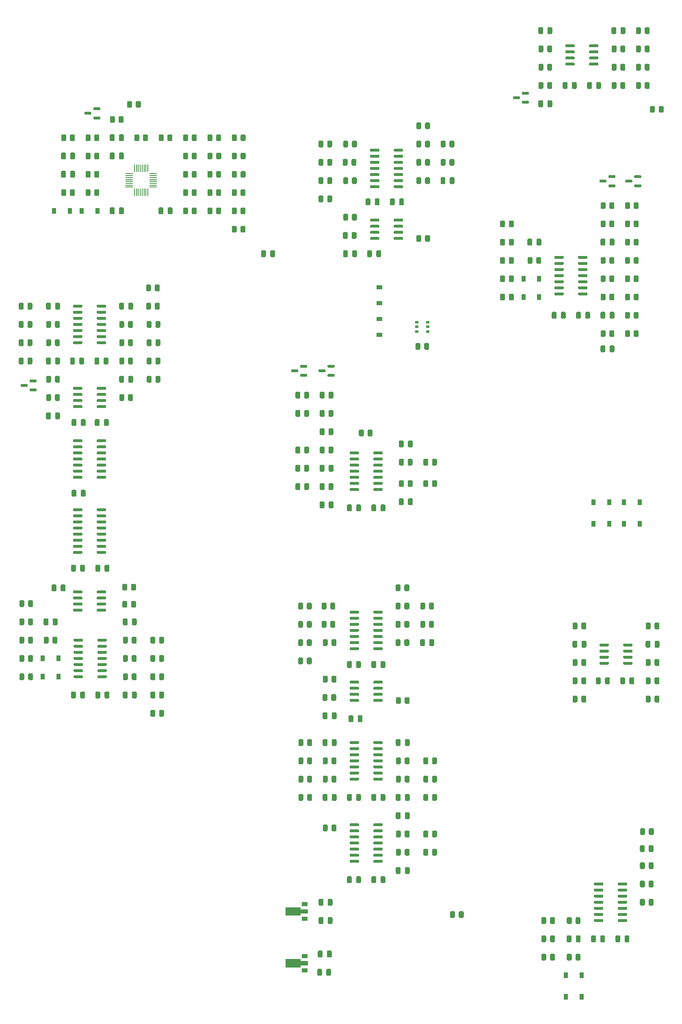
<source format=gbp>
G04 #@! TF.GenerationSoftware,KiCad,Pcbnew,6.0.5+dfsg-1~bpo11+1*
G04 #@! TF.CreationDate,2022-07-16T13:16:07+00:00*
G04 #@! TF.ProjectId,main_VCO_board,6d61696e-5f56-4434-9f5f-626f6172642e,0.1*
G04 #@! TF.SameCoordinates,Original*
G04 #@! TF.FileFunction,Paste,Bot*
G04 #@! TF.FilePolarity,Positive*
%FSLAX46Y46*%
G04 Gerber Fmt 4.6, Leading zero omitted, Abs format (unit mm)*
G04 Created by KiCad (PCBNEW 6.0.5+dfsg-1~bpo11+1) date 2022-07-16 13:16:07*
%MOMM*%
%LPD*%
G01*
G04 APERTURE LIST*
%ADD10R,1.300000X0.900000*%
%ADD11R,0.900000X1.200000*%
%ADD12R,1.200000X0.900000*%
%ADD13R,1.500000X0.200000*%
%ADD14R,0.200000X1.500000*%
%ADD15R,0.700000X0.510000*%
G04 APERTURE END LIST*
G36*
G01*
X261719000Y-45154000D02*
X261719000Y-44254000D01*
G75*
G02*
X261969000Y-44004000I250000J0D01*
G01*
X262494000Y-44004000D01*
G75*
G02*
X262744000Y-44254000I0J-250000D01*
G01*
X262744000Y-45154000D01*
G75*
G02*
X262494000Y-45404000I-250000J0D01*
G01*
X261969000Y-45404000D01*
G75*
G02*
X261719000Y-45154000I0J250000D01*
G01*
G37*
G36*
G01*
X263544000Y-45154000D02*
X263544000Y-44254000D01*
G75*
G02*
X263794000Y-44004000I250000J0D01*
G01*
X264319000Y-44004000D01*
G75*
G02*
X264569000Y-44254000I0J-250000D01*
G01*
X264569000Y-45154000D01*
G75*
G02*
X264319000Y-45404000I-250000J0D01*
G01*
X263794000Y-45404000D01*
G75*
G02*
X263544000Y-45154000I0J250000D01*
G01*
G37*
G36*
G01*
X146738000Y-120683000D02*
X146738000Y-121633000D01*
G75*
G02*
X146488000Y-121883000I-250000J0D01*
G01*
X145988000Y-121883000D01*
G75*
G02*
X145738000Y-121633000I0J250000D01*
G01*
X145738000Y-120683000D01*
G75*
G02*
X145988000Y-120433000I250000J0D01*
G01*
X146488000Y-120433000D01*
G75*
G02*
X146738000Y-120683000I0J-250000D01*
G01*
G37*
G36*
G01*
X144838000Y-120683000D02*
X144838000Y-121633000D01*
G75*
G02*
X144588000Y-121883000I-250000J0D01*
G01*
X144088000Y-121883000D01*
G75*
G02*
X143838000Y-121633000I0J250000D01*
G01*
X143838000Y-120683000D01*
G75*
G02*
X144088000Y-120433000I250000J0D01*
G01*
X144588000Y-120433000D01*
G75*
G02*
X144838000Y-120683000I0J-250000D01*
G01*
G37*
G36*
G01*
X217396000Y-131260000D02*
X217396000Y-130360000D01*
G75*
G02*
X217646000Y-130110000I250000J0D01*
G01*
X218171000Y-130110000D01*
G75*
G02*
X218421000Y-130360000I0J-250000D01*
G01*
X218421000Y-131260000D01*
G75*
G02*
X218171000Y-131510000I-250000J0D01*
G01*
X217646000Y-131510000D01*
G75*
G02*
X217396000Y-131260000I0J250000D01*
G01*
G37*
G36*
G01*
X219221000Y-131260000D02*
X219221000Y-130360000D01*
G75*
G02*
X219471000Y-130110000I250000J0D01*
G01*
X219996000Y-130110000D01*
G75*
G02*
X220246000Y-130360000I0J-250000D01*
G01*
X220246000Y-131260000D01*
G75*
G02*
X219996000Y-131510000I-250000J0D01*
G01*
X219471000Y-131510000D01*
G75*
G02*
X219221000Y-131260000I0J250000D01*
G01*
G37*
G36*
G01*
X216736000Y-201135000D02*
X216736000Y-200185000D01*
G75*
G02*
X216986000Y-199935000I250000J0D01*
G01*
X217486000Y-199935000D01*
G75*
G02*
X217736000Y-200185000I0J-250000D01*
G01*
X217736000Y-201135000D01*
G75*
G02*
X217486000Y-201385000I-250000J0D01*
G01*
X216986000Y-201385000D01*
G75*
G02*
X216736000Y-201135000I0J250000D01*
G01*
G37*
G36*
G01*
X218636000Y-201135000D02*
X218636000Y-200185000D01*
G75*
G02*
X218886000Y-199935000I250000J0D01*
G01*
X219386000Y-199935000D01*
G75*
G02*
X219636000Y-200185000I0J-250000D01*
G01*
X219636000Y-201135000D01*
G75*
G02*
X219386000Y-201385000I-250000J0D01*
G01*
X218886000Y-201385000D01*
G75*
G02*
X218636000Y-201135000I0J250000D01*
G01*
G37*
G36*
G01*
X149848000Y-62756000D02*
X149848000Y-63656000D01*
G75*
G02*
X149598000Y-63906000I-250000J0D01*
G01*
X149073000Y-63906000D01*
G75*
G02*
X148823000Y-63656000I0J250000D01*
G01*
X148823000Y-62756000D01*
G75*
G02*
X149073000Y-62506000I250000J0D01*
G01*
X149598000Y-62506000D01*
G75*
G02*
X149848000Y-62756000I0J-250000D01*
G01*
G37*
G36*
G01*
X148023000Y-62756000D02*
X148023000Y-63656000D01*
G75*
G02*
X147773000Y-63906000I-250000J0D01*
G01*
X147248000Y-63906000D01*
G75*
G02*
X146998000Y-63656000I0J250000D01*
G01*
X146998000Y-62756000D01*
G75*
G02*
X147248000Y-62506000I250000J0D01*
G01*
X147773000Y-62506000D01*
G75*
G02*
X148023000Y-62756000I0J-250000D01*
G01*
G37*
G36*
G01*
X156358000Y-126215000D02*
X156358000Y-126515000D01*
G75*
G02*
X156208000Y-126665000I-150000J0D01*
G01*
X154558000Y-126665000D01*
G75*
G02*
X154408000Y-126515000I0J150000D01*
G01*
X154408000Y-126215000D01*
G75*
G02*
X154558000Y-126065000I150000J0D01*
G01*
X156208000Y-126065000D01*
G75*
G02*
X156358000Y-126215000I0J-150000D01*
G01*
G37*
G36*
G01*
X156358000Y-127485000D02*
X156358000Y-127785000D01*
G75*
G02*
X156208000Y-127935000I-150000J0D01*
G01*
X154558000Y-127935000D01*
G75*
G02*
X154408000Y-127785000I0J150000D01*
G01*
X154408000Y-127485000D01*
G75*
G02*
X154558000Y-127335000I150000J0D01*
G01*
X156208000Y-127335000D01*
G75*
G02*
X156358000Y-127485000I0J-150000D01*
G01*
G37*
G36*
G01*
X156358000Y-128755000D02*
X156358000Y-129055000D01*
G75*
G02*
X156208000Y-129205000I-150000J0D01*
G01*
X154558000Y-129205000D01*
G75*
G02*
X154408000Y-129055000I0J150000D01*
G01*
X154408000Y-128755000D01*
G75*
G02*
X154558000Y-128605000I150000J0D01*
G01*
X156208000Y-128605000D01*
G75*
G02*
X156358000Y-128755000I0J-150000D01*
G01*
G37*
G36*
G01*
X156358000Y-130025000D02*
X156358000Y-130325000D01*
G75*
G02*
X156208000Y-130475000I-150000J0D01*
G01*
X154558000Y-130475000D01*
G75*
G02*
X154408000Y-130325000I0J150000D01*
G01*
X154408000Y-130025000D01*
G75*
G02*
X154558000Y-129875000I150000J0D01*
G01*
X156208000Y-129875000D01*
G75*
G02*
X156358000Y-130025000I0J-150000D01*
G01*
G37*
G36*
G01*
X156358000Y-131295000D02*
X156358000Y-131595000D01*
G75*
G02*
X156208000Y-131745000I-150000J0D01*
G01*
X154558000Y-131745000D01*
G75*
G02*
X154408000Y-131595000I0J150000D01*
G01*
X154408000Y-131295000D01*
G75*
G02*
X154558000Y-131145000I150000J0D01*
G01*
X156208000Y-131145000D01*
G75*
G02*
X156358000Y-131295000I0J-150000D01*
G01*
G37*
G36*
G01*
X156358000Y-132565000D02*
X156358000Y-132865000D01*
G75*
G02*
X156208000Y-133015000I-150000J0D01*
G01*
X154558000Y-133015000D01*
G75*
G02*
X154408000Y-132865000I0J150000D01*
G01*
X154408000Y-132565000D01*
G75*
G02*
X154558000Y-132415000I150000J0D01*
G01*
X156208000Y-132415000D01*
G75*
G02*
X156358000Y-132565000I0J-150000D01*
G01*
G37*
G36*
G01*
X156358000Y-133835000D02*
X156358000Y-134135000D01*
G75*
G02*
X156208000Y-134285000I-150000J0D01*
G01*
X154558000Y-134285000D01*
G75*
G02*
X154408000Y-134135000I0J150000D01*
G01*
X154408000Y-133835000D01*
G75*
G02*
X154558000Y-133685000I150000J0D01*
G01*
X156208000Y-133685000D01*
G75*
G02*
X156358000Y-133835000I0J-150000D01*
G01*
G37*
G36*
G01*
X151408000Y-133835000D02*
X151408000Y-134135000D01*
G75*
G02*
X151258000Y-134285000I-150000J0D01*
G01*
X149608000Y-134285000D01*
G75*
G02*
X149458000Y-134135000I0J150000D01*
G01*
X149458000Y-133835000D01*
G75*
G02*
X149608000Y-133685000I150000J0D01*
G01*
X151258000Y-133685000D01*
G75*
G02*
X151408000Y-133835000I0J-150000D01*
G01*
G37*
G36*
G01*
X151408000Y-132565000D02*
X151408000Y-132865000D01*
G75*
G02*
X151258000Y-133015000I-150000J0D01*
G01*
X149608000Y-133015000D01*
G75*
G02*
X149458000Y-132865000I0J150000D01*
G01*
X149458000Y-132565000D01*
G75*
G02*
X149608000Y-132415000I150000J0D01*
G01*
X151258000Y-132415000D01*
G75*
G02*
X151408000Y-132565000I0J-150000D01*
G01*
G37*
G36*
G01*
X151408000Y-131295000D02*
X151408000Y-131595000D01*
G75*
G02*
X151258000Y-131745000I-150000J0D01*
G01*
X149608000Y-131745000D01*
G75*
G02*
X149458000Y-131595000I0J150000D01*
G01*
X149458000Y-131295000D01*
G75*
G02*
X149608000Y-131145000I150000J0D01*
G01*
X151258000Y-131145000D01*
G75*
G02*
X151408000Y-131295000I0J-150000D01*
G01*
G37*
G36*
G01*
X151408000Y-130025000D02*
X151408000Y-130325000D01*
G75*
G02*
X151258000Y-130475000I-150000J0D01*
G01*
X149608000Y-130475000D01*
G75*
G02*
X149458000Y-130325000I0J150000D01*
G01*
X149458000Y-130025000D01*
G75*
G02*
X149608000Y-129875000I150000J0D01*
G01*
X151258000Y-129875000D01*
G75*
G02*
X151408000Y-130025000I0J-150000D01*
G01*
G37*
G36*
G01*
X151408000Y-128755000D02*
X151408000Y-129055000D01*
G75*
G02*
X151258000Y-129205000I-150000J0D01*
G01*
X149608000Y-129205000D01*
G75*
G02*
X149458000Y-129055000I0J150000D01*
G01*
X149458000Y-128755000D01*
G75*
G02*
X149608000Y-128605000I150000J0D01*
G01*
X151258000Y-128605000D01*
G75*
G02*
X151408000Y-128755000I0J-150000D01*
G01*
G37*
G36*
G01*
X151408000Y-127485000D02*
X151408000Y-127785000D01*
G75*
G02*
X151258000Y-127935000I-150000J0D01*
G01*
X149608000Y-127935000D01*
G75*
G02*
X149458000Y-127785000I0J150000D01*
G01*
X149458000Y-127485000D01*
G75*
G02*
X149608000Y-127335000I150000J0D01*
G01*
X151258000Y-127335000D01*
G75*
G02*
X151408000Y-127485000I0J-150000D01*
G01*
G37*
G36*
G01*
X151408000Y-126215000D02*
X151408000Y-126515000D01*
G75*
G02*
X151258000Y-126665000I-150000J0D01*
G01*
X149608000Y-126665000D01*
G75*
G02*
X149458000Y-126515000I0J150000D01*
G01*
X149458000Y-126215000D01*
G75*
G02*
X149608000Y-126065000I150000J0D01*
G01*
X151258000Y-126065000D01*
G75*
G02*
X151408000Y-126215000I0J-150000D01*
G01*
G37*
G36*
G01*
X165580000Y-172154000D02*
X165580000Y-171254000D01*
G75*
G02*
X165830000Y-171004000I250000J0D01*
G01*
X166355000Y-171004000D01*
G75*
G02*
X166605000Y-171254000I0J-250000D01*
G01*
X166605000Y-172154000D01*
G75*
G02*
X166355000Y-172404000I-250000J0D01*
G01*
X165830000Y-172404000D01*
G75*
G02*
X165580000Y-172154000I0J250000D01*
G01*
G37*
G36*
G01*
X167405000Y-172154000D02*
X167405000Y-171254000D01*
G75*
G02*
X167655000Y-171004000I250000J0D01*
G01*
X168180000Y-171004000D01*
G75*
G02*
X168430000Y-171254000I0J-250000D01*
G01*
X168430000Y-172154000D01*
G75*
G02*
X168180000Y-172404000I-250000J0D01*
G01*
X167655000Y-172404000D01*
G75*
G02*
X167405000Y-172154000I0J250000D01*
G01*
G37*
G36*
G01*
X159865000Y-168344000D02*
X159865000Y-167444000D01*
G75*
G02*
X160115000Y-167194000I250000J0D01*
G01*
X160640000Y-167194000D01*
G75*
G02*
X160890000Y-167444000I0J-250000D01*
G01*
X160890000Y-168344000D01*
G75*
G02*
X160640000Y-168594000I-250000J0D01*
G01*
X160115000Y-168594000D01*
G75*
G02*
X159865000Y-168344000I0J250000D01*
G01*
G37*
G36*
G01*
X161690000Y-168344000D02*
X161690000Y-167444000D01*
G75*
G02*
X161940000Y-167194000I250000J0D01*
G01*
X162465000Y-167194000D01*
G75*
G02*
X162715000Y-167444000I0J-250000D01*
G01*
X162715000Y-168344000D01*
G75*
G02*
X162465000Y-168594000I-250000J0D01*
G01*
X161940000Y-168594000D01*
G75*
G02*
X161690000Y-168344000I0J250000D01*
G01*
G37*
G36*
G01*
X214016000Y-161902000D02*
X214016000Y-162202000D01*
G75*
G02*
X213866000Y-162352000I-150000J0D01*
G01*
X212216000Y-162352000D01*
G75*
G02*
X212066000Y-162202000I0J150000D01*
G01*
X212066000Y-161902000D01*
G75*
G02*
X212216000Y-161752000I150000J0D01*
G01*
X213866000Y-161752000D01*
G75*
G02*
X214016000Y-161902000I0J-150000D01*
G01*
G37*
G36*
G01*
X214016000Y-163172000D02*
X214016000Y-163472000D01*
G75*
G02*
X213866000Y-163622000I-150000J0D01*
G01*
X212216000Y-163622000D01*
G75*
G02*
X212066000Y-163472000I0J150000D01*
G01*
X212066000Y-163172000D01*
G75*
G02*
X212216000Y-163022000I150000J0D01*
G01*
X213866000Y-163022000D01*
G75*
G02*
X214016000Y-163172000I0J-150000D01*
G01*
G37*
G36*
G01*
X214016000Y-164442000D02*
X214016000Y-164742000D01*
G75*
G02*
X213866000Y-164892000I-150000J0D01*
G01*
X212216000Y-164892000D01*
G75*
G02*
X212066000Y-164742000I0J150000D01*
G01*
X212066000Y-164442000D01*
G75*
G02*
X212216000Y-164292000I150000J0D01*
G01*
X213866000Y-164292000D01*
G75*
G02*
X214016000Y-164442000I0J-150000D01*
G01*
G37*
G36*
G01*
X214016000Y-165712000D02*
X214016000Y-166012000D01*
G75*
G02*
X213866000Y-166162000I-150000J0D01*
G01*
X212216000Y-166162000D01*
G75*
G02*
X212066000Y-166012000I0J150000D01*
G01*
X212066000Y-165712000D01*
G75*
G02*
X212216000Y-165562000I150000J0D01*
G01*
X213866000Y-165562000D01*
G75*
G02*
X214016000Y-165712000I0J-150000D01*
G01*
G37*
G36*
G01*
X214016000Y-166982000D02*
X214016000Y-167282000D01*
G75*
G02*
X213866000Y-167432000I-150000J0D01*
G01*
X212216000Y-167432000D01*
G75*
G02*
X212066000Y-167282000I0J150000D01*
G01*
X212066000Y-166982000D01*
G75*
G02*
X212216000Y-166832000I150000J0D01*
G01*
X213866000Y-166832000D01*
G75*
G02*
X214016000Y-166982000I0J-150000D01*
G01*
G37*
G36*
G01*
X214016000Y-168252000D02*
X214016000Y-168552000D01*
G75*
G02*
X213866000Y-168702000I-150000J0D01*
G01*
X212216000Y-168702000D01*
G75*
G02*
X212066000Y-168552000I0J150000D01*
G01*
X212066000Y-168252000D01*
G75*
G02*
X212216000Y-168102000I150000J0D01*
G01*
X213866000Y-168102000D01*
G75*
G02*
X214016000Y-168252000I0J-150000D01*
G01*
G37*
G36*
G01*
X214016000Y-169522000D02*
X214016000Y-169822000D01*
G75*
G02*
X213866000Y-169972000I-150000J0D01*
G01*
X212216000Y-169972000D01*
G75*
G02*
X212066000Y-169822000I0J150000D01*
G01*
X212066000Y-169522000D01*
G75*
G02*
X212216000Y-169372000I150000J0D01*
G01*
X213866000Y-169372000D01*
G75*
G02*
X214016000Y-169522000I0J-150000D01*
G01*
G37*
G36*
G01*
X209066000Y-169522000D02*
X209066000Y-169822000D01*
G75*
G02*
X208916000Y-169972000I-150000J0D01*
G01*
X207266000Y-169972000D01*
G75*
G02*
X207116000Y-169822000I0J150000D01*
G01*
X207116000Y-169522000D01*
G75*
G02*
X207266000Y-169372000I150000J0D01*
G01*
X208916000Y-169372000D01*
G75*
G02*
X209066000Y-169522000I0J-150000D01*
G01*
G37*
G36*
G01*
X209066000Y-168252000D02*
X209066000Y-168552000D01*
G75*
G02*
X208916000Y-168702000I-150000J0D01*
G01*
X207266000Y-168702000D01*
G75*
G02*
X207116000Y-168552000I0J150000D01*
G01*
X207116000Y-168252000D01*
G75*
G02*
X207266000Y-168102000I150000J0D01*
G01*
X208916000Y-168102000D01*
G75*
G02*
X209066000Y-168252000I0J-150000D01*
G01*
G37*
G36*
G01*
X209066000Y-166982000D02*
X209066000Y-167282000D01*
G75*
G02*
X208916000Y-167432000I-150000J0D01*
G01*
X207266000Y-167432000D01*
G75*
G02*
X207116000Y-167282000I0J150000D01*
G01*
X207116000Y-166982000D01*
G75*
G02*
X207266000Y-166832000I150000J0D01*
G01*
X208916000Y-166832000D01*
G75*
G02*
X209066000Y-166982000I0J-150000D01*
G01*
G37*
G36*
G01*
X209066000Y-165712000D02*
X209066000Y-166012000D01*
G75*
G02*
X208916000Y-166162000I-150000J0D01*
G01*
X207266000Y-166162000D01*
G75*
G02*
X207116000Y-166012000I0J150000D01*
G01*
X207116000Y-165712000D01*
G75*
G02*
X207266000Y-165562000I150000J0D01*
G01*
X208916000Y-165562000D01*
G75*
G02*
X209066000Y-165712000I0J-150000D01*
G01*
G37*
G36*
G01*
X209066000Y-164442000D02*
X209066000Y-164742000D01*
G75*
G02*
X208916000Y-164892000I-150000J0D01*
G01*
X207266000Y-164892000D01*
G75*
G02*
X207116000Y-164742000I0J150000D01*
G01*
X207116000Y-164442000D01*
G75*
G02*
X207266000Y-164292000I150000J0D01*
G01*
X208916000Y-164292000D01*
G75*
G02*
X209066000Y-164442000I0J-150000D01*
G01*
G37*
G36*
G01*
X209066000Y-163172000D02*
X209066000Y-163472000D01*
G75*
G02*
X208916000Y-163622000I-150000J0D01*
G01*
X207266000Y-163622000D01*
G75*
G02*
X207116000Y-163472000I0J150000D01*
G01*
X207116000Y-163172000D01*
G75*
G02*
X207266000Y-163022000I150000J0D01*
G01*
X208916000Y-163022000D01*
G75*
G02*
X209066000Y-163172000I0J-150000D01*
G01*
G37*
G36*
G01*
X209066000Y-161902000D02*
X209066000Y-162202000D01*
G75*
G02*
X208916000Y-162352000I-150000J0D01*
G01*
X207266000Y-162352000D01*
G75*
G02*
X207116000Y-162202000I0J150000D01*
G01*
X207116000Y-161902000D01*
G75*
G02*
X207266000Y-161752000I150000J0D01*
G01*
X208916000Y-161752000D01*
G75*
G02*
X209066000Y-161902000I0J-150000D01*
G01*
G37*
G36*
G01*
X259433000Y-96843000D02*
X259433000Y-95943000D01*
G75*
G02*
X259683000Y-95693000I250000J0D01*
G01*
X260208000Y-95693000D01*
G75*
G02*
X260458000Y-95943000I0J-250000D01*
G01*
X260458000Y-96843000D01*
G75*
G02*
X260208000Y-97093000I-250000J0D01*
G01*
X259683000Y-97093000D01*
G75*
G02*
X259433000Y-96843000I0J250000D01*
G01*
G37*
G36*
G01*
X261258000Y-96843000D02*
X261258000Y-95943000D01*
G75*
G02*
X261508000Y-95693000I250000J0D01*
G01*
X262033000Y-95693000D01*
G75*
G02*
X262283000Y-95943000I0J-250000D01*
G01*
X262283000Y-96843000D01*
G75*
G02*
X262033000Y-97093000I-250000J0D01*
G01*
X261508000Y-97093000D01*
G75*
G02*
X261258000Y-96843000I0J250000D01*
G01*
G37*
G36*
G01*
X140998000Y-97848000D02*
X140998000Y-98748000D01*
G75*
G02*
X140748000Y-98998000I-250000J0D01*
G01*
X140223000Y-98998000D01*
G75*
G02*
X139973000Y-98748000I0J250000D01*
G01*
X139973000Y-97848000D01*
G75*
G02*
X140223000Y-97598000I250000J0D01*
G01*
X140748000Y-97598000D01*
G75*
G02*
X140998000Y-97848000I0J-250000D01*
G01*
G37*
G36*
G01*
X139173000Y-97848000D02*
X139173000Y-98748000D01*
G75*
G02*
X138923000Y-98998000I-250000J0D01*
G01*
X138398000Y-98998000D01*
G75*
G02*
X138148000Y-98748000I0J250000D01*
G01*
X138148000Y-97848000D01*
G75*
G02*
X138398000Y-97598000I250000J0D01*
G01*
X138923000Y-97598000D01*
G75*
G02*
X139173000Y-97848000I0J-250000D01*
G01*
G37*
G36*
G01*
X223864000Y-71686000D02*
X223864000Y-72586000D01*
G75*
G02*
X223614000Y-72836000I-250000J0D01*
G01*
X223089000Y-72836000D01*
G75*
G02*
X222839000Y-72586000I0J250000D01*
G01*
X222839000Y-71686000D01*
G75*
G02*
X223089000Y-71436000I250000J0D01*
G01*
X223614000Y-71436000D01*
G75*
G02*
X223864000Y-71686000I0J-250000D01*
G01*
G37*
G36*
G01*
X222039000Y-71686000D02*
X222039000Y-72586000D01*
G75*
G02*
X221789000Y-72836000I-250000J0D01*
G01*
X221264000Y-72836000D01*
G75*
G02*
X221014000Y-72586000I0J250000D01*
G01*
X221014000Y-71686000D01*
G75*
G02*
X221264000Y-71436000I250000J0D01*
G01*
X221789000Y-71436000D01*
G75*
G02*
X222039000Y-71686000I0J-250000D01*
G01*
G37*
G36*
G01*
X200886000Y-121100000D02*
X200886000Y-120200000D01*
G75*
G02*
X201136000Y-119950000I250000J0D01*
G01*
X201661000Y-119950000D01*
G75*
G02*
X201911000Y-120200000I0J-250000D01*
G01*
X201911000Y-121100000D01*
G75*
G02*
X201661000Y-121350000I-250000J0D01*
G01*
X201136000Y-121350000D01*
G75*
G02*
X200886000Y-121100000I0J250000D01*
G01*
G37*
G36*
G01*
X202711000Y-121100000D02*
X202711000Y-120200000D01*
G75*
G02*
X202961000Y-119950000I250000J0D01*
G01*
X203486000Y-119950000D01*
G75*
G02*
X203736000Y-120200000I0J-250000D01*
G01*
X203736000Y-121100000D01*
G75*
G02*
X203486000Y-121350000I-250000J0D01*
G01*
X202961000Y-121350000D01*
G75*
G02*
X202711000Y-121100000I0J250000D01*
G01*
G37*
G36*
G01*
X149848000Y-74186000D02*
X149848000Y-75086000D01*
G75*
G02*
X149598000Y-75336000I-250000J0D01*
G01*
X149073000Y-75336000D01*
G75*
G02*
X148823000Y-75086000I0J250000D01*
G01*
X148823000Y-74186000D01*
G75*
G02*
X149073000Y-73936000I250000J0D01*
G01*
X149598000Y-73936000D01*
G75*
G02*
X149848000Y-74186000I0J-250000D01*
G01*
G37*
G36*
G01*
X148023000Y-74186000D02*
X148023000Y-75086000D01*
G75*
G02*
X147773000Y-75336000I-250000J0D01*
G01*
X147248000Y-75336000D01*
G75*
G02*
X146998000Y-75086000I0J250000D01*
G01*
X146998000Y-74186000D01*
G75*
G02*
X147248000Y-73936000I250000J0D01*
G01*
X147773000Y-73936000D01*
G75*
G02*
X148023000Y-74186000I0J-250000D01*
G01*
G37*
G36*
G01*
X214016000Y-206225000D02*
X214016000Y-206525000D01*
G75*
G02*
X213866000Y-206675000I-150000J0D01*
G01*
X212216000Y-206675000D01*
G75*
G02*
X212066000Y-206525000I0J150000D01*
G01*
X212066000Y-206225000D01*
G75*
G02*
X212216000Y-206075000I150000J0D01*
G01*
X213866000Y-206075000D01*
G75*
G02*
X214016000Y-206225000I0J-150000D01*
G01*
G37*
G36*
G01*
X214016000Y-207495000D02*
X214016000Y-207795000D01*
G75*
G02*
X213866000Y-207945000I-150000J0D01*
G01*
X212216000Y-207945000D01*
G75*
G02*
X212066000Y-207795000I0J150000D01*
G01*
X212066000Y-207495000D01*
G75*
G02*
X212216000Y-207345000I150000J0D01*
G01*
X213866000Y-207345000D01*
G75*
G02*
X214016000Y-207495000I0J-150000D01*
G01*
G37*
G36*
G01*
X214016000Y-208765000D02*
X214016000Y-209065000D01*
G75*
G02*
X213866000Y-209215000I-150000J0D01*
G01*
X212216000Y-209215000D01*
G75*
G02*
X212066000Y-209065000I0J150000D01*
G01*
X212066000Y-208765000D01*
G75*
G02*
X212216000Y-208615000I150000J0D01*
G01*
X213866000Y-208615000D01*
G75*
G02*
X214016000Y-208765000I0J-150000D01*
G01*
G37*
G36*
G01*
X214016000Y-210035000D02*
X214016000Y-210335000D01*
G75*
G02*
X213866000Y-210485000I-150000J0D01*
G01*
X212216000Y-210485000D01*
G75*
G02*
X212066000Y-210335000I0J150000D01*
G01*
X212066000Y-210035000D01*
G75*
G02*
X212216000Y-209885000I150000J0D01*
G01*
X213866000Y-209885000D01*
G75*
G02*
X214016000Y-210035000I0J-150000D01*
G01*
G37*
G36*
G01*
X214016000Y-211305000D02*
X214016000Y-211605000D01*
G75*
G02*
X213866000Y-211755000I-150000J0D01*
G01*
X212216000Y-211755000D01*
G75*
G02*
X212066000Y-211605000I0J150000D01*
G01*
X212066000Y-211305000D01*
G75*
G02*
X212216000Y-211155000I150000J0D01*
G01*
X213866000Y-211155000D01*
G75*
G02*
X214016000Y-211305000I0J-150000D01*
G01*
G37*
G36*
G01*
X214016000Y-212575000D02*
X214016000Y-212875000D01*
G75*
G02*
X213866000Y-213025000I-150000J0D01*
G01*
X212216000Y-213025000D01*
G75*
G02*
X212066000Y-212875000I0J150000D01*
G01*
X212066000Y-212575000D01*
G75*
G02*
X212216000Y-212425000I150000J0D01*
G01*
X213866000Y-212425000D01*
G75*
G02*
X214016000Y-212575000I0J-150000D01*
G01*
G37*
G36*
G01*
X214016000Y-213845000D02*
X214016000Y-214145000D01*
G75*
G02*
X213866000Y-214295000I-150000J0D01*
G01*
X212216000Y-214295000D01*
G75*
G02*
X212066000Y-214145000I0J150000D01*
G01*
X212066000Y-213845000D01*
G75*
G02*
X212216000Y-213695000I150000J0D01*
G01*
X213866000Y-213695000D01*
G75*
G02*
X214016000Y-213845000I0J-150000D01*
G01*
G37*
G36*
G01*
X209066000Y-213845000D02*
X209066000Y-214145000D01*
G75*
G02*
X208916000Y-214295000I-150000J0D01*
G01*
X207266000Y-214295000D01*
G75*
G02*
X207116000Y-214145000I0J150000D01*
G01*
X207116000Y-213845000D01*
G75*
G02*
X207266000Y-213695000I150000J0D01*
G01*
X208916000Y-213695000D01*
G75*
G02*
X209066000Y-213845000I0J-150000D01*
G01*
G37*
G36*
G01*
X209066000Y-212575000D02*
X209066000Y-212875000D01*
G75*
G02*
X208916000Y-213025000I-150000J0D01*
G01*
X207266000Y-213025000D01*
G75*
G02*
X207116000Y-212875000I0J150000D01*
G01*
X207116000Y-212575000D01*
G75*
G02*
X207266000Y-212425000I150000J0D01*
G01*
X208916000Y-212425000D01*
G75*
G02*
X209066000Y-212575000I0J-150000D01*
G01*
G37*
G36*
G01*
X209066000Y-211305000D02*
X209066000Y-211605000D01*
G75*
G02*
X208916000Y-211755000I-150000J0D01*
G01*
X207266000Y-211755000D01*
G75*
G02*
X207116000Y-211605000I0J150000D01*
G01*
X207116000Y-211305000D01*
G75*
G02*
X207266000Y-211155000I150000J0D01*
G01*
X208916000Y-211155000D01*
G75*
G02*
X209066000Y-211305000I0J-150000D01*
G01*
G37*
G36*
G01*
X209066000Y-210035000D02*
X209066000Y-210335000D01*
G75*
G02*
X208916000Y-210485000I-150000J0D01*
G01*
X207266000Y-210485000D01*
G75*
G02*
X207116000Y-210335000I0J150000D01*
G01*
X207116000Y-210035000D01*
G75*
G02*
X207266000Y-209885000I150000J0D01*
G01*
X208916000Y-209885000D01*
G75*
G02*
X209066000Y-210035000I0J-150000D01*
G01*
G37*
G36*
G01*
X209066000Y-208765000D02*
X209066000Y-209065000D01*
G75*
G02*
X208916000Y-209215000I-150000J0D01*
G01*
X207266000Y-209215000D01*
G75*
G02*
X207116000Y-209065000I0J150000D01*
G01*
X207116000Y-208765000D01*
G75*
G02*
X207266000Y-208615000I150000J0D01*
G01*
X208916000Y-208615000D01*
G75*
G02*
X209066000Y-208765000I0J-150000D01*
G01*
G37*
G36*
G01*
X209066000Y-207495000D02*
X209066000Y-207795000D01*
G75*
G02*
X208916000Y-207945000I-150000J0D01*
G01*
X207266000Y-207945000D01*
G75*
G02*
X207116000Y-207795000I0J150000D01*
G01*
X207116000Y-207495000D01*
G75*
G02*
X207266000Y-207345000I150000J0D01*
G01*
X208916000Y-207345000D01*
G75*
G02*
X209066000Y-207495000I0J-150000D01*
G01*
G37*
G36*
G01*
X209066000Y-206225000D02*
X209066000Y-206525000D01*
G75*
G02*
X208916000Y-206675000I-150000J0D01*
G01*
X207266000Y-206675000D01*
G75*
G02*
X207116000Y-206525000I0J150000D01*
G01*
X207116000Y-206225000D01*
G75*
G02*
X207266000Y-206075000I150000J0D01*
G01*
X208916000Y-206075000D01*
G75*
G02*
X209066000Y-206225000I0J-150000D01*
G01*
G37*
G36*
G01*
X221014000Y-61156000D02*
X221014000Y-60256000D01*
G75*
G02*
X221264000Y-60006000I250000J0D01*
G01*
X221789000Y-60006000D01*
G75*
G02*
X222039000Y-60256000I0J-250000D01*
G01*
X222039000Y-61156000D01*
G75*
G02*
X221789000Y-61406000I-250000J0D01*
G01*
X221264000Y-61406000D01*
G75*
G02*
X221014000Y-61156000I0J250000D01*
G01*
G37*
G36*
G01*
X222839000Y-61156000D02*
X222839000Y-60256000D01*
G75*
G02*
X223089000Y-60006000I250000J0D01*
G01*
X223614000Y-60006000D01*
G75*
G02*
X223864000Y-60256000I0J-250000D01*
G01*
X223864000Y-61156000D01*
G75*
G02*
X223614000Y-61406000I-250000J0D01*
G01*
X223089000Y-61406000D01*
G75*
G02*
X222839000Y-61156000I0J250000D01*
G01*
G37*
G36*
G01*
X270473000Y-222054000D02*
X270473000Y-222954000D01*
G75*
G02*
X270223000Y-223204000I-250000J0D01*
G01*
X269698000Y-223204000D01*
G75*
G02*
X269448000Y-222954000I0J250000D01*
G01*
X269448000Y-222054000D01*
G75*
G02*
X269698000Y-221804000I250000J0D01*
G01*
X270223000Y-221804000D01*
G75*
G02*
X270473000Y-222054000I0J-250000D01*
G01*
G37*
G36*
G01*
X268648000Y-222054000D02*
X268648000Y-222954000D01*
G75*
G02*
X268398000Y-223204000I-250000J0D01*
G01*
X267873000Y-223204000D01*
G75*
G02*
X267623000Y-222954000I0J250000D01*
G01*
X267623000Y-222054000D01*
G75*
G02*
X267873000Y-221804000I250000J0D01*
G01*
X268398000Y-221804000D01*
G75*
G02*
X268648000Y-222054000I0J-250000D01*
G01*
G37*
G36*
G01*
X259514000Y-51849000D02*
X259514000Y-52799000D01*
G75*
G02*
X259264000Y-53049000I-250000J0D01*
G01*
X258764000Y-53049000D01*
G75*
G02*
X258514000Y-52799000I0J250000D01*
G01*
X258514000Y-51849000D01*
G75*
G02*
X258764000Y-51599000I250000J0D01*
G01*
X259264000Y-51599000D01*
G75*
G02*
X259514000Y-51849000I0J-250000D01*
G01*
G37*
G36*
G01*
X257614000Y-51849000D02*
X257614000Y-52799000D01*
G75*
G02*
X257364000Y-53049000I-250000J0D01*
G01*
X256864000Y-53049000D01*
G75*
G02*
X256614000Y-52799000I0J250000D01*
G01*
X256614000Y-51849000D01*
G75*
G02*
X256864000Y-51599000I250000J0D01*
G01*
X257364000Y-51599000D01*
G75*
G02*
X257614000Y-51849000I0J-250000D01*
G01*
G37*
G36*
G01*
X182558000Y-82706000D02*
X182558000Y-81806000D01*
G75*
G02*
X182808000Y-81556000I250000J0D01*
G01*
X183333000Y-81556000D01*
G75*
G02*
X183583000Y-81806000I0J-250000D01*
G01*
X183583000Y-82706000D01*
G75*
G02*
X183333000Y-82956000I-250000J0D01*
G01*
X182808000Y-82956000D01*
G75*
G02*
X182558000Y-82706000I0J250000D01*
G01*
G37*
G36*
G01*
X184383000Y-82706000D02*
X184383000Y-81806000D01*
G75*
G02*
X184633000Y-81556000I250000J0D01*
G01*
X185158000Y-81556000D01*
G75*
G02*
X185408000Y-81806000I0J-250000D01*
G01*
X185408000Y-82706000D01*
G75*
G02*
X185158000Y-82956000I-250000J0D01*
G01*
X184633000Y-82956000D01*
G75*
G02*
X184383000Y-82706000I0J250000D01*
G01*
G37*
G36*
G01*
X167668000Y-109278000D02*
X167668000Y-110178000D01*
G75*
G02*
X167418000Y-110428000I-250000J0D01*
G01*
X166893000Y-110428000D01*
G75*
G02*
X166643000Y-110178000I0J250000D01*
G01*
X166643000Y-109278000D01*
G75*
G02*
X166893000Y-109028000I250000J0D01*
G01*
X167418000Y-109028000D01*
G75*
G02*
X167668000Y-109278000I0J-250000D01*
G01*
G37*
G36*
G01*
X165843000Y-109278000D02*
X165843000Y-110178000D01*
G75*
G02*
X165593000Y-110428000I-250000J0D01*
G01*
X165068000Y-110428000D01*
G75*
G02*
X164818000Y-110178000I0J250000D01*
G01*
X164818000Y-109278000D01*
G75*
G02*
X165068000Y-109028000I250000J0D01*
G01*
X165593000Y-109028000D01*
G75*
G02*
X165843000Y-109278000I0J-250000D01*
G01*
G37*
G36*
G01*
X206576000Y-218280000D02*
X206576000Y-217330000D01*
G75*
G02*
X206826000Y-217080000I250000J0D01*
G01*
X207326000Y-217080000D01*
G75*
G02*
X207576000Y-217330000I0J-250000D01*
G01*
X207576000Y-218280000D01*
G75*
G02*
X207326000Y-218530000I-250000J0D01*
G01*
X206826000Y-218530000D01*
G75*
G02*
X206576000Y-218280000I0J250000D01*
G01*
G37*
G36*
G01*
X208476000Y-218280000D02*
X208476000Y-217330000D01*
G75*
G02*
X208726000Y-217080000I250000J0D01*
G01*
X209226000Y-217080000D01*
G75*
G02*
X209476000Y-217330000I0J-250000D01*
G01*
X209476000Y-218280000D01*
G75*
G02*
X209226000Y-218530000I-250000J0D01*
G01*
X208726000Y-218530000D01*
G75*
G02*
X208476000Y-218280000I0J250000D01*
G01*
G37*
G36*
G01*
X267363000Y-95943000D02*
X267363000Y-96843000D01*
G75*
G02*
X267113000Y-97093000I-250000J0D01*
G01*
X266588000Y-97093000D01*
G75*
G02*
X266338000Y-96843000I0J250000D01*
G01*
X266338000Y-95943000D01*
G75*
G02*
X266588000Y-95693000I250000J0D01*
G01*
X267113000Y-95693000D01*
G75*
G02*
X267363000Y-95943000I0J-250000D01*
G01*
G37*
G36*
G01*
X265538000Y-95943000D02*
X265538000Y-96843000D01*
G75*
G02*
X265288000Y-97093000I-250000J0D01*
G01*
X264763000Y-97093000D01*
G75*
G02*
X264513000Y-96843000I0J250000D01*
G01*
X264513000Y-95943000D01*
G75*
G02*
X264763000Y-95693000I250000J0D01*
G01*
X265288000Y-95693000D01*
G75*
G02*
X265538000Y-95943000I0J-250000D01*
G01*
G37*
G36*
G01*
X214016000Y-189080000D02*
X214016000Y-189380000D01*
G75*
G02*
X213866000Y-189530000I-150000J0D01*
G01*
X212216000Y-189530000D01*
G75*
G02*
X212066000Y-189380000I0J150000D01*
G01*
X212066000Y-189080000D01*
G75*
G02*
X212216000Y-188930000I150000J0D01*
G01*
X213866000Y-188930000D01*
G75*
G02*
X214016000Y-189080000I0J-150000D01*
G01*
G37*
G36*
G01*
X214016000Y-190350000D02*
X214016000Y-190650000D01*
G75*
G02*
X213866000Y-190800000I-150000J0D01*
G01*
X212216000Y-190800000D01*
G75*
G02*
X212066000Y-190650000I0J150000D01*
G01*
X212066000Y-190350000D01*
G75*
G02*
X212216000Y-190200000I150000J0D01*
G01*
X213866000Y-190200000D01*
G75*
G02*
X214016000Y-190350000I0J-150000D01*
G01*
G37*
G36*
G01*
X214016000Y-191620000D02*
X214016000Y-191920000D01*
G75*
G02*
X213866000Y-192070000I-150000J0D01*
G01*
X212216000Y-192070000D01*
G75*
G02*
X212066000Y-191920000I0J150000D01*
G01*
X212066000Y-191620000D01*
G75*
G02*
X212216000Y-191470000I150000J0D01*
G01*
X213866000Y-191470000D01*
G75*
G02*
X214016000Y-191620000I0J-150000D01*
G01*
G37*
G36*
G01*
X214016000Y-192890000D02*
X214016000Y-193190000D01*
G75*
G02*
X213866000Y-193340000I-150000J0D01*
G01*
X212216000Y-193340000D01*
G75*
G02*
X212066000Y-193190000I0J150000D01*
G01*
X212066000Y-192890000D01*
G75*
G02*
X212216000Y-192740000I150000J0D01*
G01*
X213866000Y-192740000D01*
G75*
G02*
X214016000Y-192890000I0J-150000D01*
G01*
G37*
G36*
G01*
X214016000Y-194160000D02*
X214016000Y-194460000D01*
G75*
G02*
X213866000Y-194610000I-150000J0D01*
G01*
X212216000Y-194610000D01*
G75*
G02*
X212066000Y-194460000I0J150000D01*
G01*
X212066000Y-194160000D01*
G75*
G02*
X212216000Y-194010000I150000J0D01*
G01*
X213866000Y-194010000D01*
G75*
G02*
X214016000Y-194160000I0J-150000D01*
G01*
G37*
G36*
G01*
X214016000Y-195430000D02*
X214016000Y-195730000D01*
G75*
G02*
X213866000Y-195880000I-150000J0D01*
G01*
X212216000Y-195880000D01*
G75*
G02*
X212066000Y-195730000I0J150000D01*
G01*
X212066000Y-195430000D01*
G75*
G02*
X212216000Y-195280000I150000J0D01*
G01*
X213866000Y-195280000D01*
G75*
G02*
X214016000Y-195430000I0J-150000D01*
G01*
G37*
G36*
G01*
X214016000Y-196700000D02*
X214016000Y-197000000D01*
G75*
G02*
X213866000Y-197150000I-150000J0D01*
G01*
X212216000Y-197150000D01*
G75*
G02*
X212066000Y-197000000I0J150000D01*
G01*
X212066000Y-196700000D01*
G75*
G02*
X212216000Y-196550000I150000J0D01*
G01*
X213866000Y-196550000D01*
G75*
G02*
X214016000Y-196700000I0J-150000D01*
G01*
G37*
G36*
G01*
X209066000Y-196700000D02*
X209066000Y-197000000D01*
G75*
G02*
X208916000Y-197150000I-150000J0D01*
G01*
X207266000Y-197150000D01*
G75*
G02*
X207116000Y-197000000I0J150000D01*
G01*
X207116000Y-196700000D01*
G75*
G02*
X207266000Y-196550000I150000J0D01*
G01*
X208916000Y-196550000D01*
G75*
G02*
X209066000Y-196700000I0J-150000D01*
G01*
G37*
G36*
G01*
X209066000Y-195430000D02*
X209066000Y-195730000D01*
G75*
G02*
X208916000Y-195880000I-150000J0D01*
G01*
X207266000Y-195880000D01*
G75*
G02*
X207116000Y-195730000I0J150000D01*
G01*
X207116000Y-195430000D01*
G75*
G02*
X207266000Y-195280000I150000J0D01*
G01*
X208916000Y-195280000D01*
G75*
G02*
X209066000Y-195430000I0J-150000D01*
G01*
G37*
G36*
G01*
X209066000Y-194160000D02*
X209066000Y-194460000D01*
G75*
G02*
X208916000Y-194610000I-150000J0D01*
G01*
X207266000Y-194610000D01*
G75*
G02*
X207116000Y-194460000I0J150000D01*
G01*
X207116000Y-194160000D01*
G75*
G02*
X207266000Y-194010000I150000J0D01*
G01*
X208916000Y-194010000D01*
G75*
G02*
X209066000Y-194160000I0J-150000D01*
G01*
G37*
G36*
G01*
X209066000Y-192890000D02*
X209066000Y-193190000D01*
G75*
G02*
X208916000Y-193340000I-150000J0D01*
G01*
X207266000Y-193340000D01*
G75*
G02*
X207116000Y-193190000I0J150000D01*
G01*
X207116000Y-192890000D01*
G75*
G02*
X207266000Y-192740000I150000J0D01*
G01*
X208916000Y-192740000D01*
G75*
G02*
X209066000Y-192890000I0J-150000D01*
G01*
G37*
G36*
G01*
X209066000Y-191620000D02*
X209066000Y-191920000D01*
G75*
G02*
X208916000Y-192070000I-150000J0D01*
G01*
X207266000Y-192070000D01*
G75*
G02*
X207116000Y-191920000I0J150000D01*
G01*
X207116000Y-191620000D01*
G75*
G02*
X207266000Y-191470000I150000J0D01*
G01*
X208916000Y-191470000D01*
G75*
G02*
X209066000Y-191620000I0J-150000D01*
G01*
G37*
G36*
G01*
X209066000Y-190350000D02*
X209066000Y-190650000D01*
G75*
G02*
X208916000Y-190800000I-150000J0D01*
G01*
X207266000Y-190800000D01*
G75*
G02*
X207116000Y-190650000I0J150000D01*
G01*
X207116000Y-190350000D01*
G75*
G02*
X207266000Y-190200000I150000J0D01*
G01*
X208916000Y-190200000D01*
G75*
G02*
X209066000Y-190350000I0J-150000D01*
G01*
G37*
G36*
G01*
X209066000Y-189080000D02*
X209066000Y-189380000D01*
G75*
G02*
X208916000Y-189530000I-150000J0D01*
G01*
X207266000Y-189530000D01*
G75*
G02*
X207116000Y-189380000I0J150000D01*
G01*
X207116000Y-189080000D01*
G75*
G02*
X207266000Y-188930000I150000J0D01*
G01*
X208916000Y-188930000D01*
G75*
G02*
X209066000Y-189080000I0J-150000D01*
G01*
G37*
G36*
G01*
X226069000Y-72611000D02*
X226069000Y-71661000D01*
G75*
G02*
X226319000Y-71411000I250000J0D01*
G01*
X226819000Y-71411000D01*
G75*
G02*
X227069000Y-71661000I0J-250000D01*
G01*
X227069000Y-72611000D01*
G75*
G02*
X226819000Y-72861000I-250000J0D01*
G01*
X226319000Y-72861000D01*
G75*
G02*
X226069000Y-72611000I0J250000D01*
G01*
G37*
G36*
G01*
X227969000Y-72611000D02*
X227969000Y-71661000D01*
G75*
G02*
X228219000Y-71411000I250000J0D01*
G01*
X228719000Y-71411000D01*
G75*
G02*
X228969000Y-71661000I0J-250000D01*
G01*
X228969000Y-72611000D01*
G75*
G02*
X228719000Y-72861000I-250000J0D01*
G01*
X228219000Y-72861000D01*
G75*
G02*
X227969000Y-72611000I0J250000D01*
G01*
G37*
G36*
G01*
X141125000Y-159824000D02*
X141125000Y-160724000D01*
G75*
G02*
X140875000Y-160974000I-250000J0D01*
G01*
X140350000Y-160974000D01*
G75*
G02*
X140100000Y-160724000I0J250000D01*
G01*
X140100000Y-159824000D01*
G75*
G02*
X140350000Y-159574000I250000J0D01*
G01*
X140875000Y-159574000D01*
G75*
G02*
X141125000Y-159824000I0J-250000D01*
G01*
G37*
G36*
G01*
X139300000Y-159824000D02*
X139300000Y-160724000D01*
G75*
G02*
X139050000Y-160974000I-250000J0D01*
G01*
X138525000Y-160974000D01*
G75*
G02*
X138275000Y-160724000I0J250000D01*
G01*
X138275000Y-159824000D01*
G75*
G02*
X138525000Y-159574000I250000J0D01*
G01*
X139050000Y-159574000D01*
G75*
G02*
X139300000Y-159824000I0J-250000D01*
G01*
G37*
G36*
G01*
X170168000Y-62756000D02*
X170168000Y-63656000D01*
G75*
G02*
X169918000Y-63906000I-250000J0D01*
G01*
X169393000Y-63906000D01*
G75*
G02*
X169143000Y-63656000I0J250000D01*
G01*
X169143000Y-62756000D01*
G75*
G02*
X169393000Y-62506000I250000J0D01*
G01*
X169918000Y-62506000D01*
G75*
G02*
X170168000Y-62756000I0J-250000D01*
G01*
G37*
G36*
G01*
X168343000Y-62756000D02*
X168343000Y-63656000D01*
G75*
G02*
X168093000Y-63906000I-250000J0D01*
G01*
X167568000Y-63906000D01*
G75*
G02*
X167318000Y-63656000I0J250000D01*
G01*
X167318000Y-62756000D01*
G75*
G02*
X167568000Y-62506000I250000J0D01*
G01*
X168093000Y-62506000D01*
G75*
G02*
X168343000Y-62756000I0J-250000D01*
G01*
G37*
G36*
G01*
X182558000Y-78896000D02*
X182558000Y-77996000D01*
G75*
G02*
X182808000Y-77746000I250000J0D01*
G01*
X183333000Y-77746000D01*
G75*
G02*
X183583000Y-77996000I0J-250000D01*
G01*
X183583000Y-78896000D01*
G75*
G02*
X183333000Y-79146000I-250000J0D01*
G01*
X182808000Y-79146000D01*
G75*
G02*
X182558000Y-78896000I0J250000D01*
G01*
G37*
G36*
G01*
X184383000Y-78896000D02*
X184383000Y-77996000D01*
G75*
G02*
X184633000Y-77746000I250000J0D01*
G01*
X185158000Y-77746000D01*
G75*
G02*
X185408000Y-77996000I0J-250000D01*
G01*
X185408000Y-78896000D01*
G75*
G02*
X185158000Y-79146000I-250000J0D01*
G01*
X184633000Y-79146000D01*
G75*
G02*
X184383000Y-78896000I0J250000D01*
G01*
G37*
G36*
G01*
X267623000Y-215334000D02*
X267623000Y-214434000D01*
G75*
G02*
X267873000Y-214184000I250000J0D01*
G01*
X268398000Y-214184000D01*
G75*
G02*
X268648000Y-214434000I0J-250000D01*
G01*
X268648000Y-215334000D01*
G75*
G02*
X268398000Y-215584000I-250000J0D01*
G01*
X267873000Y-215584000D01*
G75*
G02*
X267623000Y-215334000I0J250000D01*
G01*
G37*
G36*
G01*
X269448000Y-215334000D02*
X269448000Y-214434000D01*
G75*
G02*
X269698000Y-214184000I250000J0D01*
G01*
X270223000Y-214184000D01*
G75*
G02*
X270473000Y-214434000I0J-250000D01*
G01*
X270473000Y-215334000D01*
G75*
G02*
X270223000Y-215584000I-250000J0D01*
G01*
X269698000Y-215584000D01*
G75*
G02*
X269448000Y-215334000I0J250000D01*
G01*
G37*
G36*
G01*
X249354000Y-55659000D02*
X249354000Y-56609000D01*
G75*
G02*
X249104000Y-56859000I-250000J0D01*
G01*
X248604000Y-56859000D01*
G75*
G02*
X248354000Y-56609000I0J250000D01*
G01*
X248354000Y-55659000D01*
G75*
G02*
X248604000Y-55409000I250000J0D01*
G01*
X249104000Y-55409000D01*
G75*
G02*
X249354000Y-55659000I0J-250000D01*
G01*
G37*
G36*
G01*
X247454000Y-55659000D02*
X247454000Y-56609000D01*
G75*
G02*
X247204000Y-56859000I-250000J0D01*
G01*
X246704000Y-56859000D01*
G75*
G02*
X246454000Y-56609000I0J250000D01*
G01*
X246454000Y-55659000D01*
G75*
G02*
X246704000Y-55409000I250000J0D01*
G01*
X247204000Y-55409000D01*
G75*
G02*
X247454000Y-55659000I0J-250000D01*
G01*
G37*
G36*
G01*
X267623000Y-219144000D02*
X267623000Y-218244000D01*
G75*
G02*
X267873000Y-217994000I250000J0D01*
G01*
X268398000Y-217994000D01*
G75*
G02*
X268648000Y-218244000I0J-250000D01*
G01*
X268648000Y-219144000D01*
G75*
G02*
X268398000Y-219394000I-250000J0D01*
G01*
X267873000Y-219394000D01*
G75*
G02*
X267623000Y-219144000I0J250000D01*
G01*
G37*
G36*
G01*
X269448000Y-219144000D02*
X269448000Y-218244000D01*
G75*
G02*
X269698000Y-217994000I250000J0D01*
G01*
X270223000Y-217994000D01*
G75*
G02*
X270473000Y-218244000I0J-250000D01*
G01*
X270473000Y-219144000D01*
G75*
G02*
X270223000Y-219394000I-250000J0D01*
G01*
X269698000Y-219394000D01*
G75*
G02*
X269448000Y-219144000I0J250000D01*
G01*
G37*
G36*
G01*
X200645500Y-222979000D02*
X200645500Y-222029000D01*
G75*
G02*
X200895500Y-221779000I250000J0D01*
G01*
X201395500Y-221779000D01*
G75*
G02*
X201645500Y-222029000I0J-250000D01*
G01*
X201645500Y-222979000D01*
G75*
G02*
X201395500Y-223229000I-250000J0D01*
G01*
X200895500Y-223229000D01*
G75*
G02*
X200645500Y-222979000I0J250000D01*
G01*
G37*
G36*
G01*
X202545500Y-222979000D02*
X202545500Y-222029000D01*
G75*
G02*
X202795500Y-221779000I250000J0D01*
G01*
X203295500Y-221779000D01*
G75*
G02*
X203545500Y-222029000I0J-250000D01*
G01*
X203545500Y-222979000D01*
G75*
G02*
X203295500Y-223229000I-250000J0D01*
G01*
X202795500Y-223229000D01*
G75*
G02*
X202545500Y-222979000I0J250000D01*
G01*
G37*
G36*
G01*
X204117000Y-164142000D02*
X204117000Y-165042000D01*
G75*
G02*
X203867000Y-165292000I-250000J0D01*
G01*
X203342000Y-165292000D01*
G75*
G02*
X203092000Y-165042000I0J250000D01*
G01*
X203092000Y-164142000D01*
G75*
G02*
X203342000Y-163892000I250000J0D01*
G01*
X203867000Y-163892000D01*
G75*
G02*
X204117000Y-164142000I0J-250000D01*
G01*
G37*
G36*
G01*
X202292000Y-164142000D02*
X202292000Y-165042000D01*
G75*
G02*
X202042000Y-165292000I-250000J0D01*
G01*
X201517000Y-165292000D01*
G75*
G02*
X201267000Y-165042000I0J250000D01*
G01*
X201267000Y-164142000D01*
G75*
G02*
X201517000Y-163892000I250000J0D01*
G01*
X202042000Y-163892000D01*
G75*
G02*
X202292000Y-164142000I0J-250000D01*
G01*
G37*
G36*
G01*
X221014000Y-64966000D02*
X221014000Y-64066000D01*
G75*
G02*
X221264000Y-63816000I250000J0D01*
G01*
X221789000Y-63816000D01*
G75*
G02*
X222039000Y-64066000I0J-250000D01*
G01*
X222039000Y-64966000D01*
G75*
G02*
X221789000Y-65216000I-250000J0D01*
G01*
X221264000Y-65216000D01*
G75*
G02*
X221014000Y-64966000I0J250000D01*
G01*
G37*
G36*
G01*
X222839000Y-64966000D02*
X222839000Y-64066000D01*
G75*
G02*
X223089000Y-63816000I250000J0D01*
G01*
X223614000Y-63816000D01*
G75*
G02*
X223864000Y-64066000I0J-250000D01*
G01*
X223864000Y-64966000D01*
G75*
G02*
X223614000Y-65216000I-250000J0D01*
G01*
X223089000Y-65216000D01*
G75*
G02*
X222839000Y-64966000I0J250000D01*
G01*
G37*
G36*
G01*
X201521000Y-207460000D02*
X201521000Y-206560000D01*
G75*
G02*
X201771000Y-206310000I250000J0D01*
G01*
X202296000Y-206310000D01*
G75*
G02*
X202546000Y-206560000I0J-250000D01*
G01*
X202546000Y-207460000D01*
G75*
G02*
X202296000Y-207710000I-250000J0D01*
G01*
X201771000Y-207710000D01*
G75*
G02*
X201521000Y-207460000I0J250000D01*
G01*
G37*
G36*
G01*
X203346000Y-207460000D02*
X203346000Y-206560000D01*
G75*
G02*
X203596000Y-206310000I250000J0D01*
G01*
X204121000Y-206310000D01*
G75*
G02*
X204371000Y-206560000I0J-250000D01*
G01*
X204371000Y-207460000D01*
G75*
G02*
X204121000Y-207710000I-250000J0D01*
G01*
X203596000Y-207710000D01*
G75*
G02*
X203346000Y-207460000I0J250000D01*
G01*
G37*
G36*
G01*
X249329000Y-48064000D02*
X249329000Y-48964000D01*
G75*
G02*
X249079000Y-49214000I-250000J0D01*
G01*
X248554000Y-49214000D01*
G75*
G02*
X248304000Y-48964000I0J250000D01*
G01*
X248304000Y-48064000D01*
G75*
G02*
X248554000Y-47814000I250000J0D01*
G01*
X249079000Y-47814000D01*
G75*
G02*
X249329000Y-48064000I0J-250000D01*
G01*
G37*
G36*
G01*
X247504000Y-48064000D02*
X247504000Y-48964000D01*
G75*
G02*
X247254000Y-49214000I-250000J0D01*
G01*
X246729000Y-49214000D01*
G75*
G02*
X246479000Y-48964000I0J250000D01*
G01*
X246479000Y-48064000D01*
G75*
G02*
X246729000Y-47814000I250000J0D01*
G01*
X247254000Y-47814000D01*
G75*
G02*
X247504000Y-48064000I0J-250000D01*
G01*
G37*
G36*
G01*
X204371000Y-196400000D02*
X204371000Y-197300000D01*
G75*
G02*
X204121000Y-197550000I-250000J0D01*
G01*
X203596000Y-197550000D01*
G75*
G02*
X203346000Y-197300000I0J250000D01*
G01*
X203346000Y-196400000D01*
G75*
G02*
X203596000Y-196150000I250000J0D01*
G01*
X204121000Y-196150000D01*
G75*
G02*
X204371000Y-196400000I0J-250000D01*
G01*
G37*
G36*
G01*
X202546000Y-196400000D02*
X202546000Y-197300000D01*
G75*
G02*
X202296000Y-197550000I-250000J0D01*
G01*
X201771000Y-197550000D01*
G75*
G02*
X201521000Y-197300000I0J250000D01*
G01*
X201521000Y-196400000D01*
G75*
G02*
X201771000Y-196150000I250000J0D01*
G01*
X202296000Y-196150000D01*
G75*
G02*
X202546000Y-196400000I0J-250000D01*
G01*
G37*
G36*
G01*
X225326000Y-207830000D02*
X225326000Y-208730000D01*
G75*
G02*
X225076000Y-208980000I-250000J0D01*
G01*
X224551000Y-208980000D01*
G75*
G02*
X224301000Y-208730000I0J250000D01*
G01*
X224301000Y-207830000D01*
G75*
G02*
X224551000Y-207580000I250000J0D01*
G01*
X225076000Y-207580000D01*
G75*
G02*
X225326000Y-207830000I0J-250000D01*
G01*
G37*
G36*
G01*
X223501000Y-207830000D02*
X223501000Y-208730000D01*
G75*
G02*
X223251000Y-208980000I-250000J0D01*
G01*
X222726000Y-208980000D01*
G75*
G02*
X222476000Y-208730000I0J250000D01*
G01*
X222476000Y-207830000D01*
G75*
G02*
X222726000Y-207580000I250000J0D01*
G01*
X223251000Y-207580000D01*
G75*
G02*
X223501000Y-207830000I0J-250000D01*
G01*
G37*
G36*
G01*
X196376000Y-172662000D02*
X196376000Y-171762000D01*
G75*
G02*
X196626000Y-171512000I250000J0D01*
G01*
X197151000Y-171512000D01*
G75*
G02*
X197401000Y-171762000I0J-250000D01*
G01*
X197401000Y-172662000D01*
G75*
G02*
X197151000Y-172912000I-250000J0D01*
G01*
X196626000Y-172912000D01*
G75*
G02*
X196376000Y-172662000I0J250000D01*
G01*
G37*
G36*
G01*
X198201000Y-172662000D02*
X198201000Y-171762000D01*
G75*
G02*
X198451000Y-171512000I250000J0D01*
G01*
X198976000Y-171512000D01*
G75*
G02*
X199226000Y-171762000I0J-250000D01*
G01*
X199226000Y-172662000D01*
G75*
G02*
X198976000Y-172912000I-250000J0D01*
G01*
X198451000Y-172912000D01*
G75*
G02*
X198201000Y-172662000I0J250000D01*
G01*
G37*
G36*
G01*
X204396000Y-200185000D02*
X204396000Y-201135000D01*
G75*
G02*
X204146000Y-201385000I-250000J0D01*
G01*
X203646000Y-201385000D01*
G75*
G02*
X203396000Y-201135000I0J250000D01*
G01*
X203396000Y-200185000D01*
G75*
G02*
X203646000Y-199935000I250000J0D01*
G01*
X204146000Y-199935000D01*
G75*
G02*
X204396000Y-200185000I0J-250000D01*
G01*
G37*
G36*
G01*
X202496000Y-200185000D02*
X202496000Y-201135000D01*
G75*
G02*
X202246000Y-201385000I-250000J0D01*
G01*
X201746000Y-201385000D01*
G75*
G02*
X201496000Y-201135000I0J250000D01*
G01*
X201496000Y-200185000D01*
G75*
G02*
X201746000Y-199935000I250000J0D01*
G01*
X202246000Y-199935000D01*
G75*
G02*
X202496000Y-200185000I0J-250000D01*
G01*
G37*
G36*
G01*
X219611000Y-207830000D02*
X219611000Y-208730000D01*
G75*
G02*
X219361000Y-208980000I-250000J0D01*
G01*
X218836000Y-208980000D01*
G75*
G02*
X218586000Y-208730000I0J250000D01*
G01*
X218586000Y-207830000D01*
G75*
G02*
X218836000Y-207580000I250000J0D01*
G01*
X219361000Y-207580000D01*
G75*
G02*
X219611000Y-207830000I0J-250000D01*
G01*
G37*
G36*
G01*
X217786000Y-207830000D02*
X217786000Y-208730000D01*
G75*
G02*
X217536000Y-208980000I-250000J0D01*
G01*
X217011000Y-208980000D01*
G75*
G02*
X216761000Y-208730000I0J250000D01*
G01*
X216761000Y-207830000D01*
G75*
G02*
X217011000Y-207580000I250000J0D01*
G01*
X217536000Y-207580000D01*
G75*
G02*
X217786000Y-207830000I0J-250000D01*
G01*
G37*
G36*
G01*
X167293000Y-78921000D02*
X167293000Y-77971000D01*
G75*
G02*
X167543000Y-77721000I250000J0D01*
G01*
X168043000Y-77721000D01*
G75*
G02*
X168293000Y-77971000I0J-250000D01*
G01*
X168293000Y-78921000D01*
G75*
G02*
X168043000Y-79171000I-250000J0D01*
G01*
X167543000Y-79171000D01*
G75*
G02*
X167293000Y-78921000I0J250000D01*
G01*
G37*
G36*
G01*
X169193000Y-78921000D02*
X169193000Y-77971000D01*
G75*
G02*
X169443000Y-77721000I250000J0D01*
G01*
X169943000Y-77721000D01*
G75*
G02*
X170193000Y-77971000I0J-250000D01*
G01*
X170193000Y-78921000D01*
G75*
G02*
X169943000Y-79171000I-250000J0D01*
G01*
X169443000Y-79171000D01*
G75*
G02*
X169193000Y-78921000I0J250000D01*
G01*
G37*
G36*
G01*
X156485000Y-167744000D02*
X156485000Y-168044000D01*
G75*
G02*
X156335000Y-168194000I-150000J0D01*
G01*
X154685000Y-168194000D01*
G75*
G02*
X154535000Y-168044000I0J150000D01*
G01*
X154535000Y-167744000D01*
G75*
G02*
X154685000Y-167594000I150000J0D01*
G01*
X156335000Y-167594000D01*
G75*
G02*
X156485000Y-167744000I0J-150000D01*
G01*
G37*
G36*
G01*
X156485000Y-169014000D02*
X156485000Y-169314000D01*
G75*
G02*
X156335000Y-169464000I-150000J0D01*
G01*
X154685000Y-169464000D01*
G75*
G02*
X154535000Y-169314000I0J150000D01*
G01*
X154535000Y-169014000D01*
G75*
G02*
X154685000Y-168864000I150000J0D01*
G01*
X156335000Y-168864000D01*
G75*
G02*
X156485000Y-169014000I0J-150000D01*
G01*
G37*
G36*
G01*
X156485000Y-170284000D02*
X156485000Y-170584000D01*
G75*
G02*
X156335000Y-170734000I-150000J0D01*
G01*
X154685000Y-170734000D01*
G75*
G02*
X154535000Y-170584000I0J150000D01*
G01*
X154535000Y-170284000D01*
G75*
G02*
X154685000Y-170134000I150000J0D01*
G01*
X156335000Y-170134000D01*
G75*
G02*
X156485000Y-170284000I0J-150000D01*
G01*
G37*
G36*
G01*
X156485000Y-171554000D02*
X156485000Y-171854000D01*
G75*
G02*
X156335000Y-172004000I-150000J0D01*
G01*
X154685000Y-172004000D01*
G75*
G02*
X154535000Y-171854000I0J150000D01*
G01*
X154535000Y-171554000D01*
G75*
G02*
X154685000Y-171404000I150000J0D01*
G01*
X156335000Y-171404000D01*
G75*
G02*
X156485000Y-171554000I0J-150000D01*
G01*
G37*
G36*
G01*
X156485000Y-172824000D02*
X156485000Y-173124000D01*
G75*
G02*
X156335000Y-173274000I-150000J0D01*
G01*
X154685000Y-173274000D01*
G75*
G02*
X154535000Y-173124000I0J150000D01*
G01*
X154535000Y-172824000D01*
G75*
G02*
X154685000Y-172674000I150000J0D01*
G01*
X156335000Y-172674000D01*
G75*
G02*
X156485000Y-172824000I0J-150000D01*
G01*
G37*
G36*
G01*
X156485000Y-174094000D02*
X156485000Y-174394000D01*
G75*
G02*
X156335000Y-174544000I-150000J0D01*
G01*
X154685000Y-174544000D01*
G75*
G02*
X154535000Y-174394000I0J150000D01*
G01*
X154535000Y-174094000D01*
G75*
G02*
X154685000Y-173944000I150000J0D01*
G01*
X156335000Y-173944000D01*
G75*
G02*
X156485000Y-174094000I0J-150000D01*
G01*
G37*
G36*
G01*
X156485000Y-175364000D02*
X156485000Y-175664000D01*
G75*
G02*
X156335000Y-175814000I-150000J0D01*
G01*
X154685000Y-175814000D01*
G75*
G02*
X154535000Y-175664000I0J150000D01*
G01*
X154535000Y-175364000D01*
G75*
G02*
X154685000Y-175214000I150000J0D01*
G01*
X156335000Y-175214000D01*
G75*
G02*
X156485000Y-175364000I0J-150000D01*
G01*
G37*
G36*
G01*
X151535000Y-175364000D02*
X151535000Y-175664000D01*
G75*
G02*
X151385000Y-175814000I-150000J0D01*
G01*
X149735000Y-175814000D01*
G75*
G02*
X149585000Y-175664000I0J150000D01*
G01*
X149585000Y-175364000D01*
G75*
G02*
X149735000Y-175214000I150000J0D01*
G01*
X151385000Y-175214000D01*
G75*
G02*
X151535000Y-175364000I0J-150000D01*
G01*
G37*
G36*
G01*
X151535000Y-174094000D02*
X151535000Y-174394000D01*
G75*
G02*
X151385000Y-174544000I-150000J0D01*
G01*
X149735000Y-174544000D01*
G75*
G02*
X149585000Y-174394000I0J150000D01*
G01*
X149585000Y-174094000D01*
G75*
G02*
X149735000Y-173944000I150000J0D01*
G01*
X151385000Y-173944000D01*
G75*
G02*
X151535000Y-174094000I0J-150000D01*
G01*
G37*
G36*
G01*
X151535000Y-172824000D02*
X151535000Y-173124000D01*
G75*
G02*
X151385000Y-173274000I-150000J0D01*
G01*
X149735000Y-173274000D01*
G75*
G02*
X149585000Y-173124000I0J150000D01*
G01*
X149585000Y-172824000D01*
G75*
G02*
X149735000Y-172674000I150000J0D01*
G01*
X151385000Y-172674000D01*
G75*
G02*
X151535000Y-172824000I0J-150000D01*
G01*
G37*
G36*
G01*
X151535000Y-171554000D02*
X151535000Y-171854000D01*
G75*
G02*
X151385000Y-172004000I-150000J0D01*
G01*
X149735000Y-172004000D01*
G75*
G02*
X149585000Y-171854000I0J150000D01*
G01*
X149585000Y-171554000D01*
G75*
G02*
X149735000Y-171404000I150000J0D01*
G01*
X151385000Y-171404000D01*
G75*
G02*
X151535000Y-171554000I0J-150000D01*
G01*
G37*
G36*
G01*
X151535000Y-170284000D02*
X151535000Y-170584000D01*
G75*
G02*
X151385000Y-170734000I-150000J0D01*
G01*
X149735000Y-170734000D01*
G75*
G02*
X149585000Y-170584000I0J150000D01*
G01*
X149585000Y-170284000D01*
G75*
G02*
X149735000Y-170134000I150000J0D01*
G01*
X151385000Y-170134000D01*
G75*
G02*
X151535000Y-170284000I0J-150000D01*
G01*
G37*
G36*
G01*
X151535000Y-169014000D02*
X151535000Y-169314000D01*
G75*
G02*
X151385000Y-169464000I-150000J0D01*
G01*
X149735000Y-169464000D01*
G75*
G02*
X149585000Y-169314000I0J150000D01*
G01*
X149585000Y-169014000D01*
G75*
G02*
X149735000Y-168864000I150000J0D01*
G01*
X151385000Y-168864000D01*
G75*
G02*
X151535000Y-169014000I0J-150000D01*
G01*
G37*
G36*
G01*
X151535000Y-167744000D02*
X151535000Y-168044000D01*
G75*
G02*
X151385000Y-168194000I-150000J0D01*
G01*
X149735000Y-168194000D01*
G75*
G02*
X149585000Y-168044000I0J150000D01*
G01*
X149585000Y-167744000D01*
G75*
G02*
X149735000Y-167594000I150000J0D01*
G01*
X151385000Y-167594000D01*
G75*
G02*
X151535000Y-167744000I0J-150000D01*
G01*
G37*
G36*
G01*
X241328000Y-84513000D02*
X241328000Y-85413000D01*
G75*
G02*
X241078000Y-85663000I-250000J0D01*
G01*
X240553000Y-85663000D01*
G75*
G02*
X240303000Y-85413000I0J250000D01*
G01*
X240303000Y-84513000D01*
G75*
G02*
X240553000Y-84263000I250000J0D01*
G01*
X241078000Y-84263000D01*
G75*
G02*
X241328000Y-84513000I0J-250000D01*
G01*
G37*
G36*
G01*
X239503000Y-84513000D02*
X239503000Y-85413000D01*
G75*
G02*
X239253000Y-85663000I-250000J0D01*
G01*
X238728000Y-85663000D01*
G75*
G02*
X238478000Y-85413000I0J250000D01*
G01*
X238478000Y-84513000D01*
G75*
G02*
X238728000Y-84263000I250000J0D01*
G01*
X239253000Y-84263000D01*
G75*
G02*
X239503000Y-84513000I0J-250000D01*
G01*
G37*
G36*
G01*
X167668000Y-105468000D02*
X167668000Y-106368000D01*
G75*
G02*
X167418000Y-106618000I-250000J0D01*
G01*
X166893000Y-106618000D01*
G75*
G02*
X166643000Y-106368000I0J250000D01*
G01*
X166643000Y-105468000D01*
G75*
G02*
X166893000Y-105218000I250000J0D01*
G01*
X167418000Y-105218000D01*
G75*
G02*
X167668000Y-105468000I0J-250000D01*
G01*
G37*
G36*
G01*
X165843000Y-105468000D02*
X165843000Y-106368000D01*
G75*
G02*
X165593000Y-106618000I-250000J0D01*
G01*
X165068000Y-106618000D01*
G75*
G02*
X164818000Y-106368000I0J250000D01*
G01*
X164818000Y-105468000D01*
G75*
G02*
X165068000Y-105218000I250000J0D01*
G01*
X165593000Y-105218000D01*
G75*
G02*
X165843000Y-105468000I0J-250000D01*
G01*
G37*
D10*
X197738000Y-233704000D03*
G36*
X193788000Y-234337500D02*
G01*
X196913000Y-234337500D01*
X196913000Y-234754000D01*
X198388000Y-234754000D01*
X198388000Y-235654000D01*
X196913000Y-235654000D01*
X196913000Y-236070500D01*
X193788000Y-236070500D01*
X193788000Y-234337500D01*
G37*
X197738000Y-236704000D03*
G36*
G01*
X198271000Y-110660000D02*
X198271000Y-110960000D01*
G75*
G02*
X198121000Y-111110000I-150000J0D01*
G01*
X196946000Y-111110000D01*
G75*
G02*
X196796000Y-110960000I0J150000D01*
G01*
X196796000Y-110660000D01*
G75*
G02*
X196946000Y-110510000I150000J0D01*
G01*
X198121000Y-110510000D01*
G75*
G02*
X198271000Y-110660000I0J-150000D01*
G01*
G37*
G36*
G01*
X198271000Y-112560000D02*
X198271000Y-112860000D01*
G75*
G02*
X198121000Y-113010000I-150000J0D01*
G01*
X196946000Y-113010000D01*
G75*
G02*
X196796000Y-112860000I0J150000D01*
G01*
X196796000Y-112560000D01*
G75*
G02*
X196946000Y-112410000I150000J0D01*
G01*
X198121000Y-112410000D01*
G75*
G02*
X198271000Y-112560000I0J-150000D01*
G01*
G37*
G36*
G01*
X196396000Y-111610000D02*
X196396000Y-111910000D01*
G75*
G02*
X196246000Y-112060000I-150000J0D01*
G01*
X195071000Y-112060000D01*
G75*
G02*
X194921000Y-111910000I0J150000D01*
G01*
X194921000Y-111610000D01*
G75*
G02*
X195071000Y-111460000I150000J0D01*
G01*
X196246000Y-111460000D01*
G75*
G02*
X196396000Y-111610000I0J-150000D01*
G01*
G37*
G36*
G01*
X141125000Y-175064000D02*
X141125000Y-175964000D01*
G75*
G02*
X140875000Y-176214000I-250000J0D01*
G01*
X140350000Y-176214000D01*
G75*
G02*
X140100000Y-175964000I0J250000D01*
G01*
X140100000Y-175064000D01*
G75*
G02*
X140350000Y-174814000I250000J0D01*
G01*
X140875000Y-174814000D01*
G75*
G02*
X141125000Y-175064000I0J-250000D01*
G01*
G37*
G36*
G01*
X139300000Y-175064000D02*
X139300000Y-175964000D01*
G75*
G02*
X139050000Y-176214000I-250000J0D01*
G01*
X138525000Y-176214000D01*
G75*
G02*
X138275000Y-175964000I0J250000D01*
G01*
X138275000Y-175064000D01*
G75*
G02*
X138525000Y-174814000I250000J0D01*
G01*
X139050000Y-174814000D01*
G75*
G02*
X139300000Y-175064000I0J-250000D01*
G01*
G37*
G36*
G01*
X200629000Y-72586000D02*
X200629000Y-71686000D01*
G75*
G02*
X200879000Y-71436000I250000J0D01*
G01*
X201404000Y-71436000D01*
G75*
G02*
X201654000Y-71686000I0J-250000D01*
G01*
X201654000Y-72586000D01*
G75*
G02*
X201404000Y-72836000I-250000J0D01*
G01*
X200879000Y-72836000D01*
G75*
G02*
X200629000Y-72586000I0J250000D01*
G01*
G37*
G36*
G01*
X202454000Y-72586000D02*
X202454000Y-71686000D01*
G75*
G02*
X202704000Y-71436000I250000J0D01*
G01*
X203229000Y-71436000D01*
G75*
G02*
X203479000Y-71686000I0J-250000D01*
G01*
X203479000Y-72586000D01*
G75*
G02*
X203229000Y-72836000I-250000J0D01*
G01*
X202704000Y-72836000D01*
G75*
G02*
X202454000Y-72586000I0J250000D01*
G01*
G37*
G36*
G01*
X206576000Y-201135000D02*
X206576000Y-200185000D01*
G75*
G02*
X206826000Y-199935000I250000J0D01*
G01*
X207326000Y-199935000D01*
G75*
G02*
X207576000Y-200185000I0J-250000D01*
G01*
X207576000Y-201135000D01*
G75*
G02*
X207326000Y-201385000I-250000J0D01*
G01*
X206826000Y-201385000D01*
G75*
G02*
X206576000Y-201135000I0J250000D01*
G01*
G37*
G36*
G01*
X208476000Y-201135000D02*
X208476000Y-200185000D01*
G75*
G02*
X208726000Y-199935000I250000J0D01*
G01*
X209226000Y-199935000D01*
G75*
G02*
X209476000Y-200185000I0J-250000D01*
G01*
X209476000Y-201135000D01*
G75*
G02*
X209226000Y-201385000I-250000J0D01*
G01*
X208726000Y-201385000D01*
G75*
G02*
X208476000Y-201135000I0J250000D01*
G01*
G37*
G36*
G01*
X200886000Y-117290000D02*
X200886000Y-116390000D01*
G75*
G02*
X201136000Y-116140000I250000J0D01*
G01*
X201661000Y-116140000D01*
G75*
G02*
X201911000Y-116390000I0J-250000D01*
G01*
X201911000Y-117290000D01*
G75*
G02*
X201661000Y-117540000I-250000J0D01*
G01*
X201136000Y-117540000D01*
G75*
G02*
X200886000Y-117290000I0J250000D01*
G01*
G37*
G36*
G01*
X202711000Y-117290000D02*
X202711000Y-116390000D01*
G75*
G02*
X202961000Y-116140000I250000J0D01*
G01*
X203486000Y-116140000D01*
G75*
G02*
X203736000Y-116390000I0J-250000D01*
G01*
X203736000Y-117290000D01*
G75*
G02*
X203486000Y-117540000I-250000J0D01*
G01*
X202961000Y-117540000D01*
G75*
G02*
X202711000Y-117290000I0J250000D01*
G01*
G37*
G36*
G01*
X195806000Y-136340000D02*
X195806000Y-135440000D01*
G75*
G02*
X196056000Y-135190000I250000J0D01*
G01*
X196581000Y-135190000D01*
G75*
G02*
X196831000Y-135440000I0J-250000D01*
G01*
X196831000Y-136340000D01*
G75*
G02*
X196581000Y-136590000I-250000J0D01*
G01*
X196056000Y-136590000D01*
G75*
G02*
X195806000Y-136340000I0J250000D01*
G01*
G37*
G36*
G01*
X197631000Y-136340000D02*
X197631000Y-135440000D01*
G75*
G02*
X197881000Y-135190000I250000J0D01*
G01*
X198406000Y-135190000D01*
G75*
G02*
X198656000Y-135440000I0J-250000D01*
G01*
X198656000Y-136340000D01*
G75*
G02*
X198406000Y-136590000I-250000J0D01*
G01*
X197881000Y-136590000D01*
G75*
G02*
X197631000Y-136340000I0J250000D01*
G01*
G37*
G36*
G01*
X217371000Y-139540000D02*
X217371000Y-138590000D01*
G75*
G02*
X217621000Y-138340000I250000J0D01*
G01*
X218121000Y-138340000D01*
G75*
G02*
X218371000Y-138590000I0J-250000D01*
G01*
X218371000Y-139540000D01*
G75*
G02*
X218121000Y-139790000I-250000J0D01*
G01*
X217621000Y-139790000D01*
G75*
G02*
X217371000Y-139540000I0J250000D01*
G01*
G37*
G36*
G01*
X219271000Y-139540000D02*
X219271000Y-138590000D01*
G75*
G02*
X219521000Y-138340000I250000J0D01*
G01*
X220021000Y-138340000D01*
G75*
G02*
X220271000Y-138590000I0J-250000D01*
G01*
X220271000Y-139540000D01*
G75*
G02*
X220021000Y-139790000I-250000J0D01*
G01*
X219521000Y-139790000D01*
G75*
G02*
X219271000Y-139540000I0J250000D01*
G01*
G37*
G36*
G01*
X262283000Y-92133000D02*
X262283000Y-93033000D01*
G75*
G02*
X262033000Y-93283000I-250000J0D01*
G01*
X261508000Y-93283000D01*
G75*
G02*
X261258000Y-93033000I0J250000D01*
G01*
X261258000Y-92133000D01*
G75*
G02*
X261508000Y-91883000I250000J0D01*
G01*
X262033000Y-91883000D01*
G75*
G02*
X262283000Y-92133000I0J-250000D01*
G01*
G37*
G36*
G01*
X260458000Y-92133000D02*
X260458000Y-93033000D01*
G75*
G02*
X260208000Y-93283000I-250000J0D01*
G01*
X259683000Y-93283000D01*
G75*
G02*
X259433000Y-93033000I0J250000D01*
G01*
X259433000Y-92133000D01*
G75*
G02*
X259683000Y-91883000I250000J0D01*
G01*
X260208000Y-91883000D01*
G75*
G02*
X260458000Y-92133000I0J-250000D01*
G01*
G37*
G36*
G01*
X206576000Y-140810000D02*
X206576000Y-139860000D01*
G75*
G02*
X206826000Y-139610000I250000J0D01*
G01*
X207326000Y-139610000D01*
G75*
G02*
X207576000Y-139860000I0J-250000D01*
G01*
X207576000Y-140810000D01*
G75*
G02*
X207326000Y-141060000I-250000J0D01*
G01*
X206826000Y-141060000D01*
G75*
G02*
X206576000Y-140810000I0J250000D01*
G01*
G37*
G36*
G01*
X208476000Y-140810000D02*
X208476000Y-139860000D01*
G75*
G02*
X208726000Y-139610000I250000J0D01*
G01*
X209226000Y-139610000D01*
G75*
G02*
X209476000Y-139860000I0J-250000D01*
G01*
X209476000Y-140810000D01*
G75*
G02*
X209226000Y-141060000I-250000J0D01*
G01*
X208726000Y-141060000D01*
G75*
G02*
X208476000Y-140810000I0J250000D01*
G01*
G37*
D11*
X255458000Y-242189000D03*
X252158000Y-242189000D03*
G36*
G01*
X217371000Y-127475000D02*
X217371000Y-126525000D01*
G75*
G02*
X217621000Y-126275000I250000J0D01*
G01*
X218121000Y-126275000D01*
G75*
G02*
X218371000Y-126525000I0J-250000D01*
G01*
X218371000Y-127475000D01*
G75*
G02*
X218121000Y-127725000I-250000J0D01*
G01*
X217621000Y-127725000D01*
G75*
G02*
X217371000Y-127475000I0J250000D01*
G01*
G37*
G36*
G01*
X219271000Y-127475000D02*
X219271000Y-126525000D01*
G75*
G02*
X219521000Y-126275000I250000J0D01*
G01*
X220021000Y-126275000D01*
G75*
G02*
X220271000Y-126525000I0J-250000D01*
G01*
X220271000Y-127475000D01*
G75*
G02*
X220021000Y-127725000I-250000J0D01*
G01*
X219521000Y-127725000D01*
G75*
G02*
X219271000Y-127475000I0J250000D01*
G01*
G37*
G36*
G01*
X146205000Y-167444000D02*
X146205000Y-168344000D01*
G75*
G02*
X145955000Y-168594000I-250000J0D01*
G01*
X145430000Y-168594000D01*
G75*
G02*
X145180000Y-168344000I0J250000D01*
G01*
X145180000Y-167444000D01*
G75*
G02*
X145430000Y-167194000I250000J0D01*
G01*
X145955000Y-167194000D01*
G75*
G02*
X146205000Y-167444000I0J-250000D01*
G01*
G37*
G36*
G01*
X144380000Y-167444000D02*
X144380000Y-168344000D01*
G75*
G02*
X144130000Y-168594000I-250000J0D01*
G01*
X143605000Y-168594000D01*
G75*
G02*
X143355000Y-168344000I0J250000D01*
G01*
X143355000Y-167444000D01*
G75*
G02*
X143605000Y-167194000I250000J0D01*
G01*
X144130000Y-167194000D01*
G75*
G02*
X144380000Y-167444000I0J-250000D01*
G01*
G37*
G36*
G01*
X203253000Y-236634000D02*
X203253000Y-237584000D01*
G75*
G02*
X203003000Y-237834000I-250000J0D01*
G01*
X202503000Y-237834000D01*
G75*
G02*
X202253000Y-237584000I0J250000D01*
G01*
X202253000Y-236634000D01*
G75*
G02*
X202503000Y-236384000I250000J0D01*
G01*
X203003000Y-236384000D01*
G75*
G02*
X203253000Y-236634000I0J-250000D01*
G01*
G37*
G36*
G01*
X201353000Y-236634000D02*
X201353000Y-237584000D01*
G75*
G02*
X201103000Y-237834000I-250000J0D01*
G01*
X200603000Y-237834000D01*
G75*
G02*
X200353000Y-237584000I0J250000D01*
G01*
X200353000Y-236634000D01*
G75*
G02*
X200603000Y-236384000I250000J0D01*
G01*
X201103000Y-236384000D01*
G75*
G02*
X201353000Y-236634000I0J-250000D01*
G01*
G37*
G36*
G01*
X216761000Y-197300000D02*
X216761000Y-196400000D01*
G75*
G02*
X217011000Y-196150000I250000J0D01*
G01*
X217536000Y-196150000D01*
G75*
G02*
X217786000Y-196400000I0J-250000D01*
G01*
X217786000Y-197300000D01*
G75*
G02*
X217536000Y-197550000I-250000J0D01*
G01*
X217011000Y-197550000D01*
G75*
G02*
X216761000Y-197300000I0J250000D01*
G01*
G37*
G36*
G01*
X218586000Y-197300000D02*
X218586000Y-196400000D01*
G75*
G02*
X218836000Y-196150000I250000J0D01*
G01*
X219361000Y-196150000D01*
G75*
G02*
X219611000Y-196400000I0J-250000D01*
G01*
X219611000Y-197300000D01*
G75*
G02*
X219361000Y-197550000I-250000J0D01*
G01*
X218836000Y-197550000D01*
G75*
G02*
X218586000Y-197300000I0J250000D01*
G01*
G37*
G36*
G01*
X160033000Y-62731000D02*
X160033000Y-63681000D01*
G75*
G02*
X159783000Y-63931000I-250000J0D01*
G01*
X159283000Y-63931000D01*
G75*
G02*
X159033000Y-63681000I0J250000D01*
G01*
X159033000Y-62731000D01*
G75*
G02*
X159283000Y-62481000I250000J0D01*
G01*
X159783000Y-62481000D01*
G75*
G02*
X160033000Y-62731000I0J-250000D01*
G01*
G37*
G36*
G01*
X158133000Y-62731000D02*
X158133000Y-63681000D01*
G75*
G02*
X157883000Y-63931000I-250000J0D01*
G01*
X157383000Y-63931000D01*
G75*
G02*
X157133000Y-63681000I0J250000D01*
G01*
X157133000Y-62731000D01*
G75*
G02*
X157383000Y-62481000I250000J0D01*
G01*
X157883000Y-62481000D01*
G75*
G02*
X158133000Y-62731000I0J-250000D01*
G01*
G37*
G36*
G01*
X238478000Y-93033000D02*
X238478000Y-92133000D01*
G75*
G02*
X238728000Y-91883000I250000J0D01*
G01*
X239253000Y-91883000D01*
G75*
G02*
X239503000Y-92133000I0J-250000D01*
G01*
X239503000Y-93033000D01*
G75*
G02*
X239253000Y-93283000I-250000J0D01*
G01*
X238728000Y-93283000D01*
G75*
G02*
X238478000Y-93033000I0J250000D01*
G01*
G37*
G36*
G01*
X240303000Y-93033000D02*
X240303000Y-92133000D01*
G75*
G02*
X240553000Y-91883000I250000J0D01*
G01*
X241078000Y-91883000D01*
G75*
G02*
X241328000Y-92133000I0J-250000D01*
G01*
X241328000Y-93033000D01*
G75*
G02*
X241078000Y-93283000I-250000J0D01*
G01*
X240553000Y-93283000D01*
G75*
G02*
X240303000Y-93033000I0J250000D01*
G01*
G37*
X246633000Y-96393000D03*
X243333000Y-96393000D03*
G36*
G01*
X168430000Y-167444000D02*
X168430000Y-168344000D01*
G75*
G02*
X168180000Y-168594000I-250000J0D01*
G01*
X167655000Y-168594000D01*
G75*
G02*
X167405000Y-168344000I0J250000D01*
G01*
X167405000Y-167444000D01*
G75*
G02*
X167655000Y-167194000I250000J0D01*
G01*
X168180000Y-167194000D01*
G75*
G02*
X168430000Y-167444000I0J-250000D01*
G01*
G37*
G36*
G01*
X166605000Y-167444000D02*
X166605000Y-168344000D01*
G75*
G02*
X166355000Y-168594000I-250000J0D01*
G01*
X165830000Y-168594000D01*
G75*
G02*
X165580000Y-168344000I0J250000D01*
G01*
X165580000Y-167444000D01*
G75*
G02*
X165830000Y-167194000I250000J0D01*
G01*
X166355000Y-167194000D01*
G75*
G02*
X166605000Y-167444000I0J-250000D01*
G01*
G37*
X154518000Y-78446000D03*
X151218000Y-78446000D03*
G36*
G01*
X175248000Y-74186000D02*
X175248000Y-75086000D01*
G75*
G02*
X174998000Y-75336000I-250000J0D01*
G01*
X174473000Y-75336000D01*
G75*
G02*
X174223000Y-75086000I0J250000D01*
G01*
X174223000Y-74186000D01*
G75*
G02*
X174473000Y-73936000I250000J0D01*
G01*
X174998000Y-73936000D01*
G75*
G02*
X175248000Y-74186000I0J-250000D01*
G01*
G37*
G36*
G01*
X173423000Y-74186000D02*
X173423000Y-75086000D01*
G75*
G02*
X173173000Y-75336000I-250000J0D01*
G01*
X172648000Y-75336000D01*
G75*
G02*
X172398000Y-75086000I0J250000D01*
G01*
X172398000Y-74186000D01*
G75*
G02*
X172648000Y-73936000I250000J0D01*
G01*
X173173000Y-73936000D01*
G75*
G02*
X173423000Y-74186000I0J-250000D01*
G01*
G37*
G36*
G01*
X216696000Y-157422000D02*
X216696000Y-156522000D01*
G75*
G02*
X216946000Y-156272000I250000J0D01*
G01*
X217471000Y-156272000D01*
G75*
G02*
X217721000Y-156522000I0J-250000D01*
G01*
X217721000Y-157422000D01*
G75*
G02*
X217471000Y-157672000I-250000J0D01*
G01*
X216946000Y-157672000D01*
G75*
G02*
X216696000Y-157422000I0J250000D01*
G01*
G37*
G36*
G01*
X218521000Y-157422000D02*
X218521000Y-156522000D01*
G75*
G02*
X218771000Y-156272000I250000J0D01*
G01*
X219296000Y-156272000D01*
G75*
G02*
X219546000Y-156522000I0J-250000D01*
G01*
X219546000Y-157422000D01*
G75*
G02*
X219296000Y-157672000I-250000J0D01*
G01*
X218771000Y-157672000D01*
G75*
G02*
X218521000Y-157422000I0J250000D01*
G01*
G37*
G36*
G01*
X267363000Y-88323000D02*
X267363000Y-89223000D01*
G75*
G02*
X267113000Y-89473000I-250000J0D01*
G01*
X266588000Y-89473000D01*
G75*
G02*
X266338000Y-89223000I0J250000D01*
G01*
X266338000Y-88323000D01*
G75*
G02*
X266588000Y-88073000I250000J0D01*
G01*
X267113000Y-88073000D01*
G75*
G02*
X267363000Y-88323000I0J-250000D01*
G01*
G37*
G36*
G01*
X265538000Y-88323000D02*
X265538000Y-89223000D01*
G75*
G02*
X265288000Y-89473000I-250000J0D01*
G01*
X264763000Y-89473000D01*
G75*
G02*
X264513000Y-89223000I0J250000D01*
G01*
X264513000Y-88323000D01*
G75*
G02*
X264763000Y-88073000I250000J0D01*
G01*
X265288000Y-88073000D01*
G75*
G02*
X265538000Y-88323000I0J-250000D01*
G01*
G37*
G36*
G01*
X208624000Y-71686000D02*
X208624000Y-72586000D01*
G75*
G02*
X208374000Y-72836000I-250000J0D01*
G01*
X207849000Y-72836000D01*
G75*
G02*
X207599000Y-72586000I0J250000D01*
G01*
X207599000Y-71686000D01*
G75*
G02*
X207849000Y-71436000I250000J0D01*
G01*
X208374000Y-71436000D01*
G75*
G02*
X208624000Y-71686000I0J-250000D01*
G01*
G37*
G36*
G01*
X206799000Y-71686000D02*
X206799000Y-72586000D01*
G75*
G02*
X206549000Y-72836000I-250000J0D01*
G01*
X206024000Y-72836000D01*
G75*
G02*
X205774000Y-72586000I0J250000D01*
G01*
X205774000Y-71686000D01*
G75*
G02*
X206024000Y-71436000I250000J0D01*
G01*
X206549000Y-71436000D01*
G75*
G02*
X206799000Y-71686000I0J-250000D01*
G01*
G37*
G36*
G01*
X204396000Y-183167000D02*
X204396000Y-184117000D01*
G75*
G02*
X204146000Y-184367000I-250000J0D01*
G01*
X203646000Y-184367000D01*
G75*
G02*
X203396000Y-184117000I0J250000D01*
G01*
X203396000Y-183167000D01*
G75*
G02*
X203646000Y-182917000I250000J0D01*
G01*
X204146000Y-182917000D01*
G75*
G02*
X204396000Y-183167000I0J-250000D01*
G01*
G37*
G36*
G01*
X202496000Y-183167000D02*
X202496000Y-184117000D01*
G75*
G02*
X202246000Y-184367000I-250000J0D01*
G01*
X201746000Y-184367000D01*
G75*
G02*
X201496000Y-184117000I0J250000D01*
G01*
X201496000Y-183167000D01*
G75*
G02*
X201746000Y-182917000I250000J0D01*
G01*
X202246000Y-182917000D01*
G75*
G02*
X202496000Y-183167000I0J-250000D01*
G01*
G37*
X145503000Y-78446000D03*
X148803000Y-78446000D03*
G36*
G01*
X204371000Y-192590000D02*
X204371000Y-193490000D01*
G75*
G02*
X204121000Y-193740000I-250000J0D01*
G01*
X203596000Y-193740000D01*
G75*
G02*
X203346000Y-193490000I0J250000D01*
G01*
X203346000Y-192590000D01*
G75*
G02*
X203596000Y-192340000I250000J0D01*
G01*
X204121000Y-192340000D01*
G75*
G02*
X204371000Y-192590000I0J-250000D01*
G01*
G37*
G36*
G01*
X202546000Y-192590000D02*
X202546000Y-193490000D01*
G75*
G02*
X202296000Y-193740000I-250000J0D01*
G01*
X201771000Y-193740000D01*
G75*
G02*
X201521000Y-193490000I0J250000D01*
G01*
X201521000Y-192590000D01*
G75*
G02*
X201771000Y-192340000I250000J0D01*
G01*
X202296000Y-192340000D01*
G75*
G02*
X202546000Y-192590000I0J-250000D01*
G01*
G37*
G36*
G01*
X168430000Y-178874000D02*
X168430000Y-179774000D01*
G75*
G02*
X168180000Y-180024000I-250000J0D01*
G01*
X167655000Y-180024000D01*
G75*
G02*
X167405000Y-179774000I0J250000D01*
G01*
X167405000Y-178874000D01*
G75*
G02*
X167655000Y-178624000I250000J0D01*
G01*
X168180000Y-178624000D01*
G75*
G02*
X168430000Y-178874000I0J-250000D01*
G01*
G37*
G36*
G01*
X166605000Y-178874000D02*
X166605000Y-179774000D01*
G75*
G02*
X166355000Y-180024000I-250000J0D01*
G01*
X165830000Y-180024000D01*
G75*
G02*
X165580000Y-179774000I0J250000D01*
G01*
X165580000Y-178874000D01*
G75*
G02*
X165830000Y-178624000I250000J0D01*
G01*
X166355000Y-178624000D01*
G75*
G02*
X166605000Y-178874000I0J-250000D01*
G01*
G37*
G36*
G01*
X156358000Y-98148000D02*
X156358000Y-98448000D01*
G75*
G02*
X156208000Y-98598000I-150000J0D01*
G01*
X154558000Y-98598000D01*
G75*
G02*
X154408000Y-98448000I0J150000D01*
G01*
X154408000Y-98148000D01*
G75*
G02*
X154558000Y-97998000I150000J0D01*
G01*
X156208000Y-97998000D01*
G75*
G02*
X156358000Y-98148000I0J-150000D01*
G01*
G37*
G36*
G01*
X156358000Y-99418000D02*
X156358000Y-99718000D01*
G75*
G02*
X156208000Y-99868000I-150000J0D01*
G01*
X154558000Y-99868000D01*
G75*
G02*
X154408000Y-99718000I0J150000D01*
G01*
X154408000Y-99418000D01*
G75*
G02*
X154558000Y-99268000I150000J0D01*
G01*
X156208000Y-99268000D01*
G75*
G02*
X156358000Y-99418000I0J-150000D01*
G01*
G37*
G36*
G01*
X156358000Y-100688000D02*
X156358000Y-100988000D01*
G75*
G02*
X156208000Y-101138000I-150000J0D01*
G01*
X154558000Y-101138000D01*
G75*
G02*
X154408000Y-100988000I0J150000D01*
G01*
X154408000Y-100688000D01*
G75*
G02*
X154558000Y-100538000I150000J0D01*
G01*
X156208000Y-100538000D01*
G75*
G02*
X156358000Y-100688000I0J-150000D01*
G01*
G37*
G36*
G01*
X156358000Y-101958000D02*
X156358000Y-102258000D01*
G75*
G02*
X156208000Y-102408000I-150000J0D01*
G01*
X154558000Y-102408000D01*
G75*
G02*
X154408000Y-102258000I0J150000D01*
G01*
X154408000Y-101958000D01*
G75*
G02*
X154558000Y-101808000I150000J0D01*
G01*
X156208000Y-101808000D01*
G75*
G02*
X156358000Y-101958000I0J-150000D01*
G01*
G37*
G36*
G01*
X156358000Y-103228000D02*
X156358000Y-103528000D01*
G75*
G02*
X156208000Y-103678000I-150000J0D01*
G01*
X154558000Y-103678000D01*
G75*
G02*
X154408000Y-103528000I0J150000D01*
G01*
X154408000Y-103228000D01*
G75*
G02*
X154558000Y-103078000I150000J0D01*
G01*
X156208000Y-103078000D01*
G75*
G02*
X156358000Y-103228000I0J-150000D01*
G01*
G37*
G36*
G01*
X156358000Y-104498000D02*
X156358000Y-104798000D01*
G75*
G02*
X156208000Y-104948000I-150000J0D01*
G01*
X154558000Y-104948000D01*
G75*
G02*
X154408000Y-104798000I0J150000D01*
G01*
X154408000Y-104498000D01*
G75*
G02*
X154558000Y-104348000I150000J0D01*
G01*
X156208000Y-104348000D01*
G75*
G02*
X156358000Y-104498000I0J-150000D01*
G01*
G37*
G36*
G01*
X156358000Y-105768000D02*
X156358000Y-106068000D01*
G75*
G02*
X156208000Y-106218000I-150000J0D01*
G01*
X154558000Y-106218000D01*
G75*
G02*
X154408000Y-106068000I0J150000D01*
G01*
X154408000Y-105768000D01*
G75*
G02*
X154558000Y-105618000I150000J0D01*
G01*
X156208000Y-105618000D01*
G75*
G02*
X156358000Y-105768000I0J-150000D01*
G01*
G37*
G36*
G01*
X151408000Y-105768000D02*
X151408000Y-106068000D01*
G75*
G02*
X151258000Y-106218000I-150000J0D01*
G01*
X149608000Y-106218000D01*
G75*
G02*
X149458000Y-106068000I0J150000D01*
G01*
X149458000Y-105768000D01*
G75*
G02*
X149608000Y-105618000I150000J0D01*
G01*
X151258000Y-105618000D01*
G75*
G02*
X151408000Y-105768000I0J-150000D01*
G01*
G37*
G36*
G01*
X151408000Y-104498000D02*
X151408000Y-104798000D01*
G75*
G02*
X151258000Y-104948000I-150000J0D01*
G01*
X149608000Y-104948000D01*
G75*
G02*
X149458000Y-104798000I0J150000D01*
G01*
X149458000Y-104498000D01*
G75*
G02*
X149608000Y-104348000I150000J0D01*
G01*
X151258000Y-104348000D01*
G75*
G02*
X151408000Y-104498000I0J-150000D01*
G01*
G37*
G36*
G01*
X151408000Y-103228000D02*
X151408000Y-103528000D01*
G75*
G02*
X151258000Y-103678000I-150000J0D01*
G01*
X149608000Y-103678000D01*
G75*
G02*
X149458000Y-103528000I0J150000D01*
G01*
X149458000Y-103228000D01*
G75*
G02*
X149608000Y-103078000I150000J0D01*
G01*
X151258000Y-103078000D01*
G75*
G02*
X151408000Y-103228000I0J-150000D01*
G01*
G37*
G36*
G01*
X151408000Y-101958000D02*
X151408000Y-102258000D01*
G75*
G02*
X151258000Y-102408000I-150000J0D01*
G01*
X149608000Y-102408000D01*
G75*
G02*
X149458000Y-102258000I0J150000D01*
G01*
X149458000Y-101958000D01*
G75*
G02*
X149608000Y-101808000I150000J0D01*
G01*
X151258000Y-101808000D01*
G75*
G02*
X151408000Y-101958000I0J-150000D01*
G01*
G37*
G36*
G01*
X151408000Y-100688000D02*
X151408000Y-100988000D01*
G75*
G02*
X151258000Y-101138000I-150000J0D01*
G01*
X149608000Y-101138000D01*
G75*
G02*
X149458000Y-100988000I0J150000D01*
G01*
X149458000Y-100688000D01*
G75*
G02*
X149608000Y-100538000I150000J0D01*
G01*
X151258000Y-100538000D01*
G75*
G02*
X151408000Y-100688000I0J-150000D01*
G01*
G37*
G36*
G01*
X151408000Y-99418000D02*
X151408000Y-99718000D01*
G75*
G02*
X151258000Y-99868000I-150000J0D01*
G01*
X149608000Y-99868000D01*
G75*
G02*
X149458000Y-99718000I0J150000D01*
G01*
X149458000Y-99418000D01*
G75*
G02*
X149608000Y-99268000I150000J0D01*
G01*
X151258000Y-99268000D01*
G75*
G02*
X151408000Y-99418000I0J-150000D01*
G01*
G37*
G36*
G01*
X151408000Y-98148000D02*
X151408000Y-98448000D01*
G75*
G02*
X151258000Y-98598000I-150000J0D01*
G01*
X149608000Y-98598000D01*
G75*
G02*
X149458000Y-98448000I0J150000D01*
G01*
X149458000Y-98148000D01*
G75*
G02*
X149608000Y-97998000I150000J0D01*
G01*
X151258000Y-97998000D01*
G75*
G02*
X151408000Y-98148000I0J-150000D01*
G01*
G37*
G36*
G01*
X215527000Y-77056000D02*
X215527000Y-76106000D01*
G75*
G02*
X215777000Y-75856000I250000J0D01*
G01*
X216277000Y-75856000D01*
G75*
G02*
X216527000Y-76106000I0J-250000D01*
G01*
X216527000Y-77056000D01*
G75*
G02*
X216277000Y-77306000I-250000J0D01*
G01*
X215777000Y-77306000D01*
G75*
G02*
X215527000Y-77056000I0J250000D01*
G01*
G37*
G36*
G01*
X217427000Y-77056000D02*
X217427000Y-76106000D01*
G75*
G02*
X217677000Y-75856000I250000J0D01*
G01*
X218177000Y-75856000D01*
G75*
G02*
X218427000Y-76106000I0J-250000D01*
G01*
X218427000Y-77056000D01*
G75*
G02*
X218177000Y-77306000I-250000J0D01*
G01*
X217677000Y-77306000D01*
G75*
G02*
X217427000Y-77056000I0J250000D01*
G01*
G37*
G36*
G01*
X204371000Y-167952000D02*
X204371000Y-168852000D01*
G75*
G02*
X204121000Y-169102000I-250000J0D01*
G01*
X203596000Y-169102000D01*
G75*
G02*
X203346000Y-168852000I0J250000D01*
G01*
X203346000Y-167952000D01*
G75*
G02*
X203596000Y-167702000I250000J0D01*
G01*
X204121000Y-167702000D01*
G75*
G02*
X204371000Y-167952000I0J-250000D01*
G01*
G37*
G36*
G01*
X202546000Y-167952000D02*
X202546000Y-168852000D01*
G75*
G02*
X202296000Y-169102000I-250000J0D01*
G01*
X201771000Y-169102000D01*
G75*
G02*
X201521000Y-168852000I0J250000D01*
G01*
X201521000Y-167952000D01*
G75*
G02*
X201771000Y-167702000I250000J0D01*
G01*
X202296000Y-167702000D01*
G75*
G02*
X202546000Y-167952000I0J-250000D01*
G01*
G37*
G36*
G01*
X168430000Y-182684000D02*
X168430000Y-183584000D01*
G75*
G02*
X168180000Y-183834000I-250000J0D01*
G01*
X167655000Y-183834000D01*
G75*
G02*
X167405000Y-183584000I0J250000D01*
G01*
X167405000Y-182684000D01*
G75*
G02*
X167655000Y-182434000I250000J0D01*
G01*
X168180000Y-182434000D01*
G75*
G02*
X168430000Y-182684000I0J-250000D01*
G01*
G37*
G36*
G01*
X166605000Y-182684000D02*
X166605000Y-183584000D01*
G75*
G02*
X166355000Y-183834000I-250000J0D01*
G01*
X165830000Y-183834000D01*
G75*
G02*
X165580000Y-183584000I0J250000D01*
G01*
X165580000Y-182684000D01*
G75*
G02*
X165830000Y-182434000I250000J0D01*
G01*
X166355000Y-182434000D01*
G75*
G02*
X166605000Y-182684000I0J-250000D01*
G01*
G37*
G36*
G01*
X195806000Y-132530000D02*
X195806000Y-131630000D01*
G75*
G02*
X196056000Y-131380000I250000J0D01*
G01*
X196581000Y-131380000D01*
G75*
G02*
X196831000Y-131630000I0J-250000D01*
G01*
X196831000Y-132530000D01*
G75*
G02*
X196581000Y-132780000I-250000J0D01*
G01*
X196056000Y-132780000D01*
G75*
G02*
X195806000Y-132530000I0J250000D01*
G01*
G37*
G36*
G01*
X197631000Y-132530000D02*
X197631000Y-131630000D01*
G75*
G02*
X197881000Y-131380000I250000J0D01*
G01*
X198406000Y-131380000D01*
G75*
G02*
X198656000Y-131630000I0J-250000D01*
G01*
X198656000Y-132530000D01*
G75*
G02*
X198406000Y-132780000I-250000J0D01*
G01*
X197881000Y-132780000D01*
G75*
G02*
X197631000Y-132530000I0J250000D01*
G01*
G37*
G36*
G01*
X159840000Y-179799000D02*
X159840000Y-178849000D01*
G75*
G02*
X160090000Y-178599000I250000J0D01*
G01*
X160590000Y-178599000D01*
G75*
G02*
X160840000Y-178849000I0J-250000D01*
G01*
X160840000Y-179799000D01*
G75*
G02*
X160590000Y-180049000I-250000J0D01*
G01*
X160090000Y-180049000D01*
G75*
G02*
X159840000Y-179799000I0J250000D01*
G01*
G37*
G36*
G01*
X161740000Y-179799000D02*
X161740000Y-178849000D01*
G75*
G02*
X161990000Y-178599000I250000J0D01*
G01*
X162490000Y-178599000D01*
G75*
G02*
X162740000Y-178849000I0J-250000D01*
G01*
X162740000Y-179799000D01*
G75*
G02*
X162490000Y-180049000I-250000J0D01*
G01*
X161990000Y-180049000D01*
G75*
G02*
X161740000Y-179799000I0J250000D01*
G01*
G37*
G36*
G01*
X268831000Y-165385000D02*
X268831000Y-164485000D01*
G75*
G02*
X269081000Y-164235000I250000J0D01*
G01*
X269606000Y-164235000D01*
G75*
G02*
X269856000Y-164485000I0J-250000D01*
G01*
X269856000Y-165385000D01*
G75*
G02*
X269606000Y-165635000I-250000J0D01*
G01*
X269081000Y-165635000D01*
G75*
G02*
X268831000Y-165385000I0J250000D01*
G01*
G37*
G36*
G01*
X270656000Y-165385000D02*
X270656000Y-164485000D01*
G75*
G02*
X270906000Y-164235000I250000J0D01*
G01*
X271431000Y-164235000D01*
G75*
G02*
X271681000Y-164485000I0J-250000D01*
G01*
X271681000Y-165385000D01*
G75*
G02*
X271431000Y-165635000I-250000J0D01*
G01*
X270906000Y-165635000D01*
G75*
G02*
X270656000Y-165385000I0J250000D01*
G01*
G37*
G36*
G01*
X154928000Y-74186000D02*
X154928000Y-75086000D01*
G75*
G02*
X154678000Y-75336000I-250000J0D01*
G01*
X154153000Y-75336000D01*
G75*
G02*
X153903000Y-75086000I0J250000D01*
G01*
X153903000Y-74186000D01*
G75*
G02*
X154153000Y-73936000I250000J0D01*
G01*
X154678000Y-73936000D01*
G75*
G02*
X154928000Y-74186000I0J-250000D01*
G01*
G37*
G36*
G01*
X153103000Y-74186000D02*
X153103000Y-75086000D01*
G75*
G02*
X152853000Y-75336000I-250000J0D01*
G01*
X152328000Y-75336000D01*
G75*
G02*
X152078000Y-75086000I0J250000D01*
G01*
X152078000Y-74186000D01*
G75*
G02*
X152328000Y-73936000I250000J0D01*
G01*
X152853000Y-73936000D01*
G75*
G02*
X153103000Y-74186000I0J-250000D01*
G01*
G37*
G36*
G01*
X216736000Y-216375000D02*
X216736000Y-215425000D01*
G75*
G02*
X216986000Y-215175000I250000J0D01*
G01*
X217486000Y-215175000D01*
G75*
G02*
X217736000Y-215425000I0J-250000D01*
G01*
X217736000Y-216375000D01*
G75*
G02*
X217486000Y-216625000I-250000J0D01*
G01*
X216986000Y-216625000D01*
G75*
G02*
X216736000Y-216375000I0J250000D01*
G01*
G37*
G36*
G01*
X218636000Y-216375000D02*
X218636000Y-215425000D01*
G75*
G02*
X218886000Y-215175000I250000J0D01*
G01*
X219386000Y-215175000D01*
G75*
G02*
X219636000Y-215425000I0J-250000D01*
G01*
X219636000Y-216375000D01*
G75*
G02*
X219386000Y-216625000I-250000J0D01*
G01*
X218886000Y-216625000D01*
G75*
G02*
X218636000Y-216375000I0J250000D01*
G01*
G37*
G36*
G01*
X159103000Y-110178000D02*
X159103000Y-109278000D01*
G75*
G02*
X159353000Y-109028000I250000J0D01*
G01*
X159878000Y-109028000D01*
G75*
G02*
X160128000Y-109278000I0J-250000D01*
G01*
X160128000Y-110178000D01*
G75*
G02*
X159878000Y-110428000I-250000J0D01*
G01*
X159353000Y-110428000D01*
G75*
G02*
X159103000Y-110178000I0J250000D01*
G01*
G37*
G36*
G01*
X160928000Y-110178000D02*
X160928000Y-109278000D01*
G75*
G02*
X161178000Y-109028000I250000J0D01*
G01*
X161703000Y-109028000D01*
G75*
G02*
X161953000Y-109278000I0J-250000D01*
G01*
X161953000Y-110178000D01*
G75*
G02*
X161703000Y-110428000I-250000J0D01*
G01*
X161178000Y-110428000D01*
G75*
G02*
X160928000Y-110178000I0J250000D01*
G01*
G37*
G36*
G01*
X267363000Y-84513000D02*
X267363000Y-85413000D01*
G75*
G02*
X267113000Y-85663000I-250000J0D01*
G01*
X266588000Y-85663000D01*
G75*
G02*
X266338000Y-85413000I0J250000D01*
G01*
X266338000Y-84513000D01*
G75*
G02*
X266588000Y-84263000I250000J0D01*
G01*
X267113000Y-84263000D01*
G75*
G02*
X267363000Y-84513000I0J-250000D01*
G01*
G37*
G36*
G01*
X265538000Y-84513000D02*
X265538000Y-85413000D01*
G75*
G02*
X265288000Y-85663000I-250000J0D01*
G01*
X264763000Y-85663000D01*
G75*
G02*
X264513000Y-85413000I0J250000D01*
G01*
X264513000Y-84513000D01*
G75*
G02*
X264763000Y-84263000I250000J0D01*
G01*
X265288000Y-84263000D01*
G75*
G02*
X265538000Y-84513000I0J-250000D01*
G01*
G37*
G36*
G01*
X218269000Y-65636000D02*
X218269000Y-65936000D01*
G75*
G02*
X218119000Y-66086000I-150000J0D01*
G01*
X216469000Y-66086000D01*
G75*
G02*
X216319000Y-65936000I0J150000D01*
G01*
X216319000Y-65636000D01*
G75*
G02*
X216469000Y-65486000I150000J0D01*
G01*
X218119000Y-65486000D01*
G75*
G02*
X218269000Y-65636000I0J-150000D01*
G01*
G37*
G36*
G01*
X218269000Y-66906000D02*
X218269000Y-67206000D01*
G75*
G02*
X218119000Y-67356000I-150000J0D01*
G01*
X216469000Y-67356000D01*
G75*
G02*
X216319000Y-67206000I0J150000D01*
G01*
X216319000Y-66906000D01*
G75*
G02*
X216469000Y-66756000I150000J0D01*
G01*
X218119000Y-66756000D01*
G75*
G02*
X218269000Y-66906000I0J-150000D01*
G01*
G37*
G36*
G01*
X218269000Y-68176000D02*
X218269000Y-68476000D01*
G75*
G02*
X218119000Y-68626000I-150000J0D01*
G01*
X216469000Y-68626000D01*
G75*
G02*
X216319000Y-68476000I0J150000D01*
G01*
X216319000Y-68176000D01*
G75*
G02*
X216469000Y-68026000I150000J0D01*
G01*
X218119000Y-68026000D01*
G75*
G02*
X218269000Y-68176000I0J-150000D01*
G01*
G37*
G36*
G01*
X218269000Y-69446000D02*
X218269000Y-69746000D01*
G75*
G02*
X218119000Y-69896000I-150000J0D01*
G01*
X216469000Y-69896000D01*
G75*
G02*
X216319000Y-69746000I0J150000D01*
G01*
X216319000Y-69446000D01*
G75*
G02*
X216469000Y-69296000I150000J0D01*
G01*
X218119000Y-69296000D01*
G75*
G02*
X218269000Y-69446000I0J-150000D01*
G01*
G37*
G36*
G01*
X218269000Y-70716000D02*
X218269000Y-71016000D01*
G75*
G02*
X218119000Y-71166000I-150000J0D01*
G01*
X216469000Y-71166000D01*
G75*
G02*
X216319000Y-71016000I0J150000D01*
G01*
X216319000Y-70716000D01*
G75*
G02*
X216469000Y-70566000I150000J0D01*
G01*
X218119000Y-70566000D01*
G75*
G02*
X218269000Y-70716000I0J-150000D01*
G01*
G37*
G36*
G01*
X218269000Y-71986000D02*
X218269000Y-72286000D01*
G75*
G02*
X218119000Y-72436000I-150000J0D01*
G01*
X216469000Y-72436000D01*
G75*
G02*
X216319000Y-72286000I0J150000D01*
G01*
X216319000Y-71986000D01*
G75*
G02*
X216469000Y-71836000I150000J0D01*
G01*
X218119000Y-71836000D01*
G75*
G02*
X218269000Y-71986000I0J-150000D01*
G01*
G37*
G36*
G01*
X218269000Y-73256000D02*
X218269000Y-73556000D01*
G75*
G02*
X218119000Y-73706000I-150000J0D01*
G01*
X216469000Y-73706000D01*
G75*
G02*
X216319000Y-73556000I0J150000D01*
G01*
X216319000Y-73256000D01*
G75*
G02*
X216469000Y-73106000I150000J0D01*
G01*
X218119000Y-73106000D01*
G75*
G02*
X218269000Y-73256000I0J-150000D01*
G01*
G37*
G36*
G01*
X213319000Y-73256000D02*
X213319000Y-73556000D01*
G75*
G02*
X213169000Y-73706000I-150000J0D01*
G01*
X211519000Y-73706000D01*
G75*
G02*
X211369000Y-73556000I0J150000D01*
G01*
X211369000Y-73256000D01*
G75*
G02*
X211519000Y-73106000I150000J0D01*
G01*
X213169000Y-73106000D01*
G75*
G02*
X213319000Y-73256000I0J-150000D01*
G01*
G37*
G36*
G01*
X213319000Y-71986000D02*
X213319000Y-72286000D01*
G75*
G02*
X213169000Y-72436000I-150000J0D01*
G01*
X211519000Y-72436000D01*
G75*
G02*
X211369000Y-72286000I0J150000D01*
G01*
X211369000Y-71986000D01*
G75*
G02*
X211519000Y-71836000I150000J0D01*
G01*
X213169000Y-71836000D01*
G75*
G02*
X213319000Y-71986000I0J-150000D01*
G01*
G37*
G36*
G01*
X213319000Y-70716000D02*
X213319000Y-71016000D01*
G75*
G02*
X213169000Y-71166000I-150000J0D01*
G01*
X211519000Y-71166000D01*
G75*
G02*
X211369000Y-71016000I0J150000D01*
G01*
X211369000Y-70716000D01*
G75*
G02*
X211519000Y-70566000I150000J0D01*
G01*
X213169000Y-70566000D01*
G75*
G02*
X213319000Y-70716000I0J-150000D01*
G01*
G37*
G36*
G01*
X213319000Y-69446000D02*
X213319000Y-69746000D01*
G75*
G02*
X213169000Y-69896000I-150000J0D01*
G01*
X211519000Y-69896000D01*
G75*
G02*
X211369000Y-69746000I0J150000D01*
G01*
X211369000Y-69446000D01*
G75*
G02*
X211519000Y-69296000I150000J0D01*
G01*
X213169000Y-69296000D01*
G75*
G02*
X213319000Y-69446000I0J-150000D01*
G01*
G37*
G36*
G01*
X213319000Y-68176000D02*
X213319000Y-68476000D01*
G75*
G02*
X213169000Y-68626000I-150000J0D01*
G01*
X211519000Y-68626000D01*
G75*
G02*
X211369000Y-68476000I0J150000D01*
G01*
X211369000Y-68176000D01*
G75*
G02*
X211519000Y-68026000I150000J0D01*
G01*
X213169000Y-68026000D01*
G75*
G02*
X213319000Y-68176000I0J-150000D01*
G01*
G37*
G36*
G01*
X213319000Y-66906000D02*
X213319000Y-67206000D01*
G75*
G02*
X213169000Y-67356000I-150000J0D01*
G01*
X211519000Y-67356000D01*
G75*
G02*
X211369000Y-67206000I0J150000D01*
G01*
X211369000Y-66906000D01*
G75*
G02*
X211519000Y-66756000I150000J0D01*
G01*
X213169000Y-66756000D01*
G75*
G02*
X213319000Y-66906000I0J-150000D01*
G01*
G37*
G36*
G01*
X213319000Y-65636000D02*
X213319000Y-65936000D01*
G75*
G02*
X213169000Y-66086000I-150000J0D01*
G01*
X211519000Y-66086000D01*
G75*
G02*
X211369000Y-65936000I0J150000D01*
G01*
X211369000Y-65636000D01*
G75*
G02*
X211519000Y-65486000I150000J0D01*
G01*
X213169000Y-65486000D01*
G75*
G02*
X213319000Y-65636000I0J-150000D01*
G01*
G37*
G36*
G01*
X262283000Y-80703000D02*
X262283000Y-81603000D01*
G75*
G02*
X262033000Y-81853000I-250000J0D01*
G01*
X261508000Y-81853000D01*
G75*
G02*
X261258000Y-81603000I0J250000D01*
G01*
X261258000Y-80703000D01*
G75*
G02*
X261508000Y-80453000I250000J0D01*
G01*
X262033000Y-80453000D01*
G75*
G02*
X262283000Y-80703000I0J-250000D01*
G01*
G37*
G36*
G01*
X260458000Y-80703000D02*
X260458000Y-81603000D01*
G75*
G02*
X260208000Y-81853000I-250000J0D01*
G01*
X259683000Y-81853000D01*
G75*
G02*
X259433000Y-81603000I0J250000D01*
G01*
X259433000Y-80703000D01*
G75*
G02*
X259683000Y-80453000I250000J0D01*
G01*
X260208000Y-80453000D01*
G75*
G02*
X260458000Y-80703000I0J-250000D01*
G01*
G37*
G36*
G01*
X211656000Y-218280000D02*
X211656000Y-217330000D01*
G75*
G02*
X211906000Y-217080000I250000J0D01*
G01*
X212406000Y-217080000D01*
G75*
G02*
X212656000Y-217330000I0J-250000D01*
G01*
X212656000Y-218280000D01*
G75*
G02*
X212406000Y-218530000I-250000J0D01*
G01*
X211906000Y-218530000D01*
G75*
G02*
X211656000Y-218280000I0J250000D01*
G01*
G37*
G36*
G01*
X213556000Y-218280000D02*
X213556000Y-217330000D01*
G75*
G02*
X213806000Y-217080000I250000J0D01*
G01*
X214306000Y-217080000D01*
G75*
G02*
X214556000Y-217330000I0J-250000D01*
G01*
X214556000Y-218280000D01*
G75*
G02*
X214306000Y-218530000I-250000J0D01*
G01*
X213806000Y-218530000D01*
G75*
G02*
X213556000Y-218280000I0J250000D01*
G01*
G37*
G36*
G01*
X249248000Y-100678000D02*
X249248000Y-99728000D01*
G75*
G02*
X249498000Y-99478000I250000J0D01*
G01*
X249998000Y-99478000D01*
G75*
G02*
X250248000Y-99728000I0J-250000D01*
G01*
X250248000Y-100678000D01*
G75*
G02*
X249998000Y-100928000I-250000J0D01*
G01*
X249498000Y-100928000D01*
G75*
G02*
X249248000Y-100678000I0J250000D01*
G01*
G37*
G36*
G01*
X251148000Y-100678000D02*
X251148000Y-99728000D01*
G75*
G02*
X251398000Y-99478000I250000J0D01*
G01*
X251898000Y-99478000D01*
G75*
G02*
X252148000Y-99728000I0J-250000D01*
G01*
X252148000Y-100678000D01*
G75*
G02*
X251898000Y-100928000I-250000J0D01*
G01*
X251398000Y-100928000D01*
G75*
G02*
X251148000Y-100678000I0J250000D01*
G01*
G37*
G36*
G01*
X143863000Y-102558000D02*
X143863000Y-101658000D01*
G75*
G02*
X144113000Y-101408000I250000J0D01*
G01*
X144638000Y-101408000D01*
G75*
G02*
X144888000Y-101658000I0J-250000D01*
G01*
X144888000Y-102558000D01*
G75*
G02*
X144638000Y-102808000I-250000J0D01*
G01*
X144113000Y-102808000D01*
G75*
G02*
X143863000Y-102558000I0J250000D01*
G01*
G37*
G36*
G01*
X145688000Y-102558000D02*
X145688000Y-101658000D01*
G75*
G02*
X145938000Y-101408000I250000J0D01*
G01*
X146463000Y-101408000D01*
G75*
G02*
X146713000Y-101658000I0J-250000D01*
G01*
X146713000Y-102558000D01*
G75*
G02*
X146463000Y-102808000I-250000J0D01*
G01*
X145938000Y-102808000D01*
G75*
G02*
X145688000Y-102558000I0J250000D01*
G01*
G37*
D12*
X213360000Y-94362000D03*
X213360000Y-97662000D03*
G36*
G01*
X244499000Y-53764000D02*
X244499000Y-54064000D01*
G75*
G02*
X244349000Y-54214000I-150000J0D01*
G01*
X243174000Y-54214000D01*
G75*
G02*
X243024000Y-54064000I0J150000D01*
G01*
X243024000Y-53764000D01*
G75*
G02*
X243174000Y-53614000I150000J0D01*
G01*
X244349000Y-53614000D01*
G75*
G02*
X244499000Y-53764000I0J-150000D01*
G01*
G37*
G36*
G01*
X244499000Y-55664000D02*
X244499000Y-55964000D01*
G75*
G02*
X244349000Y-56114000I-150000J0D01*
G01*
X243174000Y-56114000D01*
G75*
G02*
X243024000Y-55964000I0J150000D01*
G01*
X243024000Y-55664000D01*
G75*
G02*
X243174000Y-55514000I150000J0D01*
G01*
X244349000Y-55514000D01*
G75*
G02*
X244499000Y-55664000I0J-150000D01*
G01*
G37*
G36*
G01*
X242624000Y-54714000D02*
X242624000Y-55014000D01*
G75*
G02*
X242474000Y-55164000I-150000J0D01*
G01*
X241299000Y-55164000D01*
G75*
G02*
X241149000Y-55014000I0J150000D01*
G01*
X241149000Y-54714000D01*
G75*
G02*
X241299000Y-54564000I150000J0D01*
G01*
X242474000Y-54564000D01*
G75*
G02*
X242624000Y-54714000I0J-150000D01*
G01*
G37*
G36*
G01*
X218269000Y-80241000D02*
X218269000Y-80541000D01*
G75*
G02*
X218119000Y-80691000I-150000J0D01*
G01*
X216469000Y-80691000D01*
G75*
G02*
X216319000Y-80541000I0J150000D01*
G01*
X216319000Y-80241000D01*
G75*
G02*
X216469000Y-80091000I150000J0D01*
G01*
X218119000Y-80091000D01*
G75*
G02*
X218269000Y-80241000I0J-150000D01*
G01*
G37*
G36*
G01*
X218269000Y-81511000D02*
X218269000Y-81811000D01*
G75*
G02*
X218119000Y-81961000I-150000J0D01*
G01*
X216469000Y-81961000D01*
G75*
G02*
X216319000Y-81811000I0J150000D01*
G01*
X216319000Y-81511000D01*
G75*
G02*
X216469000Y-81361000I150000J0D01*
G01*
X218119000Y-81361000D01*
G75*
G02*
X218269000Y-81511000I0J-150000D01*
G01*
G37*
G36*
G01*
X218269000Y-82781000D02*
X218269000Y-83081000D01*
G75*
G02*
X218119000Y-83231000I-150000J0D01*
G01*
X216469000Y-83231000D01*
G75*
G02*
X216319000Y-83081000I0J150000D01*
G01*
X216319000Y-82781000D01*
G75*
G02*
X216469000Y-82631000I150000J0D01*
G01*
X218119000Y-82631000D01*
G75*
G02*
X218269000Y-82781000I0J-150000D01*
G01*
G37*
G36*
G01*
X218269000Y-84051000D02*
X218269000Y-84351000D01*
G75*
G02*
X218119000Y-84501000I-150000J0D01*
G01*
X216469000Y-84501000D01*
G75*
G02*
X216319000Y-84351000I0J150000D01*
G01*
X216319000Y-84051000D01*
G75*
G02*
X216469000Y-83901000I150000J0D01*
G01*
X218119000Y-83901000D01*
G75*
G02*
X218269000Y-84051000I0J-150000D01*
G01*
G37*
G36*
G01*
X213319000Y-84051000D02*
X213319000Y-84351000D01*
G75*
G02*
X213169000Y-84501000I-150000J0D01*
G01*
X211519000Y-84501000D01*
G75*
G02*
X211369000Y-84351000I0J150000D01*
G01*
X211369000Y-84051000D01*
G75*
G02*
X211519000Y-83901000I150000J0D01*
G01*
X213169000Y-83901000D01*
G75*
G02*
X213319000Y-84051000I0J-150000D01*
G01*
G37*
G36*
G01*
X213319000Y-82781000D02*
X213319000Y-83081000D01*
G75*
G02*
X213169000Y-83231000I-150000J0D01*
G01*
X211519000Y-83231000D01*
G75*
G02*
X211369000Y-83081000I0J150000D01*
G01*
X211369000Y-82781000D01*
G75*
G02*
X211519000Y-82631000I150000J0D01*
G01*
X213169000Y-82631000D01*
G75*
G02*
X213319000Y-82781000I0J-150000D01*
G01*
G37*
G36*
G01*
X213319000Y-81511000D02*
X213319000Y-81811000D01*
G75*
G02*
X213169000Y-81961000I-150000J0D01*
G01*
X211519000Y-81961000D01*
G75*
G02*
X211369000Y-81811000I0J150000D01*
G01*
X211369000Y-81511000D01*
G75*
G02*
X211519000Y-81361000I150000J0D01*
G01*
X213169000Y-81361000D01*
G75*
G02*
X213319000Y-81511000I0J-150000D01*
G01*
G37*
G36*
G01*
X213319000Y-80241000D02*
X213319000Y-80541000D01*
G75*
G02*
X213169000Y-80691000I-150000J0D01*
G01*
X211519000Y-80691000D01*
G75*
G02*
X211369000Y-80541000I0J150000D01*
G01*
X211369000Y-80241000D01*
G75*
G02*
X211519000Y-80091000I150000J0D01*
G01*
X213169000Y-80091000D01*
G75*
G02*
X213319000Y-80241000I0J-150000D01*
G01*
G37*
G36*
G01*
X152072000Y-122080000D02*
X152072000Y-123030000D01*
G75*
G02*
X151822000Y-123280000I-250000J0D01*
G01*
X151322000Y-123280000D01*
G75*
G02*
X151072000Y-123030000I0J250000D01*
G01*
X151072000Y-122080000D01*
G75*
G02*
X151322000Y-121830000I250000J0D01*
G01*
X151822000Y-121830000D01*
G75*
G02*
X152072000Y-122080000I0J-250000D01*
G01*
G37*
G36*
G01*
X150172000Y-122080000D02*
X150172000Y-123030000D01*
G75*
G02*
X149922000Y-123280000I-250000J0D01*
G01*
X149422000Y-123280000D01*
G75*
G02*
X149172000Y-123030000I0J250000D01*
G01*
X149172000Y-122080000D01*
G75*
G02*
X149422000Y-121830000I250000J0D01*
G01*
X149922000Y-121830000D01*
G75*
G02*
X150172000Y-122080000I0J-250000D01*
G01*
G37*
G36*
G01*
X208559000Y-83116000D02*
X208559000Y-84016000D01*
G75*
G02*
X208309000Y-84266000I-250000J0D01*
G01*
X207784000Y-84266000D01*
G75*
G02*
X207534000Y-84016000I0J250000D01*
G01*
X207534000Y-83116000D01*
G75*
G02*
X207784000Y-82866000I250000J0D01*
G01*
X208309000Y-82866000D01*
G75*
G02*
X208559000Y-83116000I0J-250000D01*
G01*
G37*
G36*
G01*
X206734000Y-83116000D02*
X206734000Y-84016000D01*
G75*
G02*
X206484000Y-84266000I-250000J0D01*
G01*
X205959000Y-84266000D01*
G75*
G02*
X205709000Y-84016000I0J250000D01*
G01*
X205709000Y-83116000D01*
G75*
G02*
X205959000Y-82866000I250000J0D01*
G01*
X206484000Y-82866000D01*
G75*
G02*
X206734000Y-83116000I0J-250000D01*
G01*
G37*
G36*
G01*
X224691000Y-160332000D02*
X224691000Y-161232000D01*
G75*
G02*
X224441000Y-161482000I-250000J0D01*
G01*
X223916000Y-161482000D01*
G75*
G02*
X223666000Y-161232000I0J250000D01*
G01*
X223666000Y-160332000D01*
G75*
G02*
X223916000Y-160082000I250000J0D01*
G01*
X224441000Y-160082000D01*
G75*
G02*
X224691000Y-160332000I0J-250000D01*
G01*
G37*
G36*
G01*
X222866000Y-160332000D02*
X222866000Y-161232000D01*
G75*
G02*
X222616000Y-161482000I-250000J0D01*
G01*
X222091000Y-161482000D01*
G75*
G02*
X221841000Y-161232000I0J250000D01*
G01*
X221841000Y-160332000D01*
G75*
G02*
X222091000Y-160082000I250000J0D01*
G01*
X222616000Y-160082000D01*
G75*
G02*
X222866000Y-160332000I0J-250000D01*
G01*
G37*
G36*
G01*
X267363000Y-76893000D02*
X267363000Y-77793000D01*
G75*
G02*
X267113000Y-78043000I-250000J0D01*
G01*
X266588000Y-78043000D01*
G75*
G02*
X266338000Y-77793000I0J250000D01*
G01*
X266338000Y-76893000D01*
G75*
G02*
X266588000Y-76643000I250000J0D01*
G01*
X267113000Y-76643000D01*
G75*
G02*
X267363000Y-76893000I0J-250000D01*
G01*
G37*
G36*
G01*
X265538000Y-76893000D02*
X265538000Y-77793000D01*
G75*
G02*
X265288000Y-78043000I-250000J0D01*
G01*
X264763000Y-78043000D01*
G75*
G02*
X264513000Y-77793000I0J250000D01*
G01*
X264513000Y-76893000D01*
G75*
G02*
X264763000Y-76643000I250000J0D01*
G01*
X265288000Y-76643000D01*
G75*
G02*
X265538000Y-76893000I0J-250000D01*
G01*
G37*
G36*
G01*
X164818000Y-102558000D02*
X164818000Y-101658000D01*
G75*
G02*
X165068000Y-101408000I250000J0D01*
G01*
X165593000Y-101408000D01*
G75*
G02*
X165843000Y-101658000I0J-250000D01*
G01*
X165843000Y-102558000D01*
G75*
G02*
X165593000Y-102808000I-250000J0D01*
G01*
X165068000Y-102808000D01*
G75*
G02*
X164818000Y-102558000I0J250000D01*
G01*
G37*
G36*
G01*
X166643000Y-102558000D02*
X166643000Y-101658000D01*
G75*
G02*
X166893000Y-101408000I250000J0D01*
G01*
X167418000Y-101408000D01*
G75*
G02*
X167668000Y-101658000I0J-250000D01*
G01*
X167668000Y-102558000D01*
G75*
G02*
X167418000Y-102808000I-250000J0D01*
G01*
X166893000Y-102808000D01*
G75*
G02*
X166643000Y-102558000I0J250000D01*
G01*
G37*
G36*
G01*
X225326000Y-134805000D02*
X225326000Y-135705000D01*
G75*
G02*
X225076000Y-135955000I-250000J0D01*
G01*
X224551000Y-135955000D01*
G75*
G02*
X224301000Y-135705000I0J250000D01*
G01*
X224301000Y-134805000D01*
G75*
G02*
X224551000Y-134555000I250000J0D01*
G01*
X225076000Y-134555000D01*
G75*
G02*
X225326000Y-134805000I0J-250000D01*
G01*
G37*
G36*
G01*
X223501000Y-134805000D02*
X223501000Y-135705000D01*
G75*
G02*
X223251000Y-135955000I-250000J0D01*
G01*
X222726000Y-135955000D01*
G75*
G02*
X222476000Y-135705000I0J250000D01*
G01*
X222476000Y-134805000D01*
G75*
G02*
X222726000Y-134555000I250000J0D01*
G01*
X223251000Y-134555000D01*
G75*
G02*
X223501000Y-134805000I0J-250000D01*
G01*
G37*
G36*
G01*
X271706000Y-168270000D02*
X271706000Y-169220000D01*
G75*
G02*
X271456000Y-169470000I-250000J0D01*
G01*
X270956000Y-169470000D01*
G75*
G02*
X270706000Y-169220000I0J250000D01*
G01*
X270706000Y-168270000D01*
G75*
G02*
X270956000Y-168020000I250000J0D01*
G01*
X271456000Y-168020000D01*
G75*
G02*
X271706000Y-168270000I0J-250000D01*
G01*
G37*
G36*
G01*
X269806000Y-168270000D02*
X269806000Y-169220000D01*
G75*
G02*
X269556000Y-169470000I-250000J0D01*
G01*
X269056000Y-169470000D01*
G75*
G02*
X268806000Y-169220000I0J250000D01*
G01*
X268806000Y-168270000D01*
G75*
G02*
X269056000Y-168020000I250000J0D01*
G01*
X269556000Y-168020000D01*
G75*
G02*
X269806000Y-168270000I0J-250000D01*
G01*
G37*
D11*
X146430000Y-175514000D03*
X143130000Y-175514000D03*
G36*
G01*
X141883000Y-113708000D02*
X141883000Y-114008000D01*
G75*
G02*
X141733000Y-114158000I-150000J0D01*
G01*
X140558000Y-114158000D01*
G75*
G02*
X140408000Y-114008000I0J150000D01*
G01*
X140408000Y-113708000D01*
G75*
G02*
X140558000Y-113558000I150000J0D01*
G01*
X141733000Y-113558000D01*
G75*
G02*
X141883000Y-113708000I0J-150000D01*
G01*
G37*
G36*
G01*
X141883000Y-115608000D02*
X141883000Y-115908000D01*
G75*
G02*
X141733000Y-116058000I-150000J0D01*
G01*
X140558000Y-116058000D01*
G75*
G02*
X140408000Y-115908000I0J150000D01*
G01*
X140408000Y-115608000D01*
G75*
G02*
X140558000Y-115458000I150000J0D01*
G01*
X141733000Y-115458000D01*
G75*
G02*
X141883000Y-115608000I0J-150000D01*
G01*
G37*
G36*
G01*
X140008000Y-114658000D02*
X140008000Y-114958000D01*
G75*
G02*
X139858000Y-115108000I-150000J0D01*
G01*
X138683000Y-115108000D01*
G75*
G02*
X138533000Y-114958000I0J150000D01*
G01*
X138533000Y-114658000D01*
G75*
G02*
X138683000Y-114508000I150000J0D01*
G01*
X139858000Y-114508000D01*
G75*
G02*
X140008000Y-114658000I0J-150000D01*
G01*
G37*
G36*
G01*
X247065500Y-234384000D02*
X247065500Y-233484000D01*
G75*
G02*
X247315500Y-233234000I250000J0D01*
G01*
X247840500Y-233234000D01*
G75*
G02*
X248090500Y-233484000I0J-250000D01*
G01*
X248090500Y-234384000D01*
G75*
G02*
X247840500Y-234634000I-250000J0D01*
G01*
X247315500Y-234634000D01*
G75*
G02*
X247065500Y-234384000I0J250000D01*
G01*
G37*
G36*
G01*
X248890500Y-234384000D02*
X248890500Y-233484000D01*
G75*
G02*
X249140500Y-233234000I250000J0D01*
G01*
X249665500Y-233234000D01*
G75*
G02*
X249915500Y-233484000I0J-250000D01*
G01*
X249915500Y-234384000D01*
G75*
G02*
X249665500Y-234634000I-250000J0D01*
G01*
X249140500Y-234634000D01*
G75*
G02*
X248890500Y-234384000I0J250000D01*
G01*
G37*
G36*
G01*
X255233000Y-225864000D02*
X255233000Y-226764000D01*
G75*
G02*
X254983000Y-227014000I-250000J0D01*
G01*
X254458000Y-227014000D01*
G75*
G02*
X254208000Y-226764000I0J250000D01*
G01*
X254208000Y-225864000D01*
G75*
G02*
X254458000Y-225614000I250000J0D01*
G01*
X254983000Y-225614000D01*
G75*
G02*
X255233000Y-225864000I0J-250000D01*
G01*
G37*
G36*
G01*
X253408000Y-225864000D02*
X253408000Y-226764000D01*
G75*
G02*
X253158000Y-227014000I-250000J0D01*
G01*
X252633000Y-227014000D01*
G75*
G02*
X252383000Y-226764000I0J250000D01*
G01*
X252383000Y-225864000D01*
G75*
G02*
X252633000Y-225614000I250000J0D01*
G01*
X253158000Y-225614000D01*
G75*
G02*
X253408000Y-225864000I0J-250000D01*
G01*
G37*
G36*
G01*
X210447000Y-77056000D02*
X210447000Y-76106000D01*
G75*
G02*
X210697000Y-75856000I250000J0D01*
G01*
X211197000Y-75856000D01*
G75*
G02*
X211447000Y-76106000I0J-250000D01*
G01*
X211447000Y-77056000D01*
G75*
G02*
X211197000Y-77306000I-250000J0D01*
G01*
X210697000Y-77306000D01*
G75*
G02*
X210447000Y-77056000I0J250000D01*
G01*
G37*
G36*
G01*
X212347000Y-77056000D02*
X212347000Y-76106000D01*
G75*
G02*
X212597000Y-75856000I250000J0D01*
G01*
X213097000Y-75856000D01*
G75*
G02*
X213347000Y-76106000I0J-250000D01*
G01*
X213347000Y-77056000D01*
G75*
G02*
X213097000Y-77306000I-250000J0D01*
G01*
X212597000Y-77306000D01*
G75*
G02*
X212347000Y-77056000I0J250000D01*
G01*
G37*
G36*
G01*
X266426000Y-175890000D02*
X266426000Y-176840000D01*
G75*
G02*
X266176000Y-177090000I-250000J0D01*
G01*
X265676000Y-177090000D01*
G75*
G02*
X265426000Y-176840000I0J250000D01*
G01*
X265426000Y-175890000D01*
G75*
G02*
X265676000Y-175640000I250000J0D01*
G01*
X266176000Y-175640000D01*
G75*
G02*
X266426000Y-175890000I0J-250000D01*
G01*
G37*
G36*
G01*
X264526000Y-175890000D02*
X264526000Y-176840000D01*
G75*
G02*
X264276000Y-177090000I-250000J0D01*
G01*
X263776000Y-177090000D01*
G75*
G02*
X263526000Y-176840000I0J250000D01*
G01*
X263526000Y-175890000D01*
G75*
G02*
X263776000Y-175640000I250000J0D01*
G01*
X264276000Y-175640000D01*
G75*
G02*
X264526000Y-175890000I0J-250000D01*
G01*
G37*
G36*
G01*
X249329000Y-51874000D02*
X249329000Y-52774000D01*
G75*
G02*
X249079000Y-53024000I-250000J0D01*
G01*
X248554000Y-53024000D01*
G75*
G02*
X248304000Y-52774000I0J250000D01*
G01*
X248304000Y-51874000D01*
G75*
G02*
X248554000Y-51624000I250000J0D01*
G01*
X249079000Y-51624000D01*
G75*
G02*
X249329000Y-51874000I0J-250000D01*
G01*
G37*
G36*
G01*
X247504000Y-51874000D02*
X247504000Y-52774000D01*
G75*
G02*
X247254000Y-53024000I-250000J0D01*
G01*
X246729000Y-53024000D01*
G75*
G02*
X246479000Y-52774000I0J250000D01*
G01*
X246479000Y-51874000D01*
G75*
G02*
X246729000Y-51624000I250000J0D01*
G01*
X247254000Y-51624000D01*
G75*
G02*
X247504000Y-51874000I0J-250000D01*
G01*
G37*
G36*
G01*
X223675000Y-106230000D02*
X223675000Y-107130000D01*
G75*
G02*
X223425000Y-107380000I-250000J0D01*
G01*
X222900000Y-107380000D01*
G75*
G02*
X222650000Y-107130000I0J250000D01*
G01*
X222650000Y-106230000D01*
G75*
G02*
X222900000Y-105980000I250000J0D01*
G01*
X223425000Y-105980000D01*
G75*
G02*
X223675000Y-106230000I0J-250000D01*
G01*
G37*
G36*
G01*
X221850000Y-106230000D02*
X221850000Y-107130000D01*
G75*
G02*
X221600000Y-107380000I-250000J0D01*
G01*
X221075000Y-107380000D01*
G75*
G02*
X220825000Y-107130000I0J250000D01*
G01*
X220825000Y-106230000D01*
G75*
G02*
X221075000Y-105980000I250000J0D01*
G01*
X221600000Y-105980000D01*
G75*
G02*
X221850000Y-106230000I0J-250000D01*
G01*
G37*
X255458000Y-237744000D03*
X252158000Y-237744000D03*
G36*
G01*
X177478000Y-75086000D02*
X177478000Y-74186000D01*
G75*
G02*
X177728000Y-73936000I250000J0D01*
G01*
X178253000Y-73936000D01*
G75*
G02*
X178503000Y-74186000I0J-250000D01*
G01*
X178503000Y-75086000D01*
G75*
G02*
X178253000Y-75336000I-250000J0D01*
G01*
X177728000Y-75336000D01*
G75*
G02*
X177478000Y-75086000I0J250000D01*
G01*
G37*
G36*
G01*
X179303000Y-75086000D02*
X179303000Y-74186000D01*
G75*
G02*
X179553000Y-73936000I250000J0D01*
G01*
X180078000Y-73936000D01*
G75*
G02*
X180328000Y-74186000I0J-250000D01*
G01*
X180328000Y-75086000D01*
G75*
G02*
X180078000Y-75336000I-250000J0D01*
G01*
X179553000Y-75336000D01*
G75*
G02*
X179303000Y-75086000I0J250000D01*
G01*
G37*
G36*
G01*
X198656000Y-120200000D02*
X198656000Y-121100000D01*
G75*
G02*
X198406000Y-121350000I-250000J0D01*
G01*
X197881000Y-121350000D01*
G75*
G02*
X197631000Y-121100000I0J250000D01*
G01*
X197631000Y-120200000D01*
G75*
G02*
X197881000Y-119950000I250000J0D01*
G01*
X198406000Y-119950000D01*
G75*
G02*
X198656000Y-120200000I0J-250000D01*
G01*
G37*
G36*
G01*
X196831000Y-120200000D02*
X196831000Y-121100000D01*
G75*
G02*
X196581000Y-121350000I-250000J0D01*
G01*
X196056000Y-121350000D01*
G75*
G02*
X195806000Y-121100000I0J250000D01*
G01*
X195806000Y-120200000D01*
G75*
G02*
X196056000Y-119950000I250000J0D01*
G01*
X196581000Y-119950000D01*
G75*
G02*
X196831000Y-120200000I0J-250000D01*
G01*
G37*
G36*
G01*
X264569000Y-51874000D02*
X264569000Y-52774000D01*
G75*
G02*
X264319000Y-53024000I-250000J0D01*
G01*
X263794000Y-53024000D01*
G75*
G02*
X263544000Y-52774000I0J250000D01*
G01*
X263544000Y-51874000D01*
G75*
G02*
X263794000Y-51624000I250000J0D01*
G01*
X264319000Y-51624000D01*
G75*
G02*
X264569000Y-51874000I0J-250000D01*
G01*
G37*
G36*
G01*
X262744000Y-51874000D02*
X262744000Y-52774000D01*
G75*
G02*
X262494000Y-53024000I-250000J0D01*
G01*
X261969000Y-53024000D01*
G75*
G02*
X261719000Y-52774000I0J250000D01*
G01*
X261719000Y-51874000D01*
G75*
G02*
X261969000Y-51624000I250000J0D01*
G01*
X262494000Y-51624000D01*
G75*
G02*
X262744000Y-51874000I0J-250000D01*
G01*
G37*
G36*
G01*
X247065500Y-230574000D02*
X247065500Y-229674000D01*
G75*
G02*
X247315500Y-229424000I250000J0D01*
G01*
X247840500Y-229424000D01*
G75*
G02*
X248090500Y-229674000I0J-250000D01*
G01*
X248090500Y-230574000D01*
G75*
G02*
X247840500Y-230824000I-250000J0D01*
G01*
X247315500Y-230824000D01*
G75*
G02*
X247065500Y-230574000I0J250000D01*
G01*
G37*
G36*
G01*
X248890500Y-230574000D02*
X248890500Y-229674000D01*
G75*
G02*
X249140500Y-229424000I250000J0D01*
G01*
X249665500Y-229424000D01*
G75*
G02*
X249915500Y-229674000I0J-250000D01*
G01*
X249915500Y-230574000D01*
G75*
G02*
X249665500Y-230824000I-250000J0D01*
G01*
X249140500Y-230824000D01*
G75*
G02*
X248890500Y-230574000I0J250000D01*
G01*
G37*
G36*
G01*
X159840000Y-164559000D02*
X159840000Y-163609000D01*
G75*
G02*
X160090000Y-163359000I250000J0D01*
G01*
X160590000Y-163359000D01*
G75*
G02*
X160840000Y-163609000I0J-250000D01*
G01*
X160840000Y-164559000D01*
G75*
G02*
X160590000Y-164809000I-250000J0D01*
G01*
X160090000Y-164809000D01*
G75*
G02*
X159840000Y-164559000I0J250000D01*
G01*
G37*
G36*
G01*
X161740000Y-164559000D02*
X161740000Y-163609000D01*
G75*
G02*
X161990000Y-163359000I250000J0D01*
G01*
X162490000Y-163359000D01*
G75*
G02*
X162740000Y-163609000I0J-250000D01*
G01*
X162740000Y-164559000D01*
G75*
G02*
X162490000Y-164809000I-250000J0D01*
G01*
X161990000Y-164809000D01*
G75*
G02*
X161740000Y-164559000I0J250000D01*
G01*
G37*
G36*
G01*
X264513000Y-100653000D02*
X264513000Y-99753000D01*
G75*
G02*
X264763000Y-99503000I250000J0D01*
G01*
X265288000Y-99503000D01*
G75*
G02*
X265538000Y-99753000I0J-250000D01*
G01*
X265538000Y-100653000D01*
G75*
G02*
X265288000Y-100903000I-250000J0D01*
G01*
X264763000Y-100903000D01*
G75*
G02*
X264513000Y-100653000I0J250000D01*
G01*
G37*
G36*
G01*
X266338000Y-100653000D02*
X266338000Y-99753000D01*
G75*
G02*
X266588000Y-99503000I250000J0D01*
G01*
X267113000Y-99503000D01*
G75*
G02*
X267363000Y-99753000I0J-250000D01*
G01*
X267363000Y-100653000D01*
G75*
G02*
X267113000Y-100903000I-250000J0D01*
G01*
X266588000Y-100903000D01*
G75*
G02*
X266338000Y-100653000I0J250000D01*
G01*
G37*
G36*
G01*
X269649000Y-51874000D02*
X269649000Y-52774000D01*
G75*
G02*
X269399000Y-53024000I-250000J0D01*
G01*
X268874000Y-53024000D01*
G75*
G02*
X268624000Y-52774000I0J250000D01*
G01*
X268624000Y-51874000D01*
G75*
G02*
X268874000Y-51624000I250000J0D01*
G01*
X269399000Y-51624000D01*
G75*
G02*
X269649000Y-51874000I0J-250000D01*
G01*
G37*
G36*
G01*
X267824000Y-51874000D02*
X267824000Y-52774000D01*
G75*
G02*
X267574000Y-53024000I-250000J0D01*
G01*
X267049000Y-53024000D01*
G75*
G02*
X266799000Y-52774000I0J250000D01*
G01*
X266799000Y-51874000D01*
G75*
G02*
X267049000Y-51624000I250000J0D01*
G01*
X267574000Y-51624000D01*
G75*
G02*
X267824000Y-51874000I0J-250000D01*
G01*
G37*
G36*
G01*
X213667000Y-86901000D02*
X213667000Y-87851000D01*
G75*
G02*
X213417000Y-88101000I-250000J0D01*
G01*
X212917000Y-88101000D01*
G75*
G02*
X212667000Y-87851000I0J250000D01*
G01*
X212667000Y-86901000D01*
G75*
G02*
X212917000Y-86651000I250000J0D01*
G01*
X213417000Y-86651000D01*
G75*
G02*
X213667000Y-86901000I0J-250000D01*
G01*
G37*
G36*
G01*
X211767000Y-86901000D02*
X211767000Y-87851000D01*
G75*
G02*
X211517000Y-88101000I-250000J0D01*
G01*
X211017000Y-88101000D01*
G75*
G02*
X210767000Y-87851000I0J250000D01*
G01*
X210767000Y-86901000D01*
G75*
G02*
X211017000Y-86651000I250000J0D01*
G01*
X211517000Y-86651000D01*
G75*
G02*
X211767000Y-86901000I0J-250000D01*
G01*
G37*
G36*
G01*
X225326000Y-211640000D02*
X225326000Y-212540000D01*
G75*
G02*
X225076000Y-212790000I-250000J0D01*
G01*
X224551000Y-212790000D01*
G75*
G02*
X224301000Y-212540000I0J250000D01*
G01*
X224301000Y-211640000D01*
G75*
G02*
X224551000Y-211390000I250000J0D01*
G01*
X225076000Y-211390000D01*
G75*
G02*
X225326000Y-211640000I0J-250000D01*
G01*
G37*
G36*
G01*
X223501000Y-211640000D02*
X223501000Y-212540000D01*
G75*
G02*
X223251000Y-212790000I-250000J0D01*
G01*
X222726000Y-212790000D01*
G75*
G02*
X222476000Y-212540000I0J250000D01*
G01*
X222476000Y-211640000D01*
G75*
G02*
X222726000Y-211390000I250000J0D01*
G01*
X223251000Y-211390000D01*
G75*
G02*
X223501000Y-211640000I0J-250000D01*
G01*
G37*
G36*
G01*
X200629000Y-64966000D02*
X200629000Y-64066000D01*
G75*
G02*
X200879000Y-63816000I250000J0D01*
G01*
X201404000Y-63816000D01*
G75*
G02*
X201654000Y-64066000I0J-250000D01*
G01*
X201654000Y-64966000D01*
G75*
G02*
X201404000Y-65216000I-250000J0D01*
G01*
X200879000Y-65216000D01*
G75*
G02*
X200629000Y-64966000I0J250000D01*
G01*
G37*
G36*
G01*
X202454000Y-64966000D02*
X202454000Y-64066000D01*
G75*
G02*
X202704000Y-63816000I250000J0D01*
G01*
X203229000Y-63816000D01*
G75*
G02*
X203479000Y-64066000I0J-250000D01*
G01*
X203479000Y-64966000D01*
G75*
G02*
X203229000Y-65216000I-250000J0D01*
G01*
X202704000Y-65216000D01*
G75*
G02*
X202454000Y-64966000I0J250000D01*
G01*
G37*
G36*
G01*
X221816000Y-168877000D02*
X221816000Y-167927000D01*
G75*
G02*
X222066000Y-167677000I250000J0D01*
G01*
X222566000Y-167677000D01*
G75*
G02*
X222816000Y-167927000I0J-250000D01*
G01*
X222816000Y-168877000D01*
G75*
G02*
X222566000Y-169127000I-250000J0D01*
G01*
X222066000Y-169127000D01*
G75*
G02*
X221816000Y-168877000I0J250000D01*
G01*
G37*
G36*
G01*
X223716000Y-168877000D02*
X223716000Y-167927000D01*
G75*
G02*
X223966000Y-167677000I250000J0D01*
G01*
X224466000Y-167677000D01*
G75*
G02*
X224716000Y-167927000I0J-250000D01*
G01*
X224716000Y-168877000D01*
G75*
G02*
X224466000Y-169127000I-250000J0D01*
G01*
X223966000Y-169127000D01*
G75*
G02*
X223716000Y-168877000I0J250000D01*
G01*
G37*
G36*
G01*
X259433000Y-104463000D02*
X259433000Y-103563000D01*
G75*
G02*
X259683000Y-103313000I250000J0D01*
G01*
X260208000Y-103313000D01*
G75*
G02*
X260458000Y-103563000I0J-250000D01*
G01*
X260458000Y-104463000D01*
G75*
G02*
X260208000Y-104713000I-250000J0D01*
G01*
X259683000Y-104713000D01*
G75*
G02*
X259433000Y-104463000I0J250000D01*
G01*
G37*
G36*
G01*
X261258000Y-104463000D02*
X261258000Y-103563000D01*
G75*
G02*
X261508000Y-103313000I250000J0D01*
G01*
X262033000Y-103313000D01*
G75*
G02*
X262283000Y-103563000I0J-250000D01*
G01*
X262283000Y-104463000D01*
G75*
G02*
X262033000Y-104713000I-250000J0D01*
G01*
X261508000Y-104713000D01*
G75*
G02*
X261258000Y-104463000I0J250000D01*
G01*
G37*
G36*
G01*
X254328000Y-100678000D02*
X254328000Y-99728000D01*
G75*
G02*
X254578000Y-99478000I250000J0D01*
G01*
X255078000Y-99478000D01*
G75*
G02*
X255328000Y-99728000I0J-250000D01*
G01*
X255328000Y-100678000D01*
G75*
G02*
X255078000Y-100928000I-250000J0D01*
G01*
X254578000Y-100928000D01*
G75*
G02*
X254328000Y-100678000I0J250000D01*
G01*
G37*
G36*
G01*
X256228000Y-100678000D02*
X256228000Y-99728000D01*
G75*
G02*
X256478000Y-99478000I250000J0D01*
G01*
X256978000Y-99478000D01*
G75*
G02*
X257228000Y-99728000I0J-250000D01*
G01*
X257228000Y-100678000D01*
G75*
G02*
X256978000Y-100928000I-250000J0D01*
G01*
X256478000Y-100928000D01*
G75*
G02*
X256228000Y-100678000I0J250000D01*
G01*
G37*
G36*
G01*
X256441000Y-175915000D02*
X256441000Y-176815000D01*
G75*
G02*
X256191000Y-177065000I-250000J0D01*
G01*
X255666000Y-177065000D01*
G75*
G02*
X255416000Y-176815000I0J250000D01*
G01*
X255416000Y-175915000D01*
G75*
G02*
X255666000Y-175665000I250000J0D01*
G01*
X256191000Y-175665000D01*
G75*
G02*
X256441000Y-175915000I0J-250000D01*
G01*
G37*
G36*
G01*
X254616000Y-175915000D02*
X254616000Y-176815000D01*
G75*
G02*
X254366000Y-177065000I-250000J0D01*
G01*
X253841000Y-177065000D01*
G75*
G02*
X253591000Y-176815000I0J250000D01*
G01*
X253591000Y-175915000D01*
G75*
G02*
X253841000Y-175665000I250000J0D01*
G01*
X254366000Y-175665000D01*
G75*
G02*
X254616000Y-175915000I0J-250000D01*
G01*
G37*
G36*
G01*
X204396000Y-188755000D02*
X204396000Y-189705000D01*
G75*
G02*
X204146000Y-189955000I-250000J0D01*
G01*
X203646000Y-189955000D01*
G75*
G02*
X203396000Y-189705000I0J250000D01*
G01*
X203396000Y-188755000D01*
G75*
G02*
X203646000Y-188505000I250000J0D01*
G01*
X204146000Y-188505000D01*
G75*
G02*
X204396000Y-188755000I0J-250000D01*
G01*
G37*
G36*
G01*
X202496000Y-188755000D02*
X202496000Y-189705000D01*
G75*
G02*
X202246000Y-189955000I-250000J0D01*
G01*
X201746000Y-189955000D01*
G75*
G02*
X201496000Y-189705000I0J250000D01*
G01*
X201496000Y-188755000D01*
G75*
G02*
X201746000Y-188505000I250000J0D01*
G01*
X202246000Y-188505000D01*
G75*
G02*
X202496000Y-188755000I0J-250000D01*
G01*
G37*
G36*
G01*
X206576000Y-173449000D02*
X206576000Y-172499000D01*
G75*
G02*
X206826000Y-172249000I250000J0D01*
G01*
X207326000Y-172249000D01*
G75*
G02*
X207576000Y-172499000I0J-250000D01*
G01*
X207576000Y-173449000D01*
G75*
G02*
X207326000Y-173699000I-250000J0D01*
G01*
X206826000Y-173699000D01*
G75*
G02*
X206576000Y-173449000I0J250000D01*
G01*
G37*
G36*
G01*
X208476000Y-173449000D02*
X208476000Y-172499000D01*
G75*
G02*
X208726000Y-172249000I250000J0D01*
G01*
X209226000Y-172249000D01*
G75*
G02*
X209476000Y-172499000I0J-250000D01*
G01*
X209476000Y-173449000D01*
G75*
G02*
X209226000Y-173699000I-250000J0D01*
G01*
X208726000Y-173699000D01*
G75*
G02*
X208476000Y-173449000I0J250000D01*
G01*
G37*
G36*
G01*
X141125000Y-167444000D02*
X141125000Y-168344000D01*
G75*
G02*
X140875000Y-168594000I-250000J0D01*
G01*
X140350000Y-168594000D01*
G75*
G02*
X140100000Y-168344000I0J250000D01*
G01*
X140100000Y-167444000D01*
G75*
G02*
X140350000Y-167194000I250000J0D01*
G01*
X140875000Y-167194000D01*
G75*
G02*
X141125000Y-167444000I0J-250000D01*
G01*
G37*
G36*
G01*
X139300000Y-167444000D02*
X139300000Y-168344000D01*
G75*
G02*
X139050000Y-168594000I-250000J0D01*
G01*
X138525000Y-168594000D01*
G75*
G02*
X138275000Y-168344000I0J250000D01*
G01*
X138275000Y-167444000D01*
G75*
G02*
X138525000Y-167194000I250000J0D01*
G01*
X139050000Y-167194000D01*
G75*
G02*
X139300000Y-167444000I0J-250000D01*
G01*
G37*
G36*
G01*
X160008000Y-58946000D02*
X160008000Y-59846000D01*
G75*
G02*
X159758000Y-60096000I-250000J0D01*
G01*
X159233000Y-60096000D01*
G75*
G02*
X158983000Y-59846000I0J250000D01*
G01*
X158983000Y-58946000D01*
G75*
G02*
X159233000Y-58696000I250000J0D01*
G01*
X159758000Y-58696000D01*
G75*
G02*
X160008000Y-58946000I0J-250000D01*
G01*
G37*
G36*
G01*
X158183000Y-58946000D02*
X158183000Y-59846000D01*
G75*
G02*
X157933000Y-60096000I-250000J0D01*
G01*
X157408000Y-60096000D01*
G75*
G02*
X157158000Y-59846000I0J250000D01*
G01*
X157158000Y-58946000D01*
G75*
G02*
X157408000Y-58696000I250000J0D01*
G01*
X157933000Y-58696000D01*
G75*
G02*
X158183000Y-58946000I0J-250000D01*
G01*
G37*
G36*
G01*
X259408000Y-107663000D02*
X259408000Y-106713000D01*
G75*
G02*
X259658000Y-106463000I250000J0D01*
G01*
X260158000Y-106463000D01*
G75*
G02*
X260408000Y-106713000I0J-250000D01*
G01*
X260408000Y-107663000D01*
G75*
G02*
X260158000Y-107913000I-250000J0D01*
G01*
X259658000Y-107913000D01*
G75*
G02*
X259408000Y-107663000I0J250000D01*
G01*
G37*
G36*
G01*
X261308000Y-107663000D02*
X261308000Y-106713000D01*
G75*
G02*
X261558000Y-106463000I250000J0D01*
G01*
X262058000Y-106463000D01*
G75*
G02*
X262308000Y-106713000I0J-250000D01*
G01*
X262308000Y-107663000D01*
G75*
G02*
X262058000Y-107913000I-250000J0D01*
G01*
X261558000Y-107913000D01*
G75*
G02*
X261308000Y-107663000I0J250000D01*
G01*
G37*
G36*
G01*
X244193000Y-89223000D02*
X244193000Y-88323000D01*
G75*
G02*
X244443000Y-88073000I250000J0D01*
G01*
X244968000Y-88073000D01*
G75*
G02*
X245218000Y-88323000I0J-250000D01*
G01*
X245218000Y-89223000D01*
G75*
G02*
X244968000Y-89473000I-250000J0D01*
G01*
X244443000Y-89473000D01*
G75*
G02*
X244193000Y-89223000I0J250000D01*
G01*
G37*
G36*
G01*
X246018000Y-89223000D02*
X246018000Y-88323000D01*
G75*
G02*
X246268000Y-88073000I250000J0D01*
G01*
X246793000Y-88073000D01*
G75*
G02*
X247043000Y-88323000I0J-250000D01*
G01*
X247043000Y-89223000D01*
G75*
G02*
X246793000Y-89473000I-250000J0D01*
G01*
X246268000Y-89473000D01*
G75*
G02*
X246018000Y-89223000I0J250000D01*
G01*
G37*
G36*
G01*
X143838000Y-98773000D02*
X143838000Y-97823000D01*
G75*
G02*
X144088000Y-97573000I250000J0D01*
G01*
X144588000Y-97573000D01*
G75*
G02*
X144838000Y-97823000I0J-250000D01*
G01*
X144838000Y-98773000D01*
G75*
G02*
X144588000Y-99023000I-250000J0D01*
G01*
X144088000Y-99023000D01*
G75*
G02*
X143838000Y-98773000I0J250000D01*
G01*
G37*
G36*
G01*
X145738000Y-98773000D02*
X145738000Y-97823000D01*
G75*
G02*
X145988000Y-97573000I250000J0D01*
G01*
X146488000Y-97573000D01*
G75*
G02*
X146738000Y-97823000I0J-250000D01*
G01*
X146738000Y-98773000D01*
G75*
G02*
X146488000Y-99023000I-250000J0D01*
G01*
X145988000Y-99023000D01*
G75*
G02*
X145738000Y-98773000I0J250000D01*
G01*
G37*
G36*
G01*
X216761000Y-193490000D02*
X216761000Y-192590000D01*
G75*
G02*
X217011000Y-192340000I250000J0D01*
G01*
X217536000Y-192340000D01*
G75*
G02*
X217786000Y-192590000I0J-250000D01*
G01*
X217786000Y-193490000D01*
G75*
G02*
X217536000Y-193740000I-250000J0D01*
G01*
X217011000Y-193740000D01*
G75*
G02*
X216761000Y-193490000I0J250000D01*
G01*
G37*
G36*
G01*
X218586000Y-193490000D02*
X218586000Y-192590000D01*
G75*
G02*
X218836000Y-192340000I250000J0D01*
G01*
X219361000Y-192340000D01*
G75*
G02*
X219611000Y-192590000I0J-250000D01*
G01*
X219611000Y-193490000D01*
G75*
G02*
X219361000Y-193740000I-250000J0D01*
G01*
X218836000Y-193740000D01*
G75*
G02*
X218586000Y-193490000I0J250000D01*
G01*
G37*
G36*
G01*
X264569000Y-48064000D02*
X264569000Y-48964000D01*
G75*
G02*
X264319000Y-49214000I-250000J0D01*
G01*
X263794000Y-49214000D01*
G75*
G02*
X263544000Y-48964000I0J250000D01*
G01*
X263544000Y-48064000D01*
G75*
G02*
X263794000Y-47814000I250000J0D01*
G01*
X264319000Y-47814000D01*
G75*
G02*
X264569000Y-48064000I0J-250000D01*
G01*
G37*
G36*
G01*
X262744000Y-48064000D02*
X262744000Y-48964000D01*
G75*
G02*
X262494000Y-49214000I-250000J0D01*
G01*
X261969000Y-49214000D01*
G75*
G02*
X261719000Y-48964000I0J250000D01*
G01*
X261719000Y-48064000D01*
G75*
G02*
X261969000Y-47814000I250000J0D01*
G01*
X262494000Y-47814000D01*
G75*
G02*
X262744000Y-48064000I0J-250000D01*
G01*
G37*
G36*
G01*
X157025000Y-152433000D02*
X157025000Y-153383000D01*
G75*
G02*
X156775000Y-153633000I-250000J0D01*
G01*
X156275000Y-153633000D01*
G75*
G02*
X156025000Y-153383000I0J250000D01*
G01*
X156025000Y-152433000D01*
G75*
G02*
X156275000Y-152183000I250000J0D01*
G01*
X156775000Y-152183000D01*
G75*
G02*
X157025000Y-152433000I0J-250000D01*
G01*
G37*
G36*
G01*
X155125000Y-152433000D02*
X155125000Y-153383000D01*
G75*
G02*
X154875000Y-153633000I-250000J0D01*
G01*
X154375000Y-153633000D01*
G75*
G02*
X154125000Y-153383000I0J250000D01*
G01*
X154125000Y-152433000D01*
G75*
G02*
X154375000Y-152183000I250000J0D01*
G01*
X154875000Y-152183000D01*
G75*
G02*
X155125000Y-152433000I0J-250000D01*
G01*
G37*
G36*
G01*
X156898000Y-122080000D02*
X156898000Y-123030000D01*
G75*
G02*
X156648000Y-123280000I-250000J0D01*
G01*
X156148000Y-123280000D01*
G75*
G02*
X155898000Y-123030000I0J250000D01*
G01*
X155898000Y-122080000D01*
G75*
G02*
X156148000Y-121830000I250000J0D01*
G01*
X156648000Y-121830000D01*
G75*
G02*
X156898000Y-122080000I0J-250000D01*
G01*
G37*
G36*
G01*
X154998000Y-122080000D02*
X154998000Y-123030000D01*
G75*
G02*
X154748000Y-123280000I-250000J0D01*
G01*
X154248000Y-123280000D01*
G75*
G02*
X153998000Y-123030000I0J250000D01*
G01*
X153998000Y-122080000D01*
G75*
G02*
X154248000Y-121830000I250000J0D01*
G01*
X154748000Y-121830000D01*
G75*
G02*
X154998000Y-122080000I0J-250000D01*
G01*
G37*
X261238000Y-139192000D03*
X257938000Y-139192000D03*
G36*
G01*
X219546000Y-164142000D02*
X219546000Y-165042000D01*
G75*
G02*
X219296000Y-165292000I-250000J0D01*
G01*
X218771000Y-165292000D01*
G75*
G02*
X218521000Y-165042000I0J250000D01*
G01*
X218521000Y-164142000D01*
G75*
G02*
X218771000Y-163892000I250000J0D01*
G01*
X219296000Y-163892000D01*
G75*
G02*
X219546000Y-164142000I0J-250000D01*
G01*
G37*
G36*
G01*
X217721000Y-164142000D02*
X217721000Y-165042000D01*
G75*
G02*
X217471000Y-165292000I-250000J0D01*
G01*
X216946000Y-165292000D01*
G75*
G02*
X216696000Y-165042000I0J250000D01*
G01*
X216696000Y-164142000D01*
G75*
G02*
X216946000Y-163892000I250000J0D01*
G01*
X217471000Y-163892000D01*
G75*
G02*
X217721000Y-164142000I0J-250000D01*
G01*
G37*
G36*
G01*
X162588000Y-156395000D02*
X162588000Y-157295000D01*
G75*
G02*
X162338000Y-157545000I-250000J0D01*
G01*
X161813000Y-157545000D01*
G75*
G02*
X161563000Y-157295000I0J250000D01*
G01*
X161563000Y-156395000D01*
G75*
G02*
X161813000Y-156145000I250000J0D01*
G01*
X162338000Y-156145000D01*
G75*
G02*
X162588000Y-156395000I0J-250000D01*
G01*
G37*
G36*
G01*
X160763000Y-156395000D02*
X160763000Y-157295000D01*
G75*
G02*
X160513000Y-157545000I-250000J0D01*
G01*
X159988000Y-157545000D01*
G75*
G02*
X159738000Y-157295000I0J250000D01*
G01*
X159738000Y-156395000D01*
G75*
G02*
X159988000Y-156145000I250000J0D01*
G01*
X160513000Y-156145000D01*
G75*
G02*
X160763000Y-156395000I0J-250000D01*
G01*
G37*
G36*
G01*
X195806000Y-117290000D02*
X195806000Y-116390000D01*
G75*
G02*
X196056000Y-116140000I250000J0D01*
G01*
X196581000Y-116140000D01*
G75*
G02*
X196831000Y-116390000I0J-250000D01*
G01*
X196831000Y-117290000D01*
G75*
G02*
X196581000Y-117540000I-250000J0D01*
G01*
X196056000Y-117540000D01*
G75*
G02*
X195806000Y-117290000I0J250000D01*
G01*
G37*
G36*
G01*
X197631000Y-117290000D02*
X197631000Y-116390000D01*
G75*
G02*
X197881000Y-116140000I250000J0D01*
G01*
X198406000Y-116140000D01*
G75*
G02*
X198656000Y-116390000I0J-250000D01*
G01*
X198656000Y-117290000D01*
G75*
G02*
X198406000Y-117540000I-250000J0D01*
G01*
X197881000Y-117540000D01*
G75*
G02*
X197631000Y-117290000I0J250000D01*
G01*
G37*
D12*
X213360000Y-104266000D03*
X213360000Y-100966000D03*
G36*
G01*
X175248000Y-66566000D02*
X175248000Y-67466000D01*
G75*
G02*
X174998000Y-67716000I-250000J0D01*
G01*
X174473000Y-67716000D01*
G75*
G02*
X174223000Y-67466000I0J250000D01*
G01*
X174223000Y-66566000D01*
G75*
G02*
X174473000Y-66316000I250000J0D01*
G01*
X174998000Y-66316000D01*
G75*
G02*
X175248000Y-66566000I0J-250000D01*
G01*
G37*
G36*
G01*
X173423000Y-66566000D02*
X173423000Y-67466000D01*
G75*
G02*
X173173000Y-67716000I-250000J0D01*
G01*
X172648000Y-67716000D01*
G75*
G02*
X172398000Y-67466000I0J250000D01*
G01*
X172398000Y-66566000D01*
G75*
G02*
X172648000Y-66316000I250000J0D01*
G01*
X173173000Y-66316000D01*
G75*
G02*
X173423000Y-66566000I0J-250000D01*
G01*
G37*
G36*
G01*
X225326000Y-192590000D02*
X225326000Y-193490000D01*
G75*
G02*
X225076000Y-193740000I-250000J0D01*
G01*
X224551000Y-193740000D01*
G75*
G02*
X224301000Y-193490000I0J250000D01*
G01*
X224301000Y-192590000D01*
G75*
G02*
X224551000Y-192340000I250000J0D01*
G01*
X225076000Y-192340000D01*
G75*
G02*
X225326000Y-192590000I0J-250000D01*
G01*
G37*
G36*
G01*
X223501000Y-192590000D02*
X223501000Y-193490000D01*
G75*
G02*
X223251000Y-193740000I-250000J0D01*
G01*
X222726000Y-193740000D01*
G75*
G02*
X222476000Y-193490000I0J250000D01*
G01*
X222476000Y-192590000D01*
G75*
G02*
X222726000Y-192340000I250000J0D01*
G01*
X223251000Y-192340000D01*
G75*
G02*
X223501000Y-192590000I0J-250000D01*
G01*
G37*
G36*
G01*
X271681000Y-179725000D02*
X271681000Y-180625000D01*
G75*
G02*
X271431000Y-180875000I-250000J0D01*
G01*
X270906000Y-180875000D01*
G75*
G02*
X270656000Y-180625000I0J250000D01*
G01*
X270656000Y-179725000D01*
G75*
G02*
X270906000Y-179475000I250000J0D01*
G01*
X271431000Y-179475000D01*
G75*
G02*
X271681000Y-179725000I0J-250000D01*
G01*
G37*
G36*
G01*
X269856000Y-179725000D02*
X269856000Y-180625000D01*
G75*
G02*
X269606000Y-180875000I-250000J0D01*
G01*
X269081000Y-180875000D01*
G75*
G02*
X268831000Y-180625000I0J250000D01*
G01*
X268831000Y-179725000D01*
G75*
G02*
X269081000Y-179475000I250000J0D01*
G01*
X269606000Y-179475000D01*
G75*
G02*
X269856000Y-179725000I0J-250000D01*
G01*
G37*
G36*
G01*
X159078000Y-114013000D02*
X159078000Y-113063000D01*
G75*
G02*
X159328000Y-112813000I250000J0D01*
G01*
X159828000Y-112813000D01*
G75*
G02*
X160078000Y-113063000I0J-250000D01*
G01*
X160078000Y-114013000D01*
G75*
G02*
X159828000Y-114263000I-250000J0D01*
G01*
X159328000Y-114263000D01*
G75*
G02*
X159078000Y-114013000I0J250000D01*
G01*
G37*
G36*
G01*
X160978000Y-114013000D02*
X160978000Y-113063000D01*
G75*
G02*
X161228000Y-112813000I250000J0D01*
G01*
X161728000Y-112813000D01*
G75*
G02*
X161978000Y-113063000I0J-250000D01*
G01*
X161978000Y-114013000D01*
G75*
G02*
X161728000Y-114263000I-250000J0D01*
G01*
X161228000Y-114263000D01*
G75*
G02*
X160978000Y-114013000I0J250000D01*
G01*
G37*
G36*
G01*
X182558000Y-75086000D02*
X182558000Y-74186000D01*
G75*
G02*
X182808000Y-73936000I250000J0D01*
G01*
X183333000Y-73936000D01*
G75*
G02*
X183583000Y-74186000I0J-250000D01*
G01*
X183583000Y-75086000D01*
G75*
G02*
X183333000Y-75336000I-250000J0D01*
G01*
X182808000Y-75336000D01*
G75*
G02*
X182558000Y-75086000I0J250000D01*
G01*
G37*
G36*
G01*
X184383000Y-75086000D02*
X184383000Y-74186000D01*
G75*
G02*
X184633000Y-73936000I250000J0D01*
G01*
X185158000Y-73936000D01*
G75*
G02*
X185408000Y-74186000I0J-250000D01*
G01*
X185408000Y-75086000D01*
G75*
G02*
X185158000Y-75336000I-250000J0D01*
G01*
X184633000Y-75336000D01*
G75*
G02*
X184383000Y-75086000I0J250000D01*
G01*
G37*
G36*
G01*
X211656000Y-173449000D02*
X211656000Y-172499000D01*
G75*
G02*
X211906000Y-172249000I250000J0D01*
G01*
X212406000Y-172249000D01*
G75*
G02*
X212656000Y-172499000I0J-250000D01*
G01*
X212656000Y-173449000D01*
G75*
G02*
X212406000Y-173699000I-250000J0D01*
G01*
X211906000Y-173699000D01*
G75*
G02*
X211656000Y-173449000I0J250000D01*
G01*
G37*
G36*
G01*
X213556000Y-173449000D02*
X213556000Y-172499000D01*
G75*
G02*
X213806000Y-172249000I250000J0D01*
G01*
X214306000Y-172249000D01*
G75*
G02*
X214556000Y-172499000I0J-250000D01*
G01*
X214556000Y-173449000D01*
G75*
G02*
X214306000Y-173699000I-250000J0D01*
G01*
X213806000Y-173699000D01*
G75*
G02*
X213556000Y-173449000I0J250000D01*
G01*
G37*
G36*
G01*
X147881000Y-156522400D02*
X147881000Y-157472400D01*
G75*
G02*
X147631000Y-157722400I-250000J0D01*
G01*
X147131000Y-157722400D01*
G75*
G02*
X146881000Y-157472400I0J250000D01*
G01*
X146881000Y-156522400D01*
G75*
G02*
X147131000Y-156272400I250000J0D01*
G01*
X147631000Y-156272400D01*
G75*
G02*
X147881000Y-156522400I0J-250000D01*
G01*
G37*
G36*
G01*
X145981000Y-156522400D02*
X145981000Y-157472400D01*
G75*
G02*
X145731000Y-157722400I-250000J0D01*
G01*
X145231000Y-157722400D01*
G75*
G02*
X144981000Y-157472400I0J250000D01*
G01*
X144981000Y-156522400D01*
G75*
G02*
X145231000Y-156272400I250000J0D01*
G01*
X145731000Y-156272400D01*
G75*
G02*
X145981000Y-156522400I0J-250000D01*
G01*
G37*
G36*
G01*
X211884000Y-124264000D02*
X211884000Y-125164000D01*
G75*
G02*
X211634000Y-125414000I-250000J0D01*
G01*
X211109000Y-125414000D01*
G75*
G02*
X210859000Y-125164000I0J250000D01*
G01*
X210859000Y-124264000D01*
G75*
G02*
X211109000Y-124014000I250000J0D01*
G01*
X211634000Y-124014000D01*
G75*
G02*
X211884000Y-124264000I0J-250000D01*
G01*
G37*
G36*
G01*
X210059000Y-124264000D02*
X210059000Y-125164000D01*
G75*
G02*
X209809000Y-125414000I-250000J0D01*
G01*
X209284000Y-125414000D01*
G75*
G02*
X209034000Y-125164000I0J250000D01*
G01*
X209034000Y-124264000D01*
G75*
G02*
X209284000Y-124014000I250000J0D01*
G01*
X209809000Y-124014000D01*
G75*
G02*
X210059000Y-124264000I0J-250000D01*
G01*
G37*
G36*
G01*
X261694000Y-41369000D02*
X261694000Y-40419000D01*
G75*
G02*
X261944000Y-40169000I250000J0D01*
G01*
X262444000Y-40169000D01*
G75*
G02*
X262694000Y-40419000I0J-250000D01*
G01*
X262694000Y-41369000D01*
G75*
G02*
X262444000Y-41619000I-250000J0D01*
G01*
X261944000Y-41619000D01*
G75*
G02*
X261694000Y-41369000I0J250000D01*
G01*
G37*
G36*
G01*
X263594000Y-41369000D02*
X263594000Y-40419000D01*
G75*
G02*
X263844000Y-40169000I250000J0D01*
G01*
X264344000Y-40169000D01*
G75*
G02*
X264594000Y-40419000I0J-250000D01*
G01*
X264594000Y-41369000D01*
G75*
G02*
X264344000Y-41619000I-250000J0D01*
G01*
X263844000Y-41619000D01*
G75*
G02*
X263594000Y-41369000I0J250000D01*
G01*
G37*
D11*
X261238000Y-143637000D03*
X257938000Y-143637000D03*
G36*
G01*
X256441000Y-172105000D02*
X256441000Y-173005000D01*
G75*
G02*
X256191000Y-173255000I-250000J0D01*
G01*
X255666000Y-173255000D01*
G75*
G02*
X255416000Y-173005000I0J250000D01*
G01*
X255416000Y-172105000D01*
G75*
G02*
X255666000Y-171855000I250000J0D01*
G01*
X256191000Y-171855000D01*
G75*
G02*
X256441000Y-172105000I0J-250000D01*
G01*
G37*
G36*
G01*
X254616000Y-172105000D02*
X254616000Y-173005000D01*
G75*
G02*
X254366000Y-173255000I-250000J0D01*
G01*
X253841000Y-173255000D01*
G75*
G02*
X253591000Y-173005000I0J250000D01*
G01*
X253591000Y-172105000D01*
G75*
G02*
X253841000Y-171855000I250000J0D01*
G01*
X254366000Y-171855000D01*
G75*
G02*
X254616000Y-172105000I0J-250000D01*
G01*
G37*
G36*
G01*
X172398000Y-78896000D02*
X172398000Y-77996000D01*
G75*
G02*
X172648000Y-77746000I250000J0D01*
G01*
X173173000Y-77746000D01*
G75*
G02*
X173423000Y-77996000I0J-250000D01*
G01*
X173423000Y-78896000D01*
G75*
G02*
X173173000Y-79146000I-250000J0D01*
G01*
X172648000Y-79146000D01*
G75*
G02*
X172398000Y-78896000I0J250000D01*
G01*
G37*
G36*
G01*
X174223000Y-78896000D02*
X174223000Y-77996000D01*
G75*
G02*
X174473000Y-77746000I250000J0D01*
G01*
X174998000Y-77746000D01*
G75*
G02*
X175248000Y-77996000I0J-250000D01*
G01*
X175248000Y-78896000D01*
G75*
G02*
X174998000Y-79146000I-250000J0D01*
G01*
X174473000Y-79146000D01*
G75*
G02*
X174223000Y-78896000I0J250000D01*
G01*
G37*
G36*
G01*
X219636000Y-203995000D02*
X219636000Y-204945000D01*
G75*
G02*
X219386000Y-205195000I-250000J0D01*
G01*
X218886000Y-205195000D01*
G75*
G02*
X218636000Y-204945000I0J250000D01*
G01*
X218636000Y-203995000D01*
G75*
G02*
X218886000Y-203745000I250000J0D01*
G01*
X219386000Y-203745000D01*
G75*
G02*
X219636000Y-203995000I0J-250000D01*
G01*
G37*
G36*
G01*
X217736000Y-203995000D02*
X217736000Y-204945000D01*
G75*
G02*
X217486000Y-205195000I-250000J0D01*
G01*
X216986000Y-205195000D01*
G75*
G02*
X216736000Y-204945000I0J250000D01*
G01*
X216736000Y-203995000D01*
G75*
G02*
X216986000Y-203745000I250000J0D01*
G01*
X217486000Y-203745000D01*
G75*
G02*
X217736000Y-203995000I0J-250000D01*
G01*
G37*
G36*
G01*
X211656000Y-140810000D02*
X211656000Y-139860000D01*
G75*
G02*
X211906000Y-139610000I250000J0D01*
G01*
X212406000Y-139610000D01*
G75*
G02*
X212656000Y-139860000I0J-250000D01*
G01*
X212656000Y-140810000D01*
G75*
G02*
X212406000Y-141060000I-250000J0D01*
G01*
X211906000Y-141060000D01*
G75*
G02*
X211656000Y-140810000I0J250000D01*
G01*
G37*
G36*
G01*
X213556000Y-140810000D02*
X213556000Y-139860000D01*
G75*
G02*
X213806000Y-139610000I250000J0D01*
G01*
X214306000Y-139610000D01*
G75*
G02*
X214556000Y-139860000I0J-250000D01*
G01*
X214556000Y-140810000D01*
G75*
G02*
X214306000Y-141060000I-250000J0D01*
G01*
X213806000Y-141060000D01*
G75*
G02*
X213556000Y-140810000I0J250000D01*
G01*
G37*
G36*
G01*
X208649000Y-86901000D02*
X208649000Y-87851000D01*
G75*
G02*
X208399000Y-88101000I-250000J0D01*
G01*
X207899000Y-88101000D01*
G75*
G02*
X207649000Y-87851000I0J250000D01*
G01*
X207649000Y-86901000D01*
G75*
G02*
X207899000Y-86651000I250000J0D01*
G01*
X208399000Y-86651000D01*
G75*
G02*
X208649000Y-86901000I0J-250000D01*
G01*
G37*
G36*
G01*
X206749000Y-86901000D02*
X206749000Y-87851000D01*
G75*
G02*
X206499000Y-88101000I-250000J0D01*
G01*
X205999000Y-88101000D01*
G75*
G02*
X205749000Y-87851000I0J250000D01*
G01*
X205749000Y-86901000D01*
G75*
G02*
X205999000Y-86651000I250000J0D01*
G01*
X206499000Y-86651000D01*
G75*
G02*
X206749000Y-86901000I0J-250000D01*
G01*
G37*
G36*
G01*
X159074000Y-98773000D02*
X159074000Y-97823000D01*
G75*
G02*
X159324000Y-97573000I250000J0D01*
G01*
X159824000Y-97573000D01*
G75*
G02*
X160074000Y-97823000I0J-250000D01*
G01*
X160074000Y-98773000D01*
G75*
G02*
X159824000Y-99023000I-250000J0D01*
G01*
X159324000Y-99023000D01*
G75*
G02*
X159074000Y-98773000I0J250000D01*
G01*
G37*
G36*
G01*
X160974000Y-98773000D02*
X160974000Y-97823000D01*
G75*
G02*
X161224000Y-97573000I250000J0D01*
G01*
X161724000Y-97573000D01*
G75*
G02*
X161974000Y-97823000I0J-250000D01*
G01*
X161974000Y-98773000D01*
G75*
G02*
X161724000Y-99023000I-250000J0D01*
G01*
X161224000Y-99023000D01*
G75*
G02*
X160974000Y-98773000I0J250000D01*
G01*
G37*
G36*
G01*
X143330000Y-164559000D02*
X143330000Y-163609000D01*
G75*
G02*
X143580000Y-163359000I250000J0D01*
G01*
X144080000Y-163359000D01*
G75*
G02*
X144330000Y-163609000I0J-250000D01*
G01*
X144330000Y-164559000D01*
G75*
G02*
X144080000Y-164809000I-250000J0D01*
G01*
X143580000Y-164809000D01*
G75*
G02*
X143330000Y-164559000I0J250000D01*
G01*
G37*
G36*
G01*
X145230000Y-164559000D02*
X145230000Y-163609000D01*
G75*
G02*
X145480000Y-163359000I250000J0D01*
G01*
X145980000Y-163359000D01*
G75*
G02*
X146230000Y-163609000I0J-250000D01*
G01*
X146230000Y-164559000D01*
G75*
G02*
X145980000Y-164809000I-250000J0D01*
G01*
X145480000Y-164809000D01*
G75*
G02*
X145230000Y-164559000I0J250000D01*
G01*
G37*
G36*
G01*
X159099000Y-102558000D02*
X159099000Y-101658000D01*
G75*
G02*
X159349000Y-101408000I250000J0D01*
G01*
X159874000Y-101408000D01*
G75*
G02*
X160124000Y-101658000I0J-250000D01*
G01*
X160124000Y-102558000D01*
G75*
G02*
X159874000Y-102808000I-250000J0D01*
G01*
X159349000Y-102808000D01*
G75*
G02*
X159099000Y-102558000I0J250000D01*
G01*
G37*
G36*
G01*
X160924000Y-102558000D02*
X160924000Y-101658000D01*
G75*
G02*
X161174000Y-101408000I250000J0D01*
G01*
X161699000Y-101408000D01*
G75*
G02*
X161949000Y-101658000I0J-250000D01*
G01*
X161949000Y-102558000D01*
G75*
G02*
X161699000Y-102808000I-250000J0D01*
G01*
X161174000Y-102808000D01*
G75*
G02*
X160924000Y-102558000I0J250000D01*
G01*
G37*
G36*
G01*
X177492600Y-67455200D02*
X177492600Y-66555200D01*
G75*
G02*
X177742600Y-66305200I250000J0D01*
G01*
X178267600Y-66305200D01*
G75*
G02*
X178517600Y-66555200I0J-250000D01*
G01*
X178517600Y-67455200D01*
G75*
G02*
X178267600Y-67705200I-250000J0D01*
G01*
X177742600Y-67705200D01*
G75*
G02*
X177492600Y-67455200I0J250000D01*
G01*
G37*
G36*
G01*
X179317600Y-67455200D02*
X179317600Y-66555200D01*
G75*
G02*
X179567600Y-66305200I250000J0D01*
G01*
X180092600Y-66305200D01*
G75*
G02*
X180342600Y-66555200I0J-250000D01*
G01*
X180342600Y-67455200D01*
G75*
G02*
X180092600Y-67705200I-250000J0D01*
G01*
X179567600Y-67705200D01*
G75*
G02*
X179317600Y-67455200I0J250000D01*
G01*
G37*
G36*
G01*
X200645500Y-226789000D02*
X200645500Y-225839000D01*
G75*
G02*
X200895500Y-225589000I250000J0D01*
G01*
X201395500Y-225589000D01*
G75*
G02*
X201645500Y-225839000I0J-250000D01*
G01*
X201645500Y-226789000D01*
G75*
G02*
X201395500Y-227039000I-250000J0D01*
G01*
X200895500Y-227039000D01*
G75*
G02*
X200645500Y-226789000I0J250000D01*
G01*
G37*
G36*
G01*
X202545500Y-226789000D02*
X202545500Y-225839000D01*
G75*
G02*
X202795500Y-225589000I250000J0D01*
G01*
X203295500Y-225589000D01*
G75*
G02*
X203545500Y-225839000I0J-250000D01*
G01*
X203545500Y-226789000D01*
G75*
G02*
X203295500Y-227039000I-250000J0D01*
G01*
X202795500Y-227039000D01*
G75*
G02*
X202545500Y-226789000I0J250000D01*
G01*
G37*
G36*
G01*
X241328000Y-80703000D02*
X241328000Y-81603000D01*
G75*
G02*
X241078000Y-81853000I-250000J0D01*
G01*
X240553000Y-81853000D01*
G75*
G02*
X240303000Y-81603000I0J250000D01*
G01*
X240303000Y-80703000D01*
G75*
G02*
X240553000Y-80453000I250000J0D01*
G01*
X241078000Y-80453000D01*
G75*
G02*
X241328000Y-80703000I0J-250000D01*
G01*
G37*
G36*
G01*
X239503000Y-80703000D02*
X239503000Y-81603000D01*
G75*
G02*
X239253000Y-81853000I-250000J0D01*
G01*
X238728000Y-81853000D01*
G75*
G02*
X238478000Y-81603000I0J250000D01*
G01*
X238478000Y-80703000D01*
G75*
G02*
X238728000Y-80453000I250000J0D01*
G01*
X239253000Y-80453000D01*
G75*
G02*
X239503000Y-80703000I0J-250000D01*
G01*
G37*
G36*
G01*
X256441000Y-164485000D02*
X256441000Y-165385000D01*
G75*
G02*
X256191000Y-165635000I-250000J0D01*
G01*
X255666000Y-165635000D01*
G75*
G02*
X255416000Y-165385000I0J250000D01*
G01*
X255416000Y-164485000D01*
G75*
G02*
X255666000Y-164235000I250000J0D01*
G01*
X256191000Y-164235000D01*
G75*
G02*
X256441000Y-164485000I0J-250000D01*
G01*
G37*
G36*
G01*
X254616000Y-164485000D02*
X254616000Y-165385000D01*
G75*
G02*
X254366000Y-165635000I-250000J0D01*
G01*
X253841000Y-165635000D01*
G75*
G02*
X253591000Y-165385000I0J250000D01*
G01*
X253591000Y-164485000D01*
G75*
G02*
X253841000Y-164235000I250000J0D01*
G01*
X254366000Y-164235000D01*
G75*
G02*
X254616000Y-164485000I0J-250000D01*
G01*
G37*
G36*
G01*
X143863000Y-106368000D02*
X143863000Y-105468000D01*
G75*
G02*
X144113000Y-105218000I250000J0D01*
G01*
X144638000Y-105218000D01*
G75*
G02*
X144888000Y-105468000I0J-250000D01*
G01*
X144888000Y-106368000D01*
G75*
G02*
X144638000Y-106618000I-250000J0D01*
G01*
X144113000Y-106618000D01*
G75*
G02*
X143863000Y-106368000I0J250000D01*
G01*
G37*
G36*
G01*
X145688000Y-106368000D02*
X145688000Y-105468000D01*
G75*
G02*
X145938000Y-105218000I250000J0D01*
G01*
X146463000Y-105218000D01*
G75*
G02*
X146713000Y-105468000I0J-250000D01*
G01*
X146713000Y-106368000D01*
G75*
G02*
X146463000Y-106618000I-250000J0D01*
G01*
X145938000Y-106618000D01*
G75*
G02*
X145688000Y-106368000I0J250000D01*
G01*
G37*
G36*
G01*
X264943000Y-218544000D02*
X264943000Y-218844000D01*
G75*
G02*
X264793000Y-218994000I-150000J0D01*
G01*
X263143000Y-218994000D01*
G75*
G02*
X262993000Y-218844000I0J150000D01*
G01*
X262993000Y-218544000D01*
G75*
G02*
X263143000Y-218394000I150000J0D01*
G01*
X264793000Y-218394000D01*
G75*
G02*
X264943000Y-218544000I0J-150000D01*
G01*
G37*
G36*
G01*
X264943000Y-219814000D02*
X264943000Y-220114000D01*
G75*
G02*
X264793000Y-220264000I-150000J0D01*
G01*
X263143000Y-220264000D01*
G75*
G02*
X262993000Y-220114000I0J150000D01*
G01*
X262993000Y-219814000D01*
G75*
G02*
X263143000Y-219664000I150000J0D01*
G01*
X264793000Y-219664000D01*
G75*
G02*
X264943000Y-219814000I0J-150000D01*
G01*
G37*
G36*
G01*
X264943000Y-221084000D02*
X264943000Y-221384000D01*
G75*
G02*
X264793000Y-221534000I-150000J0D01*
G01*
X263143000Y-221534000D01*
G75*
G02*
X262993000Y-221384000I0J150000D01*
G01*
X262993000Y-221084000D01*
G75*
G02*
X263143000Y-220934000I150000J0D01*
G01*
X264793000Y-220934000D01*
G75*
G02*
X264943000Y-221084000I0J-150000D01*
G01*
G37*
G36*
G01*
X264943000Y-222354000D02*
X264943000Y-222654000D01*
G75*
G02*
X264793000Y-222804000I-150000J0D01*
G01*
X263143000Y-222804000D01*
G75*
G02*
X262993000Y-222654000I0J150000D01*
G01*
X262993000Y-222354000D01*
G75*
G02*
X263143000Y-222204000I150000J0D01*
G01*
X264793000Y-222204000D01*
G75*
G02*
X264943000Y-222354000I0J-150000D01*
G01*
G37*
G36*
G01*
X264943000Y-223624000D02*
X264943000Y-223924000D01*
G75*
G02*
X264793000Y-224074000I-150000J0D01*
G01*
X263143000Y-224074000D01*
G75*
G02*
X262993000Y-223924000I0J150000D01*
G01*
X262993000Y-223624000D01*
G75*
G02*
X263143000Y-223474000I150000J0D01*
G01*
X264793000Y-223474000D01*
G75*
G02*
X264943000Y-223624000I0J-150000D01*
G01*
G37*
G36*
G01*
X264943000Y-224894000D02*
X264943000Y-225194000D01*
G75*
G02*
X264793000Y-225344000I-150000J0D01*
G01*
X263143000Y-225344000D01*
G75*
G02*
X262993000Y-225194000I0J150000D01*
G01*
X262993000Y-224894000D01*
G75*
G02*
X263143000Y-224744000I150000J0D01*
G01*
X264793000Y-224744000D01*
G75*
G02*
X264943000Y-224894000I0J-150000D01*
G01*
G37*
G36*
G01*
X264943000Y-226164000D02*
X264943000Y-226464000D01*
G75*
G02*
X264793000Y-226614000I-150000J0D01*
G01*
X263143000Y-226614000D01*
G75*
G02*
X262993000Y-226464000I0J150000D01*
G01*
X262993000Y-226164000D01*
G75*
G02*
X263143000Y-226014000I150000J0D01*
G01*
X264793000Y-226014000D01*
G75*
G02*
X264943000Y-226164000I0J-150000D01*
G01*
G37*
G36*
G01*
X259993000Y-226164000D02*
X259993000Y-226464000D01*
G75*
G02*
X259843000Y-226614000I-150000J0D01*
G01*
X258193000Y-226614000D01*
G75*
G02*
X258043000Y-226464000I0J150000D01*
G01*
X258043000Y-226164000D01*
G75*
G02*
X258193000Y-226014000I150000J0D01*
G01*
X259843000Y-226014000D01*
G75*
G02*
X259993000Y-226164000I0J-150000D01*
G01*
G37*
G36*
G01*
X259993000Y-224894000D02*
X259993000Y-225194000D01*
G75*
G02*
X259843000Y-225344000I-150000J0D01*
G01*
X258193000Y-225344000D01*
G75*
G02*
X258043000Y-225194000I0J150000D01*
G01*
X258043000Y-224894000D01*
G75*
G02*
X258193000Y-224744000I150000J0D01*
G01*
X259843000Y-224744000D01*
G75*
G02*
X259993000Y-224894000I0J-150000D01*
G01*
G37*
G36*
G01*
X259993000Y-223624000D02*
X259993000Y-223924000D01*
G75*
G02*
X259843000Y-224074000I-150000J0D01*
G01*
X258193000Y-224074000D01*
G75*
G02*
X258043000Y-223924000I0J150000D01*
G01*
X258043000Y-223624000D01*
G75*
G02*
X258193000Y-223474000I150000J0D01*
G01*
X259843000Y-223474000D01*
G75*
G02*
X259993000Y-223624000I0J-150000D01*
G01*
G37*
G36*
G01*
X259993000Y-222354000D02*
X259993000Y-222654000D01*
G75*
G02*
X259843000Y-222804000I-150000J0D01*
G01*
X258193000Y-222804000D01*
G75*
G02*
X258043000Y-222654000I0J150000D01*
G01*
X258043000Y-222354000D01*
G75*
G02*
X258193000Y-222204000I150000J0D01*
G01*
X259843000Y-222204000D01*
G75*
G02*
X259993000Y-222354000I0J-150000D01*
G01*
G37*
G36*
G01*
X259993000Y-221084000D02*
X259993000Y-221384000D01*
G75*
G02*
X259843000Y-221534000I-150000J0D01*
G01*
X258193000Y-221534000D01*
G75*
G02*
X258043000Y-221384000I0J150000D01*
G01*
X258043000Y-221084000D01*
G75*
G02*
X258193000Y-220934000I150000J0D01*
G01*
X259843000Y-220934000D01*
G75*
G02*
X259993000Y-221084000I0J-150000D01*
G01*
G37*
G36*
G01*
X259993000Y-219814000D02*
X259993000Y-220114000D01*
G75*
G02*
X259843000Y-220264000I-150000J0D01*
G01*
X258193000Y-220264000D01*
G75*
G02*
X258043000Y-220114000I0J150000D01*
G01*
X258043000Y-219814000D01*
G75*
G02*
X258193000Y-219664000I150000J0D01*
G01*
X259843000Y-219664000D01*
G75*
G02*
X259993000Y-219814000I0J-150000D01*
G01*
G37*
G36*
G01*
X259993000Y-218544000D02*
X259993000Y-218844000D01*
G75*
G02*
X259843000Y-218994000I-150000J0D01*
G01*
X258193000Y-218994000D01*
G75*
G02*
X258043000Y-218844000I0J150000D01*
G01*
X258043000Y-218544000D01*
G75*
G02*
X258193000Y-218394000I150000J0D01*
G01*
X259843000Y-218394000D01*
G75*
G02*
X259993000Y-218544000I0J-150000D01*
G01*
G37*
G36*
G01*
X140998000Y-109278000D02*
X140998000Y-110178000D01*
G75*
G02*
X140748000Y-110428000I-250000J0D01*
G01*
X140223000Y-110428000D01*
G75*
G02*
X139973000Y-110178000I0J250000D01*
G01*
X139973000Y-109278000D01*
G75*
G02*
X140223000Y-109028000I250000J0D01*
G01*
X140748000Y-109028000D01*
G75*
G02*
X140998000Y-109278000I0J-250000D01*
G01*
G37*
G36*
G01*
X139173000Y-109278000D02*
X139173000Y-110178000D01*
G75*
G02*
X138923000Y-110428000I-250000J0D01*
G01*
X138398000Y-110428000D01*
G75*
G02*
X138148000Y-110178000I0J250000D01*
G01*
X138148000Y-109278000D01*
G75*
G02*
X138398000Y-109028000I250000J0D01*
G01*
X138923000Y-109028000D01*
G75*
G02*
X139173000Y-109278000I0J-250000D01*
G01*
G37*
G36*
G01*
X203986000Y-110660000D02*
X203986000Y-110960000D01*
G75*
G02*
X203836000Y-111110000I-150000J0D01*
G01*
X202661000Y-111110000D01*
G75*
G02*
X202511000Y-110960000I0J150000D01*
G01*
X202511000Y-110660000D01*
G75*
G02*
X202661000Y-110510000I150000J0D01*
G01*
X203836000Y-110510000D01*
G75*
G02*
X203986000Y-110660000I0J-150000D01*
G01*
G37*
G36*
G01*
X203986000Y-112560000D02*
X203986000Y-112860000D01*
G75*
G02*
X203836000Y-113010000I-150000J0D01*
G01*
X202661000Y-113010000D01*
G75*
G02*
X202511000Y-112860000I0J150000D01*
G01*
X202511000Y-112560000D01*
G75*
G02*
X202661000Y-112410000I150000J0D01*
G01*
X203836000Y-112410000D01*
G75*
G02*
X203986000Y-112560000I0J-150000D01*
G01*
G37*
G36*
G01*
X202111000Y-111610000D02*
X202111000Y-111910000D01*
G75*
G02*
X201961000Y-112060000I-150000J0D01*
G01*
X200786000Y-112060000D01*
G75*
G02*
X200636000Y-111910000I0J150000D01*
G01*
X200636000Y-111610000D01*
G75*
G02*
X200786000Y-111460000I150000J0D01*
G01*
X201961000Y-111460000D01*
G75*
G02*
X202111000Y-111610000I0J-150000D01*
G01*
G37*
G36*
G01*
X214016000Y-128755000D02*
X214016000Y-129055000D01*
G75*
G02*
X213866000Y-129205000I-150000J0D01*
G01*
X212216000Y-129205000D01*
G75*
G02*
X212066000Y-129055000I0J150000D01*
G01*
X212066000Y-128755000D01*
G75*
G02*
X212216000Y-128605000I150000J0D01*
G01*
X213866000Y-128605000D01*
G75*
G02*
X214016000Y-128755000I0J-150000D01*
G01*
G37*
G36*
G01*
X214016000Y-130025000D02*
X214016000Y-130325000D01*
G75*
G02*
X213866000Y-130475000I-150000J0D01*
G01*
X212216000Y-130475000D01*
G75*
G02*
X212066000Y-130325000I0J150000D01*
G01*
X212066000Y-130025000D01*
G75*
G02*
X212216000Y-129875000I150000J0D01*
G01*
X213866000Y-129875000D01*
G75*
G02*
X214016000Y-130025000I0J-150000D01*
G01*
G37*
G36*
G01*
X214016000Y-131295000D02*
X214016000Y-131595000D01*
G75*
G02*
X213866000Y-131745000I-150000J0D01*
G01*
X212216000Y-131745000D01*
G75*
G02*
X212066000Y-131595000I0J150000D01*
G01*
X212066000Y-131295000D01*
G75*
G02*
X212216000Y-131145000I150000J0D01*
G01*
X213866000Y-131145000D01*
G75*
G02*
X214016000Y-131295000I0J-150000D01*
G01*
G37*
G36*
G01*
X214016000Y-132565000D02*
X214016000Y-132865000D01*
G75*
G02*
X213866000Y-133015000I-150000J0D01*
G01*
X212216000Y-133015000D01*
G75*
G02*
X212066000Y-132865000I0J150000D01*
G01*
X212066000Y-132565000D01*
G75*
G02*
X212216000Y-132415000I150000J0D01*
G01*
X213866000Y-132415000D01*
G75*
G02*
X214016000Y-132565000I0J-150000D01*
G01*
G37*
G36*
G01*
X214016000Y-133835000D02*
X214016000Y-134135000D01*
G75*
G02*
X213866000Y-134285000I-150000J0D01*
G01*
X212216000Y-134285000D01*
G75*
G02*
X212066000Y-134135000I0J150000D01*
G01*
X212066000Y-133835000D01*
G75*
G02*
X212216000Y-133685000I150000J0D01*
G01*
X213866000Y-133685000D01*
G75*
G02*
X214016000Y-133835000I0J-150000D01*
G01*
G37*
G36*
G01*
X214016000Y-135105000D02*
X214016000Y-135405000D01*
G75*
G02*
X213866000Y-135555000I-150000J0D01*
G01*
X212216000Y-135555000D01*
G75*
G02*
X212066000Y-135405000I0J150000D01*
G01*
X212066000Y-135105000D01*
G75*
G02*
X212216000Y-134955000I150000J0D01*
G01*
X213866000Y-134955000D01*
G75*
G02*
X214016000Y-135105000I0J-150000D01*
G01*
G37*
G36*
G01*
X214016000Y-136375000D02*
X214016000Y-136675000D01*
G75*
G02*
X213866000Y-136825000I-150000J0D01*
G01*
X212216000Y-136825000D01*
G75*
G02*
X212066000Y-136675000I0J150000D01*
G01*
X212066000Y-136375000D01*
G75*
G02*
X212216000Y-136225000I150000J0D01*
G01*
X213866000Y-136225000D01*
G75*
G02*
X214016000Y-136375000I0J-150000D01*
G01*
G37*
G36*
G01*
X209066000Y-136375000D02*
X209066000Y-136675000D01*
G75*
G02*
X208916000Y-136825000I-150000J0D01*
G01*
X207266000Y-136825000D01*
G75*
G02*
X207116000Y-136675000I0J150000D01*
G01*
X207116000Y-136375000D01*
G75*
G02*
X207266000Y-136225000I150000J0D01*
G01*
X208916000Y-136225000D01*
G75*
G02*
X209066000Y-136375000I0J-150000D01*
G01*
G37*
G36*
G01*
X209066000Y-135105000D02*
X209066000Y-135405000D01*
G75*
G02*
X208916000Y-135555000I-150000J0D01*
G01*
X207266000Y-135555000D01*
G75*
G02*
X207116000Y-135405000I0J150000D01*
G01*
X207116000Y-135105000D01*
G75*
G02*
X207266000Y-134955000I150000J0D01*
G01*
X208916000Y-134955000D01*
G75*
G02*
X209066000Y-135105000I0J-150000D01*
G01*
G37*
G36*
G01*
X209066000Y-133835000D02*
X209066000Y-134135000D01*
G75*
G02*
X208916000Y-134285000I-150000J0D01*
G01*
X207266000Y-134285000D01*
G75*
G02*
X207116000Y-134135000I0J150000D01*
G01*
X207116000Y-133835000D01*
G75*
G02*
X207266000Y-133685000I150000J0D01*
G01*
X208916000Y-133685000D01*
G75*
G02*
X209066000Y-133835000I0J-150000D01*
G01*
G37*
G36*
G01*
X209066000Y-132565000D02*
X209066000Y-132865000D01*
G75*
G02*
X208916000Y-133015000I-150000J0D01*
G01*
X207266000Y-133015000D01*
G75*
G02*
X207116000Y-132865000I0J150000D01*
G01*
X207116000Y-132565000D01*
G75*
G02*
X207266000Y-132415000I150000J0D01*
G01*
X208916000Y-132415000D01*
G75*
G02*
X209066000Y-132565000I0J-150000D01*
G01*
G37*
G36*
G01*
X209066000Y-131295000D02*
X209066000Y-131595000D01*
G75*
G02*
X208916000Y-131745000I-150000J0D01*
G01*
X207266000Y-131745000D01*
G75*
G02*
X207116000Y-131595000I0J150000D01*
G01*
X207116000Y-131295000D01*
G75*
G02*
X207266000Y-131145000I150000J0D01*
G01*
X208916000Y-131145000D01*
G75*
G02*
X209066000Y-131295000I0J-150000D01*
G01*
G37*
G36*
G01*
X209066000Y-130025000D02*
X209066000Y-130325000D01*
G75*
G02*
X208916000Y-130475000I-150000J0D01*
G01*
X207266000Y-130475000D01*
G75*
G02*
X207116000Y-130325000I0J150000D01*
G01*
X207116000Y-130025000D01*
G75*
G02*
X207266000Y-129875000I150000J0D01*
G01*
X208916000Y-129875000D01*
G75*
G02*
X209066000Y-130025000I0J-150000D01*
G01*
G37*
G36*
G01*
X209066000Y-128755000D02*
X209066000Y-129055000D01*
G75*
G02*
X208916000Y-129205000I-150000J0D01*
G01*
X207266000Y-129205000D01*
G75*
G02*
X207116000Y-129055000I0J150000D01*
G01*
X207116000Y-128755000D01*
G75*
G02*
X207266000Y-128605000I150000J0D01*
G01*
X208916000Y-128605000D01*
G75*
G02*
X209066000Y-128755000I0J-150000D01*
G01*
G37*
G36*
G01*
X177467200Y-71265200D02*
X177467200Y-70365200D01*
G75*
G02*
X177717200Y-70115200I250000J0D01*
G01*
X178242200Y-70115200D01*
G75*
G02*
X178492200Y-70365200I0J-250000D01*
G01*
X178492200Y-71265200D01*
G75*
G02*
X178242200Y-71515200I-250000J0D01*
G01*
X177717200Y-71515200D01*
G75*
G02*
X177467200Y-71265200I0J250000D01*
G01*
G37*
G36*
G01*
X179292200Y-71265200D02*
X179292200Y-70365200D01*
G75*
G02*
X179542200Y-70115200I250000J0D01*
G01*
X180067200Y-70115200D01*
G75*
G02*
X180317200Y-70365200I0J-250000D01*
G01*
X180317200Y-71265200D01*
G75*
G02*
X180067200Y-71515200I-250000J0D01*
G01*
X179542200Y-71515200D01*
G75*
G02*
X179292200Y-71265200I0J250000D01*
G01*
G37*
G36*
G01*
X247068000Y-84488000D02*
X247068000Y-85438000D01*
G75*
G02*
X246818000Y-85688000I-250000J0D01*
G01*
X246318000Y-85688000D01*
G75*
G02*
X246068000Y-85438000I0J250000D01*
G01*
X246068000Y-84488000D01*
G75*
G02*
X246318000Y-84238000I250000J0D01*
G01*
X246818000Y-84238000D01*
G75*
G02*
X247068000Y-84488000I0J-250000D01*
G01*
G37*
G36*
G01*
X245168000Y-84488000D02*
X245168000Y-85438000D01*
G75*
G02*
X244918000Y-85688000I-250000J0D01*
G01*
X244418000Y-85688000D01*
G75*
G02*
X244168000Y-85438000I0J250000D01*
G01*
X244168000Y-84488000D01*
G75*
G02*
X244418000Y-84238000I250000J0D01*
G01*
X244918000Y-84238000D01*
G75*
G02*
X245168000Y-84488000I0J-250000D01*
G01*
G37*
G36*
G01*
X167537000Y-94038000D02*
X167537000Y-94938000D01*
G75*
G02*
X167287000Y-95188000I-250000J0D01*
G01*
X166762000Y-95188000D01*
G75*
G02*
X166512000Y-94938000I0J250000D01*
G01*
X166512000Y-94038000D01*
G75*
G02*
X166762000Y-93788000I250000J0D01*
G01*
X167287000Y-93788000D01*
G75*
G02*
X167537000Y-94038000I0J-250000D01*
G01*
G37*
G36*
G01*
X165712000Y-94038000D02*
X165712000Y-94938000D01*
G75*
G02*
X165462000Y-95188000I-250000J0D01*
G01*
X164937000Y-95188000D01*
G75*
G02*
X164687000Y-94938000I0J250000D01*
G01*
X164687000Y-94038000D01*
G75*
G02*
X164937000Y-93788000I250000J0D01*
G01*
X165462000Y-93788000D01*
G75*
G02*
X165712000Y-94038000I0J-250000D01*
G01*
G37*
G36*
G01*
X203761000Y-131605000D02*
X203761000Y-132555000D01*
G75*
G02*
X203511000Y-132805000I-250000J0D01*
G01*
X203011000Y-132805000D01*
G75*
G02*
X202761000Y-132555000I0J250000D01*
G01*
X202761000Y-131605000D01*
G75*
G02*
X203011000Y-131355000I250000J0D01*
G01*
X203511000Y-131355000D01*
G75*
G02*
X203761000Y-131605000I0J-250000D01*
G01*
G37*
G36*
G01*
X201861000Y-131605000D02*
X201861000Y-132555000D01*
G75*
G02*
X201611000Y-132805000I-250000J0D01*
G01*
X201111000Y-132805000D01*
G75*
G02*
X200861000Y-132555000I0J250000D01*
G01*
X200861000Y-131605000D01*
G75*
G02*
X201111000Y-131355000I250000J0D01*
G01*
X201611000Y-131355000D01*
G75*
G02*
X201861000Y-131605000I0J-250000D01*
G01*
G37*
X267588000Y-139192000D03*
X264288000Y-139192000D03*
G36*
G01*
X225326000Y-200210000D02*
X225326000Y-201110000D01*
G75*
G02*
X225076000Y-201360000I-250000J0D01*
G01*
X224551000Y-201360000D01*
G75*
G02*
X224301000Y-201110000I0J250000D01*
G01*
X224301000Y-200210000D01*
G75*
G02*
X224551000Y-199960000I250000J0D01*
G01*
X225076000Y-199960000D01*
G75*
G02*
X225326000Y-200210000I0J-250000D01*
G01*
G37*
G36*
G01*
X223501000Y-200210000D02*
X223501000Y-201110000D01*
G75*
G02*
X223251000Y-201360000I-250000J0D01*
G01*
X222726000Y-201360000D01*
G75*
G02*
X222476000Y-201110000I0J250000D01*
G01*
X222476000Y-200210000D01*
G75*
G02*
X222726000Y-199960000I250000J0D01*
G01*
X223251000Y-199960000D01*
G75*
G02*
X223501000Y-200210000I0J-250000D01*
G01*
G37*
G36*
G01*
X203736000Y-124010000D02*
X203736000Y-124910000D01*
G75*
G02*
X203486000Y-125160000I-250000J0D01*
G01*
X202961000Y-125160000D01*
G75*
G02*
X202711000Y-124910000I0J250000D01*
G01*
X202711000Y-124010000D01*
G75*
G02*
X202961000Y-123760000I250000J0D01*
G01*
X203486000Y-123760000D01*
G75*
G02*
X203736000Y-124010000I0J-250000D01*
G01*
G37*
G36*
G01*
X201911000Y-124010000D02*
X201911000Y-124910000D01*
G75*
G02*
X201661000Y-125160000I-250000J0D01*
G01*
X201136000Y-125160000D01*
G75*
G02*
X200886000Y-124910000I0J250000D01*
G01*
X200886000Y-124010000D01*
G75*
G02*
X201136000Y-123760000I250000J0D01*
G01*
X201661000Y-123760000D01*
G75*
G02*
X201911000Y-124010000I0J-250000D01*
G01*
G37*
G36*
G01*
X216761000Y-212540000D02*
X216761000Y-211640000D01*
G75*
G02*
X217011000Y-211390000I250000J0D01*
G01*
X217536000Y-211390000D01*
G75*
G02*
X217786000Y-211640000I0J-250000D01*
G01*
X217786000Y-212540000D01*
G75*
G02*
X217536000Y-212790000I-250000J0D01*
G01*
X217011000Y-212790000D01*
G75*
G02*
X216761000Y-212540000I0J250000D01*
G01*
G37*
G36*
G01*
X218586000Y-212540000D02*
X218586000Y-211640000D01*
G75*
G02*
X218836000Y-211390000I250000J0D01*
G01*
X219361000Y-211390000D01*
G75*
G02*
X219611000Y-211640000I0J-250000D01*
G01*
X219611000Y-212540000D01*
G75*
G02*
X219361000Y-212790000I-250000J0D01*
G01*
X218836000Y-212790000D01*
G75*
G02*
X218586000Y-212540000I0J250000D01*
G01*
G37*
G36*
G01*
X203736000Y-135440000D02*
X203736000Y-136340000D01*
G75*
G02*
X203486000Y-136590000I-250000J0D01*
G01*
X202961000Y-136590000D01*
G75*
G02*
X202711000Y-136340000I0J250000D01*
G01*
X202711000Y-135440000D01*
G75*
G02*
X202961000Y-135190000I250000J0D01*
G01*
X203486000Y-135190000D01*
G75*
G02*
X203736000Y-135440000I0J-250000D01*
G01*
G37*
G36*
G01*
X201911000Y-135440000D02*
X201911000Y-136340000D01*
G75*
G02*
X201661000Y-136590000I-250000J0D01*
G01*
X201136000Y-136590000D01*
G75*
G02*
X200886000Y-136340000I0J250000D01*
G01*
X200886000Y-135440000D01*
G75*
G02*
X201136000Y-135190000I250000J0D01*
G01*
X201661000Y-135190000D01*
G75*
G02*
X201911000Y-135440000I0J-250000D01*
G01*
G37*
G36*
G01*
X160033000Y-66541000D02*
X160033000Y-67491000D01*
G75*
G02*
X159783000Y-67741000I-250000J0D01*
G01*
X159283000Y-67741000D01*
G75*
G02*
X159033000Y-67491000I0J250000D01*
G01*
X159033000Y-66541000D01*
G75*
G02*
X159283000Y-66291000I250000J0D01*
G01*
X159783000Y-66291000D01*
G75*
G02*
X160033000Y-66541000I0J-250000D01*
G01*
G37*
G36*
G01*
X158133000Y-66541000D02*
X158133000Y-67491000D01*
G75*
G02*
X157883000Y-67741000I-250000J0D01*
G01*
X157383000Y-67741000D01*
G75*
G02*
X157133000Y-67491000I0J250000D01*
G01*
X157133000Y-66541000D01*
G75*
G02*
X157383000Y-66291000I250000J0D01*
G01*
X157883000Y-66291000D01*
G75*
G02*
X158133000Y-66541000I0J-250000D01*
G01*
G37*
G36*
G01*
X241328000Y-88323000D02*
X241328000Y-89223000D01*
G75*
G02*
X241078000Y-89473000I-250000J0D01*
G01*
X240553000Y-89473000D01*
G75*
G02*
X240303000Y-89223000I0J250000D01*
G01*
X240303000Y-88323000D01*
G75*
G02*
X240553000Y-88073000I250000J0D01*
G01*
X241078000Y-88073000D01*
G75*
G02*
X241328000Y-88323000I0J-250000D01*
G01*
G37*
G36*
G01*
X239503000Y-88323000D02*
X239503000Y-89223000D01*
G75*
G02*
X239253000Y-89473000I-250000J0D01*
G01*
X238728000Y-89473000D01*
G75*
G02*
X238478000Y-89223000I0J250000D01*
G01*
X238478000Y-88323000D01*
G75*
G02*
X238728000Y-88073000I250000J0D01*
G01*
X239253000Y-88073000D01*
G75*
G02*
X239503000Y-88323000I0J-250000D01*
G01*
G37*
G36*
G01*
X268831000Y-176815000D02*
X268831000Y-175915000D01*
G75*
G02*
X269081000Y-175665000I250000J0D01*
G01*
X269606000Y-175665000D01*
G75*
G02*
X269856000Y-175915000I0J-250000D01*
G01*
X269856000Y-176815000D01*
G75*
G02*
X269606000Y-177065000I-250000J0D01*
G01*
X269081000Y-177065000D01*
G75*
G02*
X268831000Y-176815000I0J250000D01*
G01*
G37*
G36*
G01*
X270656000Y-176815000D02*
X270656000Y-175915000D01*
G75*
G02*
X270906000Y-175665000I250000J0D01*
G01*
X271431000Y-175665000D01*
G75*
G02*
X271681000Y-175915000I0J-250000D01*
G01*
X271681000Y-176815000D01*
G75*
G02*
X271431000Y-177065000I-250000J0D01*
G01*
X270906000Y-177065000D01*
G75*
G02*
X270656000Y-176815000I0J250000D01*
G01*
G37*
G36*
G01*
X196376000Y-165042000D02*
X196376000Y-164142000D01*
G75*
G02*
X196626000Y-163892000I250000J0D01*
G01*
X197151000Y-163892000D01*
G75*
G02*
X197401000Y-164142000I0J-250000D01*
G01*
X197401000Y-165042000D01*
G75*
G02*
X197151000Y-165292000I-250000J0D01*
G01*
X196626000Y-165292000D01*
G75*
G02*
X196376000Y-165042000I0J250000D01*
G01*
G37*
G36*
G01*
X198201000Y-165042000D02*
X198201000Y-164142000D01*
G75*
G02*
X198451000Y-163892000I250000J0D01*
G01*
X198976000Y-163892000D01*
G75*
G02*
X199226000Y-164142000I0J-250000D01*
G01*
X199226000Y-165042000D01*
G75*
G02*
X198976000Y-165292000I-250000J0D01*
G01*
X198451000Y-165292000D01*
G75*
G02*
X198201000Y-165042000I0J250000D01*
G01*
G37*
G36*
G01*
X152072000Y-136812000D02*
X152072000Y-137762000D01*
G75*
G02*
X151822000Y-138012000I-250000J0D01*
G01*
X151322000Y-138012000D01*
G75*
G02*
X151072000Y-137762000I0J250000D01*
G01*
X151072000Y-136812000D01*
G75*
G02*
X151322000Y-136562000I250000J0D01*
G01*
X151822000Y-136562000D01*
G75*
G02*
X152072000Y-136812000I0J-250000D01*
G01*
G37*
G36*
G01*
X150172000Y-136812000D02*
X150172000Y-137762000D01*
G75*
G02*
X149922000Y-138012000I-250000J0D01*
G01*
X149422000Y-138012000D01*
G75*
G02*
X149172000Y-137762000I0J250000D01*
G01*
X149172000Y-136812000D01*
G75*
G02*
X149422000Y-136562000I250000J0D01*
G01*
X149922000Y-136562000D01*
G75*
G02*
X150172000Y-136812000I0J-250000D01*
G01*
G37*
G36*
G01*
X168430000Y-175064000D02*
X168430000Y-175964000D01*
G75*
G02*
X168180000Y-176214000I-250000J0D01*
G01*
X167655000Y-176214000D01*
G75*
G02*
X167405000Y-175964000I0J250000D01*
G01*
X167405000Y-175064000D01*
G75*
G02*
X167655000Y-174814000I250000J0D01*
G01*
X168180000Y-174814000D01*
G75*
G02*
X168430000Y-175064000I0J-250000D01*
G01*
G37*
G36*
G01*
X166605000Y-175064000D02*
X166605000Y-175964000D01*
G75*
G02*
X166355000Y-176214000I-250000J0D01*
G01*
X165830000Y-176214000D01*
G75*
G02*
X165580000Y-175964000I0J250000D01*
G01*
X165580000Y-175064000D01*
G75*
G02*
X165830000Y-174814000I250000J0D01*
G01*
X166355000Y-174814000D01*
G75*
G02*
X166605000Y-175064000I0J-250000D01*
G01*
G37*
G36*
G01*
X155178000Y-57026000D02*
X155178000Y-57326000D01*
G75*
G02*
X155028000Y-57476000I-150000J0D01*
G01*
X153853000Y-57476000D01*
G75*
G02*
X153703000Y-57326000I0J150000D01*
G01*
X153703000Y-57026000D01*
G75*
G02*
X153853000Y-56876000I150000J0D01*
G01*
X155028000Y-56876000D01*
G75*
G02*
X155178000Y-57026000I0J-150000D01*
G01*
G37*
G36*
G01*
X155178000Y-58926000D02*
X155178000Y-59226000D01*
G75*
G02*
X155028000Y-59376000I-150000J0D01*
G01*
X153853000Y-59376000D01*
G75*
G02*
X153703000Y-59226000I0J150000D01*
G01*
X153703000Y-58926000D01*
G75*
G02*
X153853000Y-58776000I150000J0D01*
G01*
X155028000Y-58776000D01*
G75*
G02*
X155178000Y-58926000I0J-150000D01*
G01*
G37*
G36*
G01*
X153303000Y-57976000D02*
X153303000Y-58276000D01*
G75*
G02*
X153153000Y-58426000I-150000J0D01*
G01*
X151978000Y-58426000D01*
G75*
G02*
X151828000Y-58276000I0J150000D01*
G01*
X151828000Y-57976000D01*
G75*
G02*
X151978000Y-57826000I150000J0D01*
G01*
X153153000Y-57826000D01*
G75*
G02*
X153303000Y-57976000I0J-150000D01*
G01*
G37*
G36*
G01*
X262533000Y-71163000D02*
X262533000Y-71463000D01*
G75*
G02*
X262383000Y-71613000I-150000J0D01*
G01*
X261208000Y-71613000D01*
G75*
G02*
X261058000Y-71463000I0J150000D01*
G01*
X261058000Y-71163000D01*
G75*
G02*
X261208000Y-71013000I150000J0D01*
G01*
X262383000Y-71013000D01*
G75*
G02*
X262533000Y-71163000I0J-150000D01*
G01*
G37*
G36*
G01*
X262533000Y-73063000D02*
X262533000Y-73363000D01*
G75*
G02*
X262383000Y-73513000I-150000J0D01*
G01*
X261208000Y-73513000D01*
G75*
G02*
X261058000Y-73363000I0J150000D01*
G01*
X261058000Y-73063000D01*
G75*
G02*
X261208000Y-72913000I150000J0D01*
G01*
X262383000Y-72913000D01*
G75*
G02*
X262533000Y-73063000I0J-150000D01*
G01*
G37*
G36*
G01*
X260658000Y-72113000D02*
X260658000Y-72413000D01*
G75*
G02*
X260508000Y-72563000I-150000J0D01*
G01*
X259333000Y-72563000D01*
G75*
G02*
X259183000Y-72413000I0J150000D01*
G01*
X259183000Y-72113000D01*
G75*
G02*
X259333000Y-71963000I150000J0D01*
G01*
X260508000Y-71963000D01*
G75*
G02*
X260658000Y-72113000I0J-150000D01*
G01*
G37*
G36*
G01*
X200629000Y-68776000D02*
X200629000Y-67876000D01*
G75*
G02*
X200879000Y-67626000I250000J0D01*
G01*
X201404000Y-67626000D01*
G75*
G02*
X201654000Y-67876000I0J-250000D01*
G01*
X201654000Y-68776000D01*
G75*
G02*
X201404000Y-69026000I-250000J0D01*
G01*
X200879000Y-69026000D01*
G75*
G02*
X200629000Y-68776000I0J250000D01*
G01*
G37*
G36*
G01*
X202454000Y-68776000D02*
X202454000Y-67876000D01*
G75*
G02*
X202704000Y-67626000I250000J0D01*
G01*
X203229000Y-67626000D01*
G75*
G02*
X203479000Y-67876000I0J-250000D01*
G01*
X203479000Y-68776000D01*
G75*
G02*
X203229000Y-69026000I-250000J0D01*
G01*
X202704000Y-69026000D01*
G75*
G02*
X202454000Y-68776000I0J250000D01*
G01*
G37*
G36*
G01*
X259408000Y-100678000D02*
X259408000Y-99728000D01*
G75*
G02*
X259658000Y-99478000I250000J0D01*
G01*
X260158000Y-99478000D01*
G75*
G02*
X260408000Y-99728000I0J-250000D01*
G01*
X260408000Y-100678000D01*
G75*
G02*
X260158000Y-100928000I-250000J0D01*
G01*
X259658000Y-100928000D01*
G75*
G02*
X259408000Y-100678000I0J250000D01*
G01*
G37*
G36*
G01*
X261308000Y-100678000D02*
X261308000Y-99728000D01*
G75*
G02*
X261558000Y-99478000I250000J0D01*
G01*
X262058000Y-99478000D01*
G75*
G02*
X262308000Y-99728000I0J-250000D01*
G01*
X262308000Y-100678000D01*
G75*
G02*
X262058000Y-100928000I-250000J0D01*
G01*
X261558000Y-100928000D01*
G75*
G02*
X261308000Y-100678000I0J250000D01*
G01*
G37*
G36*
G01*
X205674000Y-68776000D02*
X205674000Y-67876000D01*
G75*
G02*
X205924000Y-67626000I250000J0D01*
G01*
X206449000Y-67626000D01*
G75*
G02*
X206699000Y-67876000I0J-250000D01*
G01*
X206699000Y-68776000D01*
G75*
G02*
X206449000Y-69026000I-250000J0D01*
G01*
X205924000Y-69026000D01*
G75*
G02*
X205674000Y-68776000I0J250000D01*
G01*
G37*
G36*
G01*
X207499000Y-68776000D02*
X207499000Y-67876000D01*
G75*
G02*
X207749000Y-67626000I250000J0D01*
G01*
X208274000Y-67626000D01*
G75*
G02*
X208524000Y-67876000I0J-250000D01*
G01*
X208524000Y-68776000D01*
G75*
G02*
X208274000Y-69026000I-250000J0D01*
G01*
X207749000Y-69026000D01*
G75*
G02*
X207499000Y-68776000I0J250000D01*
G01*
G37*
X246633000Y-92583000D03*
X243333000Y-92583000D03*
G36*
G01*
X191569000Y-86901000D02*
X191569000Y-87851000D01*
G75*
G02*
X191319000Y-88101000I-250000J0D01*
G01*
X190819000Y-88101000D01*
G75*
G02*
X190569000Y-87851000I0J250000D01*
G01*
X190569000Y-86901000D01*
G75*
G02*
X190819000Y-86651000I250000J0D01*
G01*
X191319000Y-86651000D01*
G75*
G02*
X191569000Y-86901000I0J-250000D01*
G01*
G37*
G36*
G01*
X189669000Y-86901000D02*
X189669000Y-87851000D01*
G75*
G02*
X189419000Y-88101000I-250000J0D01*
G01*
X188919000Y-88101000D01*
G75*
G02*
X188669000Y-87851000I0J250000D01*
G01*
X188669000Y-86901000D01*
G75*
G02*
X188919000Y-86651000I250000J0D01*
G01*
X189419000Y-86651000D01*
G75*
G02*
X189669000Y-86901000I0J-250000D01*
G01*
G37*
G36*
G01*
X196441000Y-201110000D02*
X196441000Y-200210000D01*
G75*
G02*
X196691000Y-199960000I250000J0D01*
G01*
X197216000Y-199960000D01*
G75*
G02*
X197466000Y-200210000I0J-250000D01*
G01*
X197466000Y-201110000D01*
G75*
G02*
X197216000Y-201360000I-250000J0D01*
G01*
X196691000Y-201360000D01*
G75*
G02*
X196441000Y-201110000I0J250000D01*
G01*
G37*
G36*
G01*
X198266000Y-201110000D02*
X198266000Y-200210000D01*
G75*
G02*
X198516000Y-199960000I250000J0D01*
G01*
X199041000Y-199960000D01*
G75*
G02*
X199291000Y-200210000I0J-250000D01*
G01*
X199291000Y-201110000D01*
G75*
G02*
X199041000Y-201360000I-250000J0D01*
G01*
X198516000Y-201360000D01*
G75*
G02*
X198266000Y-201110000I0J250000D01*
G01*
G37*
G36*
G01*
X175248000Y-62756000D02*
X175248000Y-63656000D01*
G75*
G02*
X174998000Y-63906000I-250000J0D01*
G01*
X174473000Y-63906000D01*
G75*
G02*
X174223000Y-63656000I0J250000D01*
G01*
X174223000Y-62756000D01*
G75*
G02*
X174473000Y-62506000I250000J0D01*
G01*
X174998000Y-62506000D01*
G75*
G02*
X175248000Y-62756000I0J-250000D01*
G01*
G37*
G36*
G01*
X173423000Y-62756000D02*
X173423000Y-63656000D01*
G75*
G02*
X173173000Y-63906000I-250000J0D01*
G01*
X172648000Y-63906000D01*
G75*
G02*
X172398000Y-63656000I0J250000D01*
G01*
X172398000Y-62756000D01*
G75*
G02*
X172648000Y-62506000I250000J0D01*
G01*
X173173000Y-62506000D01*
G75*
G02*
X173423000Y-62756000I0J-250000D01*
G01*
G37*
G36*
G01*
X182572600Y-63670600D02*
X182572600Y-62770600D01*
G75*
G02*
X182822600Y-62520600I250000J0D01*
G01*
X183347600Y-62520600D01*
G75*
G02*
X183597600Y-62770600I0J-250000D01*
G01*
X183597600Y-63670600D01*
G75*
G02*
X183347600Y-63920600I-250000J0D01*
G01*
X182822600Y-63920600D01*
G75*
G02*
X182572600Y-63670600I0J250000D01*
G01*
G37*
G36*
G01*
X184397600Y-63670600D02*
X184397600Y-62770600D01*
G75*
G02*
X184647600Y-62520600I250000J0D01*
G01*
X185172600Y-62520600D01*
G75*
G02*
X185422600Y-62770600I0J-250000D01*
G01*
X185422600Y-63670600D01*
G75*
G02*
X185172600Y-63920600I-250000J0D01*
G01*
X184647600Y-63920600D01*
G75*
G02*
X184397600Y-63670600I0J250000D01*
G01*
G37*
G36*
G01*
X201521000Y-176472000D02*
X201521000Y-175572000D01*
G75*
G02*
X201771000Y-175322000I250000J0D01*
G01*
X202296000Y-175322000D01*
G75*
G02*
X202546000Y-175572000I0J-250000D01*
G01*
X202546000Y-176472000D01*
G75*
G02*
X202296000Y-176722000I-250000J0D01*
G01*
X201771000Y-176722000D01*
G75*
G02*
X201521000Y-176472000I0J250000D01*
G01*
G37*
G36*
G01*
X203346000Y-176472000D02*
X203346000Y-175572000D01*
G75*
G02*
X203596000Y-175322000I250000J0D01*
G01*
X204121000Y-175322000D01*
G75*
G02*
X204371000Y-175572000I0J-250000D01*
G01*
X204371000Y-176472000D01*
G75*
G02*
X204121000Y-176722000I-250000J0D01*
G01*
X203596000Y-176722000D01*
G75*
G02*
X203346000Y-176472000I0J250000D01*
G01*
G37*
G36*
G01*
X146713000Y-116898000D02*
X146713000Y-117798000D01*
G75*
G02*
X146463000Y-118048000I-250000J0D01*
G01*
X145938000Y-118048000D01*
G75*
G02*
X145688000Y-117798000I0J250000D01*
G01*
X145688000Y-116898000D01*
G75*
G02*
X145938000Y-116648000I250000J0D01*
G01*
X146463000Y-116648000D01*
G75*
G02*
X146713000Y-116898000I0J-250000D01*
G01*
G37*
G36*
G01*
X144888000Y-116898000D02*
X144888000Y-117798000D01*
G75*
G02*
X144638000Y-118048000I-250000J0D01*
G01*
X144113000Y-118048000D01*
G75*
G02*
X143863000Y-117798000I0J250000D01*
G01*
X143863000Y-116898000D01*
G75*
G02*
X144113000Y-116648000I250000J0D01*
G01*
X144638000Y-116648000D01*
G75*
G02*
X144888000Y-116898000I0J-250000D01*
G01*
G37*
G36*
G01*
X182572600Y-67455200D02*
X182572600Y-66555200D01*
G75*
G02*
X182822600Y-66305200I250000J0D01*
G01*
X183347600Y-66305200D01*
G75*
G02*
X183597600Y-66555200I0J-250000D01*
G01*
X183597600Y-67455200D01*
G75*
G02*
X183347600Y-67705200I-250000J0D01*
G01*
X182822600Y-67705200D01*
G75*
G02*
X182572600Y-67455200I0J250000D01*
G01*
G37*
G36*
G01*
X184397600Y-67455200D02*
X184397600Y-66555200D01*
G75*
G02*
X184647600Y-66305200I250000J0D01*
G01*
X185172600Y-66305200D01*
G75*
G02*
X185422600Y-66555200I0J-250000D01*
G01*
X185422600Y-67455200D01*
G75*
G02*
X185172600Y-67705200I-250000J0D01*
G01*
X184647600Y-67705200D01*
G75*
G02*
X184397600Y-67455200I0J250000D01*
G01*
G37*
G36*
G01*
X219546000Y-167952000D02*
X219546000Y-168852000D01*
G75*
G02*
X219296000Y-169102000I-250000J0D01*
G01*
X218771000Y-169102000D01*
G75*
G02*
X218521000Y-168852000I0J250000D01*
G01*
X218521000Y-167952000D01*
G75*
G02*
X218771000Y-167702000I250000J0D01*
G01*
X219296000Y-167702000D01*
G75*
G02*
X219546000Y-167952000I0J-250000D01*
G01*
G37*
G36*
G01*
X217721000Y-167952000D02*
X217721000Y-168852000D01*
G75*
G02*
X217471000Y-169102000I-250000J0D01*
G01*
X216946000Y-169102000D01*
G75*
G02*
X216696000Y-168852000I0J250000D01*
G01*
X216696000Y-167952000D01*
G75*
G02*
X216946000Y-167702000I250000J0D01*
G01*
X217471000Y-167702000D01*
G75*
G02*
X217721000Y-167952000I0J-250000D01*
G01*
G37*
D10*
X197738000Y-222909000D03*
G36*
X193788000Y-223542500D02*
G01*
X196913000Y-223542500D01*
X196913000Y-223959000D01*
X198388000Y-223959000D01*
X198388000Y-224859000D01*
X196913000Y-224859000D01*
X196913000Y-225275500D01*
X193788000Y-225275500D01*
X193788000Y-223542500D01*
G37*
X197738000Y-225909000D03*
G36*
G01*
X159865000Y-172154000D02*
X159865000Y-171254000D01*
G75*
G02*
X160115000Y-171004000I250000J0D01*
G01*
X160640000Y-171004000D01*
G75*
G02*
X160890000Y-171254000I0J-250000D01*
G01*
X160890000Y-172154000D01*
G75*
G02*
X160640000Y-172404000I-250000J0D01*
G01*
X160115000Y-172404000D01*
G75*
G02*
X159865000Y-172154000I0J250000D01*
G01*
G37*
G36*
G01*
X161690000Y-172154000D02*
X161690000Y-171254000D01*
G75*
G02*
X161940000Y-171004000I250000J0D01*
G01*
X162465000Y-171004000D01*
G75*
G02*
X162715000Y-171254000I0J-250000D01*
G01*
X162715000Y-172154000D01*
G75*
G02*
X162465000Y-172404000I-250000J0D01*
G01*
X161940000Y-172404000D01*
G75*
G02*
X161690000Y-172154000I0J250000D01*
G01*
G37*
G36*
G01*
X262283000Y-76893000D02*
X262283000Y-77793000D01*
G75*
G02*
X262033000Y-78043000I-250000J0D01*
G01*
X261508000Y-78043000D01*
G75*
G02*
X261258000Y-77793000I0J250000D01*
G01*
X261258000Y-76893000D01*
G75*
G02*
X261508000Y-76643000I250000J0D01*
G01*
X262033000Y-76643000D01*
G75*
G02*
X262283000Y-76893000I0J-250000D01*
G01*
G37*
G36*
G01*
X260458000Y-76893000D02*
X260458000Y-77793000D01*
G75*
G02*
X260208000Y-78043000I-250000J0D01*
G01*
X259683000Y-78043000D01*
G75*
G02*
X259433000Y-77793000I0J250000D01*
G01*
X259433000Y-76893000D01*
G75*
G02*
X259683000Y-76643000I250000J0D01*
G01*
X260208000Y-76643000D01*
G75*
G02*
X260458000Y-76893000I0J-250000D01*
G01*
G37*
G36*
G01*
X154125000Y-179799000D02*
X154125000Y-178849000D01*
G75*
G02*
X154375000Y-178599000I250000J0D01*
G01*
X154875000Y-178599000D01*
G75*
G02*
X155125000Y-178849000I0J-250000D01*
G01*
X155125000Y-179799000D01*
G75*
G02*
X154875000Y-180049000I-250000J0D01*
G01*
X154375000Y-180049000D01*
G75*
G02*
X154125000Y-179799000I0J250000D01*
G01*
G37*
G36*
G01*
X156025000Y-179799000D02*
X156025000Y-178849000D01*
G75*
G02*
X156275000Y-178599000I250000J0D01*
G01*
X156775000Y-178599000D01*
G75*
G02*
X157025000Y-178849000I0J-250000D01*
G01*
X157025000Y-179799000D01*
G75*
G02*
X156775000Y-180049000I-250000J0D01*
G01*
X156275000Y-180049000D01*
G75*
G02*
X156025000Y-179799000I0J250000D01*
G01*
G37*
G36*
G01*
X143838000Y-110203000D02*
X143838000Y-109253000D01*
G75*
G02*
X144088000Y-109003000I250000J0D01*
G01*
X144588000Y-109003000D01*
G75*
G02*
X144838000Y-109253000I0J-250000D01*
G01*
X144838000Y-110203000D01*
G75*
G02*
X144588000Y-110453000I-250000J0D01*
G01*
X144088000Y-110453000D01*
G75*
G02*
X143838000Y-110203000I0J250000D01*
G01*
G37*
G36*
G01*
X145738000Y-110203000D02*
X145738000Y-109253000D01*
G75*
G02*
X145988000Y-109003000I250000J0D01*
G01*
X146488000Y-109003000D01*
G75*
G02*
X146738000Y-109253000I0J-250000D01*
G01*
X146738000Y-110203000D01*
G75*
G02*
X146488000Y-110453000I-250000J0D01*
G01*
X145988000Y-110453000D01*
G75*
G02*
X145738000Y-110203000I0J250000D01*
G01*
G37*
D13*
X166163000Y-70696000D03*
X166163000Y-71096000D03*
X166163000Y-71496000D03*
X166163000Y-71896000D03*
X166163000Y-72296000D03*
X166163000Y-72696000D03*
X166163000Y-73096000D03*
X166163000Y-73496000D03*
D14*
X165063000Y-74596000D03*
X164663000Y-74596000D03*
X164263000Y-74596000D03*
X163863000Y-74596000D03*
X163463000Y-74596000D03*
X163063000Y-74596000D03*
X162663000Y-74596000D03*
X162263000Y-74596000D03*
D13*
X161163000Y-73496000D03*
X161163000Y-73096000D03*
X161163000Y-72696000D03*
X161163000Y-72296000D03*
X161163000Y-71896000D03*
X161163000Y-71496000D03*
X161163000Y-71096000D03*
X161163000Y-70696000D03*
D14*
X162263000Y-69596000D03*
X162663000Y-69596000D03*
X163063000Y-69596000D03*
X163463000Y-69596000D03*
X163863000Y-69596000D03*
X164263000Y-69596000D03*
X164663000Y-69596000D03*
X165063000Y-69596000D03*
G36*
G01*
X196376000Y-161232000D02*
X196376000Y-160332000D01*
G75*
G02*
X196626000Y-160082000I250000J0D01*
G01*
X197151000Y-160082000D01*
G75*
G02*
X197401000Y-160332000I0J-250000D01*
G01*
X197401000Y-161232000D01*
G75*
G02*
X197151000Y-161482000I-250000J0D01*
G01*
X196626000Y-161482000D01*
G75*
G02*
X196376000Y-161232000I0J250000D01*
G01*
G37*
G36*
G01*
X198201000Y-161232000D02*
X198201000Y-160332000D01*
G75*
G02*
X198451000Y-160082000I250000J0D01*
G01*
X198976000Y-160082000D01*
G75*
G02*
X199226000Y-160332000I0J-250000D01*
G01*
X199226000Y-161232000D01*
G75*
G02*
X198976000Y-161482000I-250000J0D01*
G01*
X198451000Y-161482000D01*
G75*
G02*
X198201000Y-161232000I0J250000D01*
G01*
G37*
G36*
G01*
X160730500Y-56711000D02*
X160730500Y-55811000D01*
G75*
G02*
X160980500Y-55561000I250000J0D01*
G01*
X161505500Y-55561000D01*
G75*
G02*
X161755500Y-55811000I0J-250000D01*
G01*
X161755500Y-56711000D01*
G75*
G02*
X161505500Y-56961000I-250000J0D01*
G01*
X160980500Y-56961000D01*
G75*
G02*
X160730500Y-56711000I0J250000D01*
G01*
G37*
G36*
G01*
X162555500Y-56711000D02*
X162555500Y-55811000D01*
G75*
G02*
X162805500Y-55561000I250000J0D01*
G01*
X163330500Y-55561000D01*
G75*
G02*
X163580500Y-55811000I0J-250000D01*
G01*
X163580500Y-56711000D01*
G75*
G02*
X163330500Y-56961000I-250000J0D01*
G01*
X162805500Y-56961000D01*
G75*
G02*
X162555500Y-56711000I0J250000D01*
G01*
G37*
G36*
G01*
X167537000Y-97848000D02*
X167537000Y-98748000D01*
G75*
G02*
X167287000Y-98998000I-250000J0D01*
G01*
X166762000Y-98998000D01*
G75*
G02*
X166512000Y-98748000I0J250000D01*
G01*
X166512000Y-97848000D01*
G75*
G02*
X166762000Y-97598000I250000J0D01*
G01*
X167287000Y-97598000D01*
G75*
G02*
X167537000Y-97848000I0J-250000D01*
G01*
G37*
G36*
G01*
X165712000Y-97848000D02*
X165712000Y-98748000D01*
G75*
G02*
X165462000Y-98998000I-250000J0D01*
G01*
X164937000Y-98998000D01*
G75*
G02*
X164687000Y-98748000I0J250000D01*
G01*
X164687000Y-97848000D01*
G75*
G02*
X164937000Y-97598000I250000J0D01*
G01*
X165462000Y-97598000D01*
G75*
G02*
X165712000Y-97848000I0J-250000D01*
G01*
G37*
G36*
G01*
X149873000Y-70351000D02*
X149873000Y-71301000D01*
G75*
G02*
X149623000Y-71551000I-250000J0D01*
G01*
X149123000Y-71551000D01*
G75*
G02*
X148873000Y-71301000I0J250000D01*
G01*
X148873000Y-70351000D01*
G75*
G02*
X149123000Y-70101000I250000J0D01*
G01*
X149623000Y-70101000D01*
G75*
G02*
X149873000Y-70351000I0J-250000D01*
G01*
G37*
G36*
G01*
X147973000Y-70351000D02*
X147973000Y-71301000D01*
G75*
G02*
X147723000Y-71551000I-250000J0D01*
G01*
X147223000Y-71551000D01*
G75*
G02*
X146973000Y-71301000I0J250000D01*
G01*
X146973000Y-70351000D01*
G75*
G02*
X147223000Y-70101000I250000J0D01*
G01*
X147723000Y-70101000D01*
G75*
G02*
X147973000Y-70351000I0J-250000D01*
G01*
G37*
G36*
G01*
X167668000Y-113088000D02*
X167668000Y-113988000D01*
G75*
G02*
X167418000Y-114238000I-250000J0D01*
G01*
X166893000Y-114238000D01*
G75*
G02*
X166643000Y-113988000I0J250000D01*
G01*
X166643000Y-113088000D01*
G75*
G02*
X166893000Y-112838000I250000J0D01*
G01*
X167418000Y-112838000D01*
G75*
G02*
X167668000Y-113088000I0J-250000D01*
G01*
G37*
G36*
G01*
X165843000Y-113088000D02*
X165843000Y-113988000D01*
G75*
G02*
X165593000Y-114238000I-250000J0D01*
G01*
X165068000Y-114238000D01*
G75*
G02*
X164818000Y-113988000I0J250000D01*
G01*
X164818000Y-113088000D01*
G75*
G02*
X165068000Y-112838000I250000J0D01*
G01*
X165593000Y-112838000D01*
G75*
G02*
X165843000Y-113088000I0J-250000D01*
G01*
G37*
G36*
G01*
X160033000Y-77971000D02*
X160033000Y-78921000D01*
G75*
G02*
X159783000Y-79171000I-250000J0D01*
G01*
X159283000Y-79171000D01*
G75*
G02*
X159033000Y-78921000I0J250000D01*
G01*
X159033000Y-77971000D01*
G75*
G02*
X159283000Y-77721000I250000J0D01*
G01*
X159783000Y-77721000D01*
G75*
G02*
X160033000Y-77971000I0J-250000D01*
G01*
G37*
G36*
G01*
X158133000Y-77971000D02*
X158133000Y-78921000D01*
G75*
G02*
X157883000Y-79171000I-250000J0D01*
G01*
X157383000Y-79171000D01*
G75*
G02*
X157133000Y-78921000I0J250000D01*
G01*
X157133000Y-77971000D01*
G75*
G02*
X157383000Y-77721000I250000J0D01*
G01*
X157883000Y-77721000D01*
G75*
G02*
X158133000Y-77971000I0J-250000D01*
G01*
G37*
G36*
G01*
X156358000Y-140566000D02*
X156358000Y-140866000D01*
G75*
G02*
X156208000Y-141016000I-150000J0D01*
G01*
X154558000Y-141016000D01*
G75*
G02*
X154408000Y-140866000I0J150000D01*
G01*
X154408000Y-140566000D01*
G75*
G02*
X154558000Y-140416000I150000J0D01*
G01*
X156208000Y-140416000D01*
G75*
G02*
X156358000Y-140566000I0J-150000D01*
G01*
G37*
G36*
G01*
X156358000Y-141836000D02*
X156358000Y-142136000D01*
G75*
G02*
X156208000Y-142286000I-150000J0D01*
G01*
X154558000Y-142286000D01*
G75*
G02*
X154408000Y-142136000I0J150000D01*
G01*
X154408000Y-141836000D01*
G75*
G02*
X154558000Y-141686000I150000J0D01*
G01*
X156208000Y-141686000D01*
G75*
G02*
X156358000Y-141836000I0J-150000D01*
G01*
G37*
G36*
G01*
X156358000Y-143106000D02*
X156358000Y-143406000D01*
G75*
G02*
X156208000Y-143556000I-150000J0D01*
G01*
X154558000Y-143556000D01*
G75*
G02*
X154408000Y-143406000I0J150000D01*
G01*
X154408000Y-143106000D01*
G75*
G02*
X154558000Y-142956000I150000J0D01*
G01*
X156208000Y-142956000D01*
G75*
G02*
X156358000Y-143106000I0J-150000D01*
G01*
G37*
G36*
G01*
X156358000Y-144376000D02*
X156358000Y-144676000D01*
G75*
G02*
X156208000Y-144826000I-150000J0D01*
G01*
X154558000Y-144826000D01*
G75*
G02*
X154408000Y-144676000I0J150000D01*
G01*
X154408000Y-144376000D01*
G75*
G02*
X154558000Y-144226000I150000J0D01*
G01*
X156208000Y-144226000D01*
G75*
G02*
X156358000Y-144376000I0J-150000D01*
G01*
G37*
G36*
G01*
X156358000Y-145646000D02*
X156358000Y-145946000D01*
G75*
G02*
X156208000Y-146096000I-150000J0D01*
G01*
X154558000Y-146096000D01*
G75*
G02*
X154408000Y-145946000I0J150000D01*
G01*
X154408000Y-145646000D01*
G75*
G02*
X154558000Y-145496000I150000J0D01*
G01*
X156208000Y-145496000D01*
G75*
G02*
X156358000Y-145646000I0J-150000D01*
G01*
G37*
G36*
G01*
X156358000Y-146916000D02*
X156358000Y-147216000D01*
G75*
G02*
X156208000Y-147366000I-150000J0D01*
G01*
X154558000Y-147366000D01*
G75*
G02*
X154408000Y-147216000I0J150000D01*
G01*
X154408000Y-146916000D01*
G75*
G02*
X154558000Y-146766000I150000J0D01*
G01*
X156208000Y-146766000D01*
G75*
G02*
X156358000Y-146916000I0J-150000D01*
G01*
G37*
G36*
G01*
X156358000Y-148186000D02*
X156358000Y-148486000D01*
G75*
G02*
X156208000Y-148636000I-150000J0D01*
G01*
X154558000Y-148636000D01*
G75*
G02*
X154408000Y-148486000I0J150000D01*
G01*
X154408000Y-148186000D01*
G75*
G02*
X154558000Y-148036000I150000J0D01*
G01*
X156208000Y-148036000D01*
G75*
G02*
X156358000Y-148186000I0J-150000D01*
G01*
G37*
G36*
G01*
X156358000Y-149456000D02*
X156358000Y-149756000D01*
G75*
G02*
X156208000Y-149906000I-150000J0D01*
G01*
X154558000Y-149906000D01*
G75*
G02*
X154408000Y-149756000I0J150000D01*
G01*
X154408000Y-149456000D01*
G75*
G02*
X154558000Y-149306000I150000J0D01*
G01*
X156208000Y-149306000D01*
G75*
G02*
X156358000Y-149456000I0J-150000D01*
G01*
G37*
G36*
G01*
X151408000Y-149456000D02*
X151408000Y-149756000D01*
G75*
G02*
X151258000Y-149906000I-150000J0D01*
G01*
X149608000Y-149906000D01*
G75*
G02*
X149458000Y-149756000I0J150000D01*
G01*
X149458000Y-149456000D01*
G75*
G02*
X149608000Y-149306000I150000J0D01*
G01*
X151258000Y-149306000D01*
G75*
G02*
X151408000Y-149456000I0J-150000D01*
G01*
G37*
G36*
G01*
X151408000Y-148186000D02*
X151408000Y-148486000D01*
G75*
G02*
X151258000Y-148636000I-150000J0D01*
G01*
X149608000Y-148636000D01*
G75*
G02*
X149458000Y-148486000I0J150000D01*
G01*
X149458000Y-148186000D01*
G75*
G02*
X149608000Y-148036000I150000J0D01*
G01*
X151258000Y-148036000D01*
G75*
G02*
X151408000Y-148186000I0J-150000D01*
G01*
G37*
G36*
G01*
X151408000Y-146916000D02*
X151408000Y-147216000D01*
G75*
G02*
X151258000Y-147366000I-150000J0D01*
G01*
X149608000Y-147366000D01*
G75*
G02*
X149458000Y-147216000I0J150000D01*
G01*
X149458000Y-146916000D01*
G75*
G02*
X149608000Y-146766000I150000J0D01*
G01*
X151258000Y-146766000D01*
G75*
G02*
X151408000Y-146916000I0J-150000D01*
G01*
G37*
G36*
G01*
X151408000Y-145646000D02*
X151408000Y-145946000D01*
G75*
G02*
X151258000Y-146096000I-150000J0D01*
G01*
X149608000Y-146096000D01*
G75*
G02*
X149458000Y-145946000I0J150000D01*
G01*
X149458000Y-145646000D01*
G75*
G02*
X149608000Y-145496000I150000J0D01*
G01*
X151258000Y-145496000D01*
G75*
G02*
X151408000Y-145646000I0J-150000D01*
G01*
G37*
G36*
G01*
X151408000Y-144376000D02*
X151408000Y-144676000D01*
G75*
G02*
X151258000Y-144826000I-150000J0D01*
G01*
X149608000Y-144826000D01*
G75*
G02*
X149458000Y-144676000I0J150000D01*
G01*
X149458000Y-144376000D01*
G75*
G02*
X149608000Y-144226000I150000J0D01*
G01*
X151258000Y-144226000D01*
G75*
G02*
X151408000Y-144376000I0J-150000D01*
G01*
G37*
G36*
G01*
X151408000Y-143106000D02*
X151408000Y-143406000D01*
G75*
G02*
X151258000Y-143556000I-150000J0D01*
G01*
X149608000Y-143556000D01*
G75*
G02*
X149458000Y-143406000I0J150000D01*
G01*
X149458000Y-143106000D01*
G75*
G02*
X149608000Y-142956000I150000J0D01*
G01*
X151258000Y-142956000D01*
G75*
G02*
X151408000Y-143106000I0J-150000D01*
G01*
G37*
G36*
G01*
X151408000Y-141836000D02*
X151408000Y-142136000D01*
G75*
G02*
X151258000Y-142286000I-150000J0D01*
G01*
X149608000Y-142286000D01*
G75*
G02*
X149458000Y-142136000I0J150000D01*
G01*
X149458000Y-141836000D01*
G75*
G02*
X149608000Y-141686000I150000J0D01*
G01*
X151258000Y-141686000D01*
G75*
G02*
X151408000Y-141836000I0J-150000D01*
G01*
G37*
G36*
G01*
X151408000Y-140566000D02*
X151408000Y-140866000D01*
G75*
G02*
X151258000Y-141016000I-150000J0D01*
G01*
X149608000Y-141016000D01*
G75*
G02*
X149458000Y-140866000I0J150000D01*
G01*
X149458000Y-140566000D01*
G75*
G02*
X149608000Y-140416000I150000J0D01*
G01*
X151258000Y-140416000D01*
G75*
G02*
X151408000Y-140566000I0J-150000D01*
G01*
G37*
G36*
G01*
X262518000Y-230599000D02*
X262518000Y-229649000D01*
G75*
G02*
X262768000Y-229399000I250000J0D01*
G01*
X263268000Y-229399000D01*
G75*
G02*
X263518000Y-229649000I0J-250000D01*
G01*
X263518000Y-230599000D01*
G75*
G02*
X263268000Y-230849000I-250000J0D01*
G01*
X262768000Y-230849000D01*
G75*
G02*
X262518000Y-230599000I0J250000D01*
G01*
G37*
G36*
G01*
X264418000Y-230599000D02*
X264418000Y-229649000D01*
G75*
G02*
X264668000Y-229399000I250000J0D01*
G01*
X265168000Y-229399000D01*
G75*
G02*
X265418000Y-229649000I0J-250000D01*
G01*
X265418000Y-230599000D01*
G75*
G02*
X265168000Y-230849000I-250000J0D01*
G01*
X264668000Y-230849000D01*
G75*
G02*
X264418000Y-230599000I0J250000D01*
G01*
G37*
G36*
G01*
X216736000Y-189705000D02*
X216736000Y-188755000D01*
G75*
G02*
X216986000Y-188505000I250000J0D01*
G01*
X217486000Y-188505000D01*
G75*
G02*
X217736000Y-188755000I0J-250000D01*
G01*
X217736000Y-189705000D01*
G75*
G02*
X217486000Y-189955000I-250000J0D01*
G01*
X216986000Y-189955000D01*
G75*
G02*
X216736000Y-189705000I0J250000D01*
G01*
G37*
G36*
G01*
X218636000Y-189705000D02*
X218636000Y-188755000D01*
G75*
G02*
X218886000Y-188505000I250000J0D01*
G01*
X219386000Y-188505000D01*
G75*
G02*
X219636000Y-188755000I0J-250000D01*
G01*
X219636000Y-189705000D01*
G75*
G02*
X219386000Y-189955000I-250000J0D01*
G01*
X218886000Y-189955000D01*
G75*
G02*
X218636000Y-189705000I0J250000D01*
G01*
G37*
G36*
G01*
X196441000Y-189680000D02*
X196441000Y-188780000D01*
G75*
G02*
X196691000Y-188530000I250000J0D01*
G01*
X197216000Y-188530000D01*
G75*
G02*
X197466000Y-188780000I0J-250000D01*
G01*
X197466000Y-189680000D01*
G75*
G02*
X197216000Y-189930000I-250000J0D01*
G01*
X196691000Y-189930000D01*
G75*
G02*
X196441000Y-189680000I0J250000D01*
G01*
G37*
G36*
G01*
X198266000Y-189680000D02*
X198266000Y-188780000D01*
G75*
G02*
X198516000Y-188530000I250000J0D01*
G01*
X199041000Y-188530000D01*
G75*
G02*
X199291000Y-188780000I0J-250000D01*
G01*
X199291000Y-189680000D01*
G75*
G02*
X199041000Y-189930000I-250000J0D01*
G01*
X198516000Y-189930000D01*
G75*
G02*
X198266000Y-189680000I0J250000D01*
G01*
G37*
G36*
G01*
X208624000Y-64066000D02*
X208624000Y-64966000D01*
G75*
G02*
X208374000Y-65216000I-250000J0D01*
G01*
X207849000Y-65216000D01*
G75*
G02*
X207599000Y-64966000I0J250000D01*
G01*
X207599000Y-64066000D01*
G75*
G02*
X207849000Y-63816000I250000J0D01*
G01*
X208374000Y-63816000D01*
G75*
G02*
X208624000Y-64066000I0J-250000D01*
G01*
G37*
G36*
G01*
X206799000Y-64066000D02*
X206799000Y-64966000D01*
G75*
G02*
X206549000Y-65216000I-250000J0D01*
G01*
X206024000Y-65216000D01*
G75*
G02*
X205774000Y-64966000I0J250000D01*
G01*
X205774000Y-64066000D01*
G75*
G02*
X206024000Y-63816000I250000J0D01*
G01*
X206549000Y-63816000D01*
G75*
G02*
X206799000Y-64066000I0J-250000D01*
G01*
G37*
G36*
G01*
X259433000Y-89223000D02*
X259433000Y-88323000D01*
G75*
G02*
X259683000Y-88073000I250000J0D01*
G01*
X260208000Y-88073000D01*
G75*
G02*
X260458000Y-88323000I0J-250000D01*
G01*
X260458000Y-89223000D01*
G75*
G02*
X260208000Y-89473000I-250000J0D01*
G01*
X259683000Y-89473000D01*
G75*
G02*
X259433000Y-89223000I0J250000D01*
G01*
G37*
G36*
G01*
X261258000Y-89223000D02*
X261258000Y-88323000D01*
G75*
G02*
X261508000Y-88073000I250000J0D01*
G01*
X262033000Y-88073000D01*
G75*
G02*
X262283000Y-88323000I0J-250000D01*
G01*
X262283000Y-89223000D01*
G75*
G02*
X262033000Y-89473000I-250000J0D01*
G01*
X261508000Y-89473000D01*
G75*
G02*
X261258000Y-89223000I0J250000D01*
G01*
G37*
G36*
G01*
X216696000Y-161232000D02*
X216696000Y-160332000D01*
G75*
G02*
X216946000Y-160082000I250000J0D01*
G01*
X217471000Y-160082000D01*
G75*
G02*
X217721000Y-160332000I0J-250000D01*
G01*
X217721000Y-161232000D01*
G75*
G02*
X217471000Y-161482000I-250000J0D01*
G01*
X216946000Y-161482000D01*
G75*
G02*
X216696000Y-161232000I0J250000D01*
G01*
G37*
G36*
G01*
X218521000Y-161232000D02*
X218521000Y-160332000D01*
G75*
G02*
X218771000Y-160082000I250000J0D01*
G01*
X219296000Y-160082000D01*
G75*
G02*
X219546000Y-160332000I0J-250000D01*
G01*
X219546000Y-161232000D01*
G75*
G02*
X219296000Y-161482000I-250000J0D01*
G01*
X218771000Y-161482000D01*
G75*
G02*
X218521000Y-161232000I0J250000D01*
G01*
G37*
G36*
G01*
X241328000Y-95943000D02*
X241328000Y-96843000D01*
G75*
G02*
X241078000Y-97093000I-250000J0D01*
G01*
X240553000Y-97093000D01*
G75*
G02*
X240303000Y-96843000I0J250000D01*
G01*
X240303000Y-95943000D01*
G75*
G02*
X240553000Y-95693000I250000J0D01*
G01*
X241078000Y-95693000D01*
G75*
G02*
X241328000Y-95943000I0J-250000D01*
G01*
G37*
G36*
G01*
X239503000Y-95943000D02*
X239503000Y-96843000D01*
G75*
G02*
X239253000Y-97093000I-250000J0D01*
G01*
X238728000Y-97093000D01*
G75*
G02*
X238478000Y-96843000I0J250000D01*
G01*
X238478000Y-95943000D01*
G75*
G02*
X238728000Y-95693000I250000J0D01*
G01*
X239253000Y-95693000D01*
G75*
G02*
X239503000Y-95943000I0J-250000D01*
G01*
G37*
G36*
G01*
X204306000Y-179382000D02*
X204306000Y-180282000D01*
G75*
G02*
X204056000Y-180532000I-250000J0D01*
G01*
X203531000Y-180532000D01*
G75*
G02*
X203281000Y-180282000I0J250000D01*
G01*
X203281000Y-179382000D01*
G75*
G02*
X203531000Y-179132000I250000J0D01*
G01*
X204056000Y-179132000D01*
G75*
G02*
X204306000Y-179382000I0J-250000D01*
G01*
G37*
G36*
G01*
X202481000Y-179382000D02*
X202481000Y-180282000D01*
G75*
G02*
X202231000Y-180532000I-250000J0D01*
G01*
X201706000Y-180532000D01*
G75*
G02*
X201456000Y-180282000I0J250000D01*
G01*
X201456000Y-179382000D01*
G75*
G02*
X201706000Y-179132000I250000J0D01*
G01*
X202231000Y-179132000D01*
G75*
G02*
X202481000Y-179382000I0J-250000D01*
G01*
G37*
G36*
G01*
X203761000Y-139225000D02*
X203761000Y-140175000D01*
G75*
G02*
X203511000Y-140425000I-250000J0D01*
G01*
X203011000Y-140425000D01*
G75*
G02*
X202761000Y-140175000I0J250000D01*
G01*
X202761000Y-139225000D01*
G75*
G02*
X203011000Y-138975000I250000J0D01*
G01*
X203511000Y-138975000D01*
G75*
G02*
X203761000Y-139225000I0J-250000D01*
G01*
G37*
G36*
G01*
X201861000Y-139225000D02*
X201861000Y-140175000D01*
G75*
G02*
X201611000Y-140425000I-250000J0D01*
G01*
X201111000Y-140425000D01*
G75*
G02*
X200861000Y-140175000I0J250000D01*
G01*
X200861000Y-139225000D01*
G75*
G02*
X201111000Y-138975000I250000J0D01*
G01*
X201611000Y-138975000D01*
G75*
G02*
X201861000Y-139225000I0J-250000D01*
G01*
G37*
G36*
G01*
X140998000Y-105468000D02*
X140998000Y-106368000D01*
G75*
G02*
X140748000Y-106618000I-250000J0D01*
G01*
X140223000Y-106618000D01*
G75*
G02*
X139973000Y-106368000I0J250000D01*
G01*
X139973000Y-105468000D01*
G75*
G02*
X140223000Y-105218000I250000J0D01*
G01*
X140748000Y-105218000D01*
G75*
G02*
X140998000Y-105468000I0J-250000D01*
G01*
G37*
G36*
G01*
X139173000Y-105468000D02*
X139173000Y-106368000D01*
G75*
G02*
X138923000Y-106618000I-250000J0D01*
G01*
X138398000Y-106618000D01*
G75*
G02*
X138148000Y-106368000I0J250000D01*
G01*
X138148000Y-105468000D01*
G75*
G02*
X138398000Y-105218000I250000J0D01*
G01*
X138923000Y-105218000D01*
G75*
G02*
X139173000Y-105468000I0J-250000D01*
G01*
G37*
G36*
G01*
X225326000Y-196400000D02*
X225326000Y-197300000D01*
G75*
G02*
X225076000Y-197550000I-250000J0D01*
G01*
X224551000Y-197550000D01*
G75*
G02*
X224301000Y-197300000I0J250000D01*
G01*
X224301000Y-196400000D01*
G75*
G02*
X224551000Y-196150000I250000J0D01*
G01*
X225076000Y-196150000D01*
G75*
G02*
X225326000Y-196400000I0J-250000D01*
G01*
G37*
G36*
G01*
X223501000Y-196400000D02*
X223501000Y-197300000D01*
G75*
G02*
X223251000Y-197550000I-250000J0D01*
G01*
X222726000Y-197550000D01*
G75*
G02*
X222476000Y-197300000I0J250000D01*
G01*
X222476000Y-196400000D01*
G75*
G02*
X222726000Y-196150000I250000J0D01*
G01*
X223251000Y-196150000D01*
G75*
G02*
X223501000Y-196400000I0J-250000D01*
G01*
G37*
G36*
G01*
X149873000Y-66541000D02*
X149873000Y-67491000D01*
G75*
G02*
X149623000Y-67741000I-250000J0D01*
G01*
X149123000Y-67741000D01*
G75*
G02*
X148873000Y-67491000I0J250000D01*
G01*
X148873000Y-66541000D01*
G75*
G02*
X149123000Y-66291000I250000J0D01*
G01*
X149623000Y-66291000D01*
G75*
G02*
X149873000Y-66541000I0J-250000D01*
G01*
G37*
G36*
G01*
X147973000Y-66541000D02*
X147973000Y-67491000D01*
G75*
G02*
X147723000Y-67741000I-250000J0D01*
G01*
X147223000Y-67741000D01*
G75*
G02*
X146973000Y-67491000I0J250000D01*
G01*
X146973000Y-66541000D01*
G75*
G02*
X147223000Y-66291000I250000J0D01*
G01*
X147723000Y-66291000D01*
G75*
G02*
X147973000Y-66541000I0J-250000D01*
G01*
G37*
G36*
G01*
X156358000Y-115293000D02*
X156358000Y-115593000D01*
G75*
G02*
X156208000Y-115743000I-150000J0D01*
G01*
X154558000Y-115743000D01*
G75*
G02*
X154408000Y-115593000I0J150000D01*
G01*
X154408000Y-115293000D01*
G75*
G02*
X154558000Y-115143000I150000J0D01*
G01*
X156208000Y-115143000D01*
G75*
G02*
X156358000Y-115293000I0J-150000D01*
G01*
G37*
G36*
G01*
X156358000Y-116563000D02*
X156358000Y-116863000D01*
G75*
G02*
X156208000Y-117013000I-150000J0D01*
G01*
X154558000Y-117013000D01*
G75*
G02*
X154408000Y-116863000I0J150000D01*
G01*
X154408000Y-116563000D01*
G75*
G02*
X154558000Y-116413000I150000J0D01*
G01*
X156208000Y-116413000D01*
G75*
G02*
X156358000Y-116563000I0J-150000D01*
G01*
G37*
G36*
G01*
X156358000Y-117833000D02*
X156358000Y-118133000D01*
G75*
G02*
X156208000Y-118283000I-150000J0D01*
G01*
X154558000Y-118283000D01*
G75*
G02*
X154408000Y-118133000I0J150000D01*
G01*
X154408000Y-117833000D01*
G75*
G02*
X154558000Y-117683000I150000J0D01*
G01*
X156208000Y-117683000D01*
G75*
G02*
X156358000Y-117833000I0J-150000D01*
G01*
G37*
G36*
G01*
X156358000Y-119103000D02*
X156358000Y-119403000D01*
G75*
G02*
X156208000Y-119553000I-150000J0D01*
G01*
X154558000Y-119553000D01*
G75*
G02*
X154408000Y-119403000I0J150000D01*
G01*
X154408000Y-119103000D01*
G75*
G02*
X154558000Y-118953000I150000J0D01*
G01*
X156208000Y-118953000D01*
G75*
G02*
X156358000Y-119103000I0J-150000D01*
G01*
G37*
G36*
G01*
X151408000Y-119103000D02*
X151408000Y-119403000D01*
G75*
G02*
X151258000Y-119553000I-150000J0D01*
G01*
X149608000Y-119553000D01*
G75*
G02*
X149458000Y-119403000I0J150000D01*
G01*
X149458000Y-119103000D01*
G75*
G02*
X149608000Y-118953000I150000J0D01*
G01*
X151258000Y-118953000D01*
G75*
G02*
X151408000Y-119103000I0J-150000D01*
G01*
G37*
G36*
G01*
X151408000Y-117833000D02*
X151408000Y-118133000D01*
G75*
G02*
X151258000Y-118283000I-150000J0D01*
G01*
X149608000Y-118283000D01*
G75*
G02*
X149458000Y-118133000I0J150000D01*
G01*
X149458000Y-117833000D01*
G75*
G02*
X149608000Y-117683000I150000J0D01*
G01*
X151258000Y-117683000D01*
G75*
G02*
X151408000Y-117833000I0J-150000D01*
G01*
G37*
G36*
G01*
X151408000Y-116563000D02*
X151408000Y-116863000D01*
G75*
G02*
X151258000Y-117013000I-150000J0D01*
G01*
X149608000Y-117013000D01*
G75*
G02*
X149458000Y-116863000I0J150000D01*
G01*
X149458000Y-116563000D01*
G75*
G02*
X149608000Y-116413000I150000J0D01*
G01*
X151258000Y-116413000D01*
G75*
G02*
X151408000Y-116563000I0J-150000D01*
G01*
G37*
G36*
G01*
X151408000Y-115293000D02*
X151408000Y-115593000D01*
G75*
G02*
X151258000Y-115743000I-150000J0D01*
G01*
X149608000Y-115743000D01*
G75*
G02*
X149458000Y-115593000I0J150000D01*
G01*
X149458000Y-115293000D01*
G75*
G02*
X149608000Y-115143000I150000J0D01*
G01*
X151258000Y-115143000D01*
G75*
G02*
X151408000Y-115293000I0J-150000D01*
G01*
G37*
G36*
G01*
X141125000Y-163634000D02*
X141125000Y-164534000D01*
G75*
G02*
X140875000Y-164784000I-250000J0D01*
G01*
X140350000Y-164784000D01*
G75*
G02*
X140100000Y-164534000I0J250000D01*
G01*
X140100000Y-163634000D01*
G75*
G02*
X140350000Y-163384000I250000J0D01*
G01*
X140875000Y-163384000D01*
G75*
G02*
X141125000Y-163634000I0J-250000D01*
G01*
G37*
G36*
G01*
X139300000Y-163634000D02*
X139300000Y-164534000D01*
G75*
G02*
X139050000Y-164784000I-250000J0D01*
G01*
X138525000Y-164784000D01*
G75*
G02*
X138275000Y-164534000I0J250000D01*
G01*
X138275000Y-163634000D01*
G75*
G02*
X138525000Y-163384000I250000J0D01*
G01*
X139050000Y-163384000D01*
G75*
G02*
X139300000Y-163634000I0J-250000D01*
G01*
G37*
G36*
G01*
X259408000Y-85438000D02*
X259408000Y-84488000D01*
G75*
G02*
X259658000Y-84238000I250000J0D01*
G01*
X260158000Y-84238000D01*
G75*
G02*
X260408000Y-84488000I0J-250000D01*
G01*
X260408000Y-85438000D01*
G75*
G02*
X260158000Y-85688000I-250000J0D01*
G01*
X259658000Y-85688000D01*
G75*
G02*
X259408000Y-85438000I0J250000D01*
G01*
G37*
G36*
G01*
X261308000Y-85438000D02*
X261308000Y-84488000D01*
G75*
G02*
X261558000Y-84238000I250000J0D01*
G01*
X262058000Y-84238000D01*
G75*
G02*
X262308000Y-84488000I0J-250000D01*
G01*
X262308000Y-85438000D01*
G75*
G02*
X262058000Y-85688000I-250000J0D01*
G01*
X261558000Y-85688000D01*
G75*
G02*
X261308000Y-85438000I0J250000D01*
G01*
G37*
D15*
X223410000Y-101666000D03*
X223410000Y-102616000D03*
X223410000Y-103566000D03*
X221090000Y-103566000D03*
X221090000Y-102616000D03*
X221090000Y-101666000D03*
G36*
G01*
X153933000Y-110203000D02*
X153933000Y-109253000D01*
G75*
G02*
X154183000Y-109003000I250000J0D01*
G01*
X154683000Y-109003000D01*
G75*
G02*
X154933000Y-109253000I0J-250000D01*
G01*
X154933000Y-110203000D01*
G75*
G02*
X154683000Y-110453000I-250000J0D01*
G01*
X154183000Y-110453000D01*
G75*
G02*
X153933000Y-110203000I0J250000D01*
G01*
G37*
G36*
G01*
X155833000Y-110203000D02*
X155833000Y-109253000D01*
G75*
G02*
X156083000Y-109003000I250000J0D01*
G01*
X156583000Y-109003000D01*
G75*
G02*
X156833000Y-109253000I0J-250000D01*
G01*
X156833000Y-110203000D01*
G75*
G02*
X156583000Y-110453000I-250000J0D01*
G01*
X156083000Y-110453000D01*
G75*
G02*
X155833000Y-110203000I0J250000D01*
G01*
G37*
G36*
G01*
X223864000Y-83751000D02*
X223864000Y-84651000D01*
G75*
G02*
X223614000Y-84901000I-250000J0D01*
G01*
X223089000Y-84901000D01*
G75*
G02*
X222839000Y-84651000I0J250000D01*
G01*
X222839000Y-83751000D01*
G75*
G02*
X223089000Y-83501000I250000J0D01*
G01*
X223614000Y-83501000D01*
G75*
G02*
X223864000Y-83751000I0J-250000D01*
G01*
G37*
G36*
G01*
X222039000Y-83751000D02*
X222039000Y-84651000D01*
G75*
G02*
X221789000Y-84901000I-250000J0D01*
G01*
X221264000Y-84901000D01*
G75*
G02*
X221014000Y-84651000I0J250000D01*
G01*
X221014000Y-83751000D01*
G75*
G02*
X221264000Y-83501000I250000J0D01*
G01*
X221789000Y-83501000D01*
G75*
G02*
X222039000Y-83751000I0J-250000D01*
G01*
G37*
G36*
G01*
X254434000Y-51849000D02*
X254434000Y-52799000D01*
G75*
G02*
X254184000Y-53049000I-250000J0D01*
G01*
X253684000Y-53049000D01*
G75*
G02*
X253434000Y-52799000I0J250000D01*
G01*
X253434000Y-51849000D01*
G75*
G02*
X253684000Y-51599000I250000J0D01*
G01*
X254184000Y-51599000D01*
G75*
G02*
X254434000Y-51849000I0J-250000D01*
G01*
G37*
G36*
G01*
X252534000Y-51849000D02*
X252534000Y-52799000D01*
G75*
G02*
X252284000Y-53049000I-250000J0D01*
G01*
X251784000Y-53049000D01*
G75*
G02*
X251534000Y-52799000I0J250000D01*
G01*
X251534000Y-51849000D01*
G75*
G02*
X251784000Y-51599000I250000J0D01*
G01*
X252284000Y-51599000D01*
G75*
G02*
X252534000Y-51849000I0J-250000D01*
G01*
G37*
G36*
G01*
X267363000Y-80703000D02*
X267363000Y-81603000D01*
G75*
G02*
X267113000Y-81853000I-250000J0D01*
G01*
X266588000Y-81853000D01*
G75*
G02*
X266338000Y-81603000I0J250000D01*
G01*
X266338000Y-80703000D01*
G75*
G02*
X266588000Y-80453000I250000J0D01*
G01*
X267113000Y-80453000D01*
G75*
G02*
X267363000Y-80703000I0J-250000D01*
G01*
G37*
G36*
G01*
X265538000Y-80703000D02*
X265538000Y-81603000D01*
G75*
G02*
X265288000Y-81853000I-250000J0D01*
G01*
X264763000Y-81853000D01*
G75*
G02*
X264513000Y-81603000I0J250000D01*
G01*
X264513000Y-80703000D01*
G75*
G02*
X264763000Y-80453000I250000J0D01*
G01*
X265288000Y-80453000D01*
G75*
G02*
X265538000Y-80703000I0J-250000D01*
G01*
G37*
G36*
G01*
X222476000Y-131260000D02*
X222476000Y-130360000D01*
G75*
G02*
X222726000Y-130110000I250000J0D01*
G01*
X223251000Y-130110000D01*
G75*
G02*
X223501000Y-130360000I0J-250000D01*
G01*
X223501000Y-131260000D01*
G75*
G02*
X223251000Y-131510000I-250000J0D01*
G01*
X222726000Y-131510000D01*
G75*
G02*
X222476000Y-131260000I0J250000D01*
G01*
G37*
G36*
G01*
X224301000Y-131260000D02*
X224301000Y-130360000D01*
G75*
G02*
X224551000Y-130110000I250000J0D01*
G01*
X225076000Y-130110000D01*
G75*
G02*
X225326000Y-130360000I0J-250000D01*
G01*
X225326000Y-131260000D01*
G75*
G02*
X225076000Y-131510000I-250000J0D01*
G01*
X224551000Y-131510000D01*
G75*
G02*
X224301000Y-131260000I0J250000D01*
G01*
G37*
G36*
G01*
X151945000Y-152407600D02*
X151945000Y-153357600D01*
G75*
G02*
X151695000Y-153607600I-250000J0D01*
G01*
X151195000Y-153607600D01*
G75*
G02*
X150945000Y-153357600I0J250000D01*
G01*
X150945000Y-152407600D01*
G75*
G02*
X151195000Y-152157600I250000J0D01*
G01*
X151695000Y-152157600D01*
G75*
G02*
X151945000Y-152407600I0J-250000D01*
G01*
G37*
G36*
G01*
X150045000Y-152407600D02*
X150045000Y-153357600D01*
G75*
G02*
X149795000Y-153607600I-250000J0D01*
G01*
X149295000Y-153607600D01*
G75*
G02*
X149045000Y-153357600I0J250000D01*
G01*
X149045000Y-152407600D01*
G75*
G02*
X149295000Y-152157600I250000J0D01*
G01*
X149795000Y-152157600D01*
G75*
G02*
X150045000Y-152407600I0J-250000D01*
G01*
G37*
G36*
G01*
X214016000Y-176507000D02*
X214016000Y-176807000D01*
G75*
G02*
X213866000Y-176957000I-150000J0D01*
G01*
X212216000Y-176957000D01*
G75*
G02*
X212066000Y-176807000I0J150000D01*
G01*
X212066000Y-176507000D01*
G75*
G02*
X212216000Y-176357000I150000J0D01*
G01*
X213866000Y-176357000D01*
G75*
G02*
X214016000Y-176507000I0J-150000D01*
G01*
G37*
G36*
G01*
X214016000Y-177777000D02*
X214016000Y-178077000D01*
G75*
G02*
X213866000Y-178227000I-150000J0D01*
G01*
X212216000Y-178227000D01*
G75*
G02*
X212066000Y-178077000I0J150000D01*
G01*
X212066000Y-177777000D01*
G75*
G02*
X212216000Y-177627000I150000J0D01*
G01*
X213866000Y-177627000D01*
G75*
G02*
X214016000Y-177777000I0J-150000D01*
G01*
G37*
G36*
G01*
X214016000Y-179047000D02*
X214016000Y-179347000D01*
G75*
G02*
X213866000Y-179497000I-150000J0D01*
G01*
X212216000Y-179497000D01*
G75*
G02*
X212066000Y-179347000I0J150000D01*
G01*
X212066000Y-179047000D01*
G75*
G02*
X212216000Y-178897000I150000J0D01*
G01*
X213866000Y-178897000D01*
G75*
G02*
X214016000Y-179047000I0J-150000D01*
G01*
G37*
G36*
G01*
X214016000Y-180317000D02*
X214016000Y-180617000D01*
G75*
G02*
X213866000Y-180767000I-150000J0D01*
G01*
X212216000Y-180767000D01*
G75*
G02*
X212066000Y-180617000I0J150000D01*
G01*
X212066000Y-180317000D01*
G75*
G02*
X212216000Y-180167000I150000J0D01*
G01*
X213866000Y-180167000D01*
G75*
G02*
X214016000Y-180317000I0J-150000D01*
G01*
G37*
G36*
G01*
X209066000Y-180317000D02*
X209066000Y-180617000D01*
G75*
G02*
X208916000Y-180767000I-150000J0D01*
G01*
X207266000Y-180767000D01*
G75*
G02*
X207116000Y-180617000I0J150000D01*
G01*
X207116000Y-180317000D01*
G75*
G02*
X207266000Y-180167000I150000J0D01*
G01*
X208916000Y-180167000D01*
G75*
G02*
X209066000Y-180317000I0J-150000D01*
G01*
G37*
G36*
G01*
X209066000Y-179047000D02*
X209066000Y-179347000D01*
G75*
G02*
X208916000Y-179497000I-150000J0D01*
G01*
X207266000Y-179497000D01*
G75*
G02*
X207116000Y-179347000I0J150000D01*
G01*
X207116000Y-179047000D01*
G75*
G02*
X207266000Y-178897000I150000J0D01*
G01*
X208916000Y-178897000D01*
G75*
G02*
X209066000Y-179047000I0J-150000D01*
G01*
G37*
G36*
G01*
X209066000Y-177777000D02*
X209066000Y-178077000D01*
G75*
G02*
X208916000Y-178227000I-150000J0D01*
G01*
X207266000Y-178227000D01*
G75*
G02*
X207116000Y-178077000I0J150000D01*
G01*
X207116000Y-177777000D01*
G75*
G02*
X207266000Y-177627000I150000J0D01*
G01*
X208916000Y-177627000D01*
G75*
G02*
X209066000Y-177777000I0J-150000D01*
G01*
G37*
G36*
G01*
X209066000Y-176507000D02*
X209066000Y-176807000D01*
G75*
G02*
X208916000Y-176957000I-150000J0D01*
G01*
X207266000Y-176957000D01*
G75*
G02*
X207116000Y-176807000I0J150000D01*
G01*
X207116000Y-176507000D01*
G75*
G02*
X207266000Y-176357000I150000J0D01*
G01*
X208916000Y-176357000D01*
G75*
G02*
X209066000Y-176507000I0J-150000D01*
G01*
G37*
G36*
G01*
X267363000Y-92133000D02*
X267363000Y-93033000D01*
G75*
G02*
X267113000Y-93283000I-250000J0D01*
G01*
X266588000Y-93283000D01*
G75*
G02*
X266338000Y-93033000I0J250000D01*
G01*
X266338000Y-92133000D01*
G75*
G02*
X266588000Y-91883000I250000J0D01*
G01*
X267113000Y-91883000
... [50260 chars truncated]
</source>
